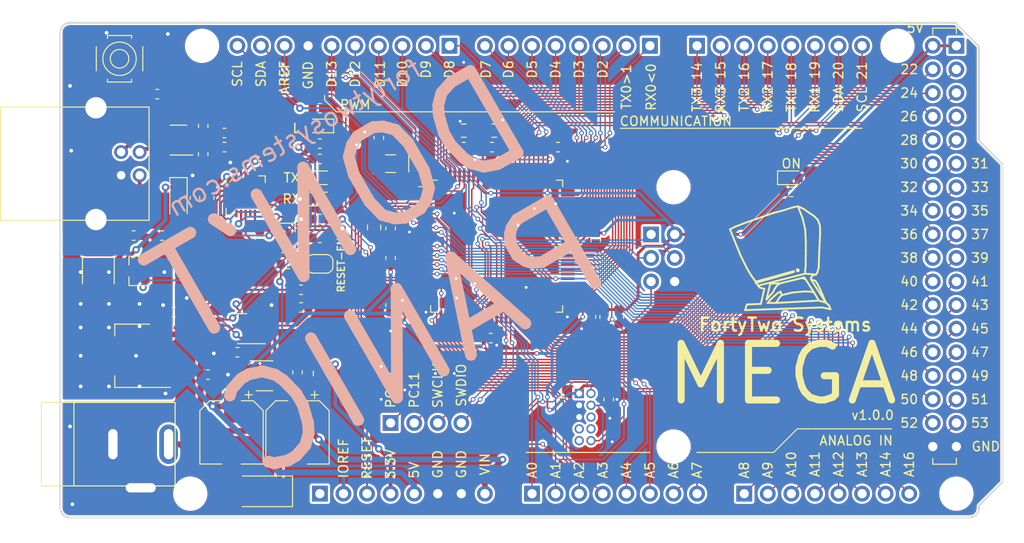
<source format=kicad_pcb>
(kicad_pcb (version 20210424) (generator pcbnew)
  (layers (0 "F.Cu" signal) (31 "B.Cu" signal) (34 "B.Paste" user) (35 "F.Paste" user) (36 "B.SilkS" user "B.Silkscreen") (37 "F.SilkS" user "F.Silkscreen") (38 "B.Mask" user) (39 "F.Mask" user) (44 "Edge.Cuts" user))
  (net 0 "")
  (net 1 "GND")
  (net 2 "Net-(C2-Pad1)")
  (net 3 "/SAM-~RESET~")
  (net 4 "+5V")
  (net 5 "Net-(C10-Pad1)")
  (net 6 "Net-(C13-Pad1)")
  (net 7 "VBUS")
  (net 8 "/USB/ESD-D+")
  (net 9 "/USB/ESD-D-")
  (net 10 "/USB/FTDI-3.3V")
  (net 11 "Net-(C19-Pad2)")
  (net 12 "/USB/~RESET")
  (net 13 "+12V")
  (net 14 "+3V3")
  (net 15 "/AREF")
  (net 16 "Net-(D1-Pad2)")
  (net 17 "Net-(D2-Pad2)")
  (net 18 "Net-(D3-Pad2)")
  (net 19 "/USB/LED-RX")
  (net 20 "Net-(D4-Pad2)")
  (net 21 "/USB/LED-TX")
  (net 22 "Net-(D5-Pad2)")
  (net 23 "Net-(F1-Pad2)")
  (net 24 "/SWCLK")
  (net 25 "/SWDIO")
  (net 26 "/A0-DAC")
  (net 27 "/A1")
  (net 28 "/A2")
  (net 29 "/A3")
  (net 30 "/A4")
  (net 31 "/A5")
  (net 32 "/MOSI-CAN1-TX")
  (net 33 "/SCK-CAN1-RX")
  (net 34 "/MISO")
  (net 35 "/SCL")
  (net 36 "/SDA")
  (net 37 "/D13")
  (net 38 "/D12")
  (net 39 "/D11")
  (net 40 "/D10")
  (net 41 "/D9")
  (net 42 "/D8")
  (net 43 "/D7")
  (net 44 "/D6")
  (net 45 "/D5")
  (net 46 "/D4")
  (net 47 "/D3")
  (net 48 "/D2")
  (net 49 "/D1")
  (net 50 "/D0")
  (net 51 "/USB/CON-D+")
  (net 52 "/USB/CON-D-")
  (net 53 "/USB/~DTR~")
  (net 54 "Net-(Q2-Pad1)")
  (net 55 "Net-(R1-Pad2)")
  (net 56 "Net-(R4-Pad1)")
  (net 57 "/USB/FTDI-D-")
  (net 58 "/USB/FTDI-D+")
  (net 59 "Net-(R12-Pad2)")
  (net 60 "/USB-RX")
  (net 61 "/USB-TX")
  (net 62 "Net-(C4-Pad1)")
  (net 63 "Net-(C30-Pad1)")
  (net 64 "/PC11")
  (net 65 "/PC10")
  (net 66 "/A7")
  (net 67 "/A6")
  (net 68 "/A15")
  (net 69 "/A14")
  (net 70 "/A13")
  (net 71 "/A12")
  (net 72 "/A11")
  (net 73 "/A10")
  (net 74 "/A9")
  (net 75 "/A8")
  (net 76 "/D52")
  (net 77 "/D53")
  (net 78 "/D50")
  (net 79 "/D51")
  (net 80 "/D48")
  (net 81 "/D49")
  (net 82 "/D46")
  (net 83 "/D47")
  (net 84 "/D44")
  (net 85 "/D45")
  (net 86 "/D42")
  (net 87 "/D43")
  (net 88 "/D40")
  (net 89 "/D41")
  (net 90 "/D38")
  (net 91 "/D39")
  (net 92 "/D36")
  (net 93 "/D37")
  (net 94 "/D34")
  (net 95 "/D35")
  (net 96 "/D32")
  (net 97 "/D33")
  (net 98 "/D30")
  (net 99 "/D31")
  (net 100 "/D28")
  (net 101 "/D29")
  (net 102 "/D26")
  (net 103 "/D27")
  (net 104 "/D24")
  (net 105 "/D25")
  (net 106 "/D22")
  (net 107 "/D23")
  (net 108 "/D14")
  (net 109 "/D15")
  (net 110 "/D16")
  (net 111 "/D17")
  (net 112 "/D18")
  (net 113 "/D19")
  (net 114 "/D20")
  (net 115 "/D21")
  (footprint "Capacitor_SMD:C_0603_1608Metric" (layer "F.Cu") (at 58.6232 -21.59 -90)
    (fp_text reference "C3" hide)
    (fp_text value "100pF")
  )
  (footprint "Capacitor_SMD:C_0603_1608Metric" (layer "F.Cu") (at 10.922 -30.353)
    (fp_text reference "C13" hide)
    (fp_text value "0.01uF")
  )
  (footprint "Capacitor_Tantalum_SMD:CP_EIA-3216-18_Kemet-A" (layer "F.Cu") (at 12.7 -34.29 -90)
    (fp_text reference "C14" hide)
    (fp_text value "4.7uF")
  )
  (footprint "Capacitor_SMD:C_0603_1608Metric" (layer "F.Cu") (at 14.478 -34.417 -90)
    (fp_text reference "C15" hide)
    (fp_text value "0.1uF")
  )
  (footprint "Capacitor_SMD:C_0603_1608Metric" (layer "F.Cu") (at 15.367 -42.164 90)
    (fp_text reference "C16" hide)
    (fp_text value "47pF")
  )
  (footprint "Capacitor_SMD:C_0603_1608Metric" (layer "F.Cu") (at 15.367 -39.116 -90)
    (fp_text reference "C17" hide)
    (fp_text value "47pF")
  )
  (footprint "Capacitor_SMD:C_0603_1608Metric" (layer "F.Cu") (at 16.002 -34.417 -90)
    (fp_text reference "C18" hide)
    (fp_text value "0.1uF")
  )
  (footprint "Capacitor_SMD:C_0603_1608Metric" (layer "F.Cu") (at 27.94 -30.099 180)
    (fp_text reference "C19" hide)
    (fp_text value "0.1uF")
  )
  (footprint "Capacitor_SMD:C_0603_1608Metric" (layer "F.Cu") (at 15.875 -15.367)
    (fp_text reference "C20" hide)
    (fp_text value "0.1uF")
  )
  (footprint "Capacitor_SMD:CP_Elec_6.3x5.4" (layer "F.Cu") (at 25.527 -9.144 -90)
    (fp_text reference "C21" hide)
    (fp_text value "47uF")
  )
  (footprint "Capacitor_SMD:CP_Elec_6.3x5.4" (layer "F.Cu") (at 18.415 -9.144 -90)
    (fp_text reference "C22" hide)
    (fp_text value "47uF")
  )
  (footprint "Capacitor_SMD:C_0603_1608Metric" (layer "F.Cu") (at 12.192 -22.098)
    (fp_text reference "C23" hide)
    (fp_text value "0.1uF")
  )
  (footprint "Capacitor_SMD:C_0603_1608Metric" (layer "F.Cu") (at 19.05 -17.78)
    (fp_text reference "C24" hide)
    (fp_text value "0.1uF")
  )
  (footprint "Capacitor_SMD:C_0603_1608Metric" (layer "F.Cu") (at 25.527 -15.621 -90)
    (fp_text reference "C25" hide)
    (fp_text value "0.1uF")
  )
  (footprint "Capacitor_SMD:C_0805_2012Metric" (layer "F.Cu") (at 27.94 -15.494 -90)
    (fp_text reference "C26" hide)
    (fp_text value "2.2uF")
  )
  (footprint "Capacitor_SMD:C_0603_1608Metric" (layer "F.Cu") (at 27.94 -44.069)
    (fp_text reference "C27" hide)
    (fp_text value "0.1uF")
  )
  (footprint "LED_SMD:LED_0603_1608Metric" (layer "F.Cu") (at 27.94 -42.164 180)
    (fp_text reference "D1" hide)
    (fp_text value "YELLOW")
  )
  (footprint "LED_SMD:LED_0603_1608Metric" (layer "F.Cu") (at 27.94 -34.29)
    (fp_text reference "D3" hide)
    (fp_text value "YLW")
  )
  (footprint "LED_SMD:LED_0603_1608Metric" (layer "F.Cu") (at 27.94 -36.576)
    (fp_text reference "D4" hide)
    (fp_text value "YLW")
  )
  (footprint "Fuse:Fuse_1812_4532Metric" (layer "F.Cu") (at 4.064 -26.543 90)
    (fp_text reference "F1" hide)
    (fp_text value "MF-MSMF050-2")
  )
  (footprint "Resistor_SMD:R_0603_1608Metric" (layer "F.Cu") (at 7.874 -30.353)
    (fp_text reference "FB2" hide)
    (fp_text value "470r")
  )
  (footprint "Fiducial:Fiducial_0.75mm_Mask1.5mm" (layer "F.Cu") (at 1.27 -49.53)
    (fp_text reference "FID1" hide)
    (fp_text value "Fiducial")
  )
  (footprint "Fiducial:Fiducial_0.75mm_Mask1.5mm" (layer "F.Cu") (at 64.77 -12.7)
    (fp_text reference "FID2" hide)
    (fp_text value "Fiducial")
  )
  (footprint "MountingHole:MountingHole_3.2mm_M3" (layer "F.Cu") (at 66.04 -35.56)
    (fp_text reference "H2" hide)
    (fp_text value "MountingHole")
  )
  (footprint "MountingHole:MountingHole_3.2mm_M3" (layer "F.Cu") (at 66.04 -7.62)
    (fp_text reference "H4" hide)
    (fp_text value "MountingHole")
  )
  (footprint "Connector_PinHeader_1.27mm:PinHeader_2x05_P1.27mm_Vertical" (layer "F.Cu") (at 55.88 -13.335)
    (fp_text reference "J1" hide)
    (fp_text value "JTAG")
  )
  (footprint "Connector_PinSocket_2.54mm:PinSocket_1x08_P2.54mm_Vertical" (layer "F.Cu") (at 27.94 -2.54 90)
    (fp_text reference "J2" hide)
    (fp_text value "POWER")
  )
  (footprint "Connector_PinSocket_2.54mm:PinSocket_1x10_P2.54mm_Vertical" (layer "F.Cu") (at 41.91 -50.8 -90)
    (fp_text reference "J6" hide)
    (fp_text value "DIGITAL-MID")
  )
  (footprint "Connector_PinSocket_2.54mm:PinSocket_1x08_P2.54mm_Vertical" (layer "F.Cu") (at 63.5 -50.8 -90)
    (fp_text reference "J7" hide)
    (fp_text value "DIGITAL-LOW")
  )
  (footprint "FortyTwoLabs:Barrel-Jack-PJ-202A" (layer "F.Cu") (at 8.636 -7.874 -90)
    (fp_text reference "J9" hide)
    (fp_text value "PJ-202A")
  )
  (footprint "Jumper:SolderJumper-2_P1.3mm_Bridged_RoundedPad1.0x1.5mm" (layer "F.Cu") (at 27.94 -27.305)
    (fp_text reference "JP1" hide)
    (fp_text value "RESET-EN")
  )
  (footprint "Package_TO_SOT_SMD:SOT-23" (layer "F.Cu") (at 24.511 -30.099)
    (fp_text reference "Q1" hide)
    (fp_text value "2N7002")
  )
  (footprint "Package_TO_SOT_SMD:SOT-23" (layer "F.Cu") (at 8.128 -26.543 180)
    (fp_text reference "Q2" hide)
    (fp_text value "DMP3098L")
  )
  (footprint "Resistor_SMD:R_0603_1608Metric" (layer "F.Cu") (at 10.414 -45.593 180)
    (fp_text reference "R1" hide)
    (fp_text value "330r")
  )
  (footprint "Resistor_SMD:R_0603_1608Metric" (layer "F.Cu") (at 60.1472 -21.59 90)
    (fp_text reference "R2" hide)
    (fp_text value "10k")
  )
  (footprint "Resistor_SMD:R_0603_1608Metric" (layer "F.Cu") (at 59.055 -12.7 -90)
    (fp_text reference "R3" hide)
    (fp_text value "1k")
  )
  (footprint "Resistor_SMD:R_0603_1608Metric" (layer "F.Cu") (at 27.94 -40.259)
    (fp_text reference "R4" hide)
    (fp_text value "1k")
  )
  (footprint "Resistor_SMD:R_0603_1608Metric" (layer "F.Cu") (at 17.653 -39.878 180)
    (fp_text reference "R6" hide)
    (fp_text value "27r")
  )
  (footprint "Resistor_SMD:R_0603_1608Metric" (layer "F.Cu") (at 17.653 -41.402 180)
    (fp_text reference "R7" hide)
    (fp_text value "27r")
  )
  (footprint "Resistor_SMD:R_0603_1608Metric" (layer "F.Cu") (at 27.94 -32.131)
    (fp_text reference "R8" hide)
    (fp_text value "330r")
  )
  (footprint "Resistor_SMD:R_0603_1608Metric" (layer "F.Cu") (at 27.94 -38.608)
    (fp_text reference "R9" hide)
    (fp_text value "330r")
  )
  (footprint "Resistor_SMD:R_0603_1608Metric" (layer "F.Cu") (at 21.463 -30.099 -90)
    (fp_text reference "R10" hide)
    (fp_text value "10k")
  )
  (footprint "Resistor_SMD:R_0603_1608Metric" (layer "F.Cu") (at 24.511 -27.305)
    (fp_text reference "R11" hide)
    (fp_text value "10k")
  )
  (footprint "Resistor_SMD:R_0603_1608Metric" (layer "F.Cu") (at 25.908 -24.511)
    (fp_text reference "R12" hide)
    (fp_text value "10k")
  )
  (footprint "Resistor_SMD:R_0603_1608Metric" (layer "F.Cu") (at 25.908 -22.606 180)
    (fp_text reference "R13" hide)
    (fp_text value "10k")
  )
  (footprint "FortyTwoLabs:Button-CK-PTS525" (layer "F.Cu") (at 6.35 -49.403)
    (fp_text reference "SW1" hide)
    (fp_text value "SW_SPST")
  )
  (footprint "Package_SO:VSSOP-8_3.0x3.0mm_P0.65mm" (layer "F.Cu") (at 19.05 -20.32 180)
    (fp_text reference "U2" hide)
    (fp_text value "LMV358")
  )
  (footprint "Package_TO_SOT_SMD:SOT-23-6" (layer "F.Cu") (at 12.7 -40.64 180)
    (fp_text reference "U3" hide)
    (fp_text value "USBLC6-2SC6")
  )
  (footprint "Package_DFN_QFN:QFN-20-1EP_4x4mm_P0.5mm_EP2.5x2.5mm" (layer "F.Cu") (at 19.939 -34.671 180)
    (fp_text reference "U4" hide)
    (fp_text value "FT231XQ")
  )
  (footprint "Package_TO_SOT_SMD:SOT-23-5" (layer "F.Cu") (at 21.971 -15.24)
    (fp_text reference "U6" hide)
    (fp_text value "LP2985-3.3")
  )
  (footprint "MountingHole:MountingHole_3.2mm_M3" (layer "F.Cu") (at 15.24 -50.8)
    (fp_text reference "H1" hide)
    (fp_text value "MountingHole")
  )
  (footprint "MountingHole:MountingHole_3.2mm_M3" (layer "F.Cu") (at 13.97 -2.54)
    (fp_text reference "H3" hide)
    (fp_text value "MountingHole")
  )
  (footprint "Package_TO_SOT_SMD:SOT-223-3_TabPin2" (layer "F.Cu") (at 7.747 -17.399 180)
    (fp_text reference "U5" hide)
    (fp_text value "NCP1117-5.0")
  )
  (footprint "Diode_SMD:D_SMA" (layer "F.Cu") (at 21.59 -2.794 180)
    (fp_text reference "D5" hide)
    (fp_text value "M7")
  )
  (footprint "FortyTwoLabs:USB-B-Amphenol-61729-1011BLF" (layer "F.Cu") (at 3.81 -38.1 -90)
    (fp_text reference "J8" hide)
    (fp_text value "USB_B")
  )
  (footprint "Connector_PinHeader_2.54mm:PinHeader_2x03_P2.54mm_Vertical" (layer "F.Cu") (at 63.627 -30.48)
    (fp_text reference "J4" hide)
    (fp_text value "ICSP")
  )
  (footprint "Capacitor_SMD:C_0603_1608Metric" (layer "F.Cu") (at 36.83 -40.894 90)
    (fp_text reference "C2" hide)
    (fp_text value "15pF")
  )
  (footprint "Capacitor_SMD:C_0603_1608Metric" (layer "F.Cu") (at 34.29 -40.894 90)
    (fp_text reference "C4" hide)
    (fp_text value "15pF")
  )
  (footprint "Capacitor_SMD:C_0603_1608Metric" (layer "F.Cu") (at 35.56 -22.86 90)
    (fp_text reference "C5" hide)
    (fp_text value "0.1uF")
  )
  (footprint "Capacitor_SMD:C_0603_1608Metric" (layer "F.Cu") (at 46.355 -19.304)
    (fp_text reference "C6" hide)
    (fp_text value "0.1uF")
  )
  (footprint "Capacitor_SMD:C_0603_1608Metric" (layer "F.Cu") (at 57.15 -21.59 -90)
    (fp_text reference "C7" hide)
    (fp_text value "0.1uF")
  )
  (footprint "Capacitor_SMD:C_0805_2012Metric" (layer "F.Cu") (at 33.782 -31.242 90)
    (fp_text reference "C8" hide)
    (fp_text value "10uF")
  )
  (footprint "Capacitor_SMD:C_0603_1608Metric" (layer "F.Cu") (at 35.56 -31.115 90)
    (fp_text reference "C10" hide)
    (fp_text value "0.1uF")
  )
  (footprint "Capacitor_SMD:C_0603_1608Metric" (layer "F.Cu") (at 57.658 -29.845 -90)
    (fp_text reference "C11" hide)
    (fp_text value "0.1uF")
  )
  (footprint "Capacitor_SMD:C_0603_1608Metric" (layer "F.Cu") (at 43.434 -39.878 180)
    (fp_text reference "C28" hide)
    (fp_text value "0.1uF")
  )
  (footprint "Capacitor_SMD:C_0805_2012Metric" (layer "F.Cu") (at 43.434 -41.656 180)
    (fp_text reference "C29" hide)
    (fp_text value "10uF")
  )
  (footprint "Capacitor_SMD:C_0603_1608Metric" (layer "F.Cu") (at 46.482 -39.878)
    (fp_text reference "C30" hide)
    (fp_text value "0.1uF")
  )
  (footprint "Capacitor_SMD:C_0805_2012Metric" (layer "F.Cu") (at 46.736 -41.656)
    (fp_text reference "C31" hide)
    (fp_text value "1uF")
  )
  (footprint "LED_SMD:LED_0603_1608Metric" (layer "F.Cu") (at 78.74 -36.576)
    (fp_text reference "D2" hide)
    (fp_text value "YELLOW")
  )
  (footprint "Resistor_SMD:R_0603_1608Metric" (layer "F.Cu") (at 35.56 -27.94 -90)
    (fp_text reference "FB1" hide)
    (fp_text value "470r")
  )
  (footprint "MountingHole:MountingHole_3.2mm_M3" (layer "F.Cu") (at 90.17 -50.8)
    (fp_text reference "H5" hide)
    (fp_text value "MountingHole")
  )
  (footprint "MountingHole:MountingHole_3.2mm_M3" (layer "F.Cu") (at 96.52 -2.54)
    (fp_text reference "H6" hide)
    (fp_text value "MountingHole")
  )
  (footprint "Connector_PinHeader_2.54mm:PinHeader_1x04_P2.54mm_Vertical" (layer "F.Cu") (at 35.56 -10.16 90)
    (fp_text reference "J3" hide)
    (fp_text value "EXTRA")
  )
  (footprint "Connector_PinSocket_2.54mm:PinSocket_1x08_P2.54mm_Vertical" (layer "F.Cu") (at 50.8 -2.54 90)
    (fp_text reference "J5" hide)
    (fp_text value "ANALOG-LOW")
  )
  (footprint "Connector_PinSocket_2.54mm:PinSocket_1x08_P2.54mm_Vertical" (layer "F.Cu") (at 73.66 -2.54 90)
    (fp_text reference "J10" hide)
    (fp_text value "ANALOG-HIGH")
  )
  (footprint "Connector_PinSocket_2.54mm:PinSocket_2x18_P2.54mm_Vertical" (layer "F.Cu") (at 96.52 -50.8)
    (fp_text reference "J11" hide)
    (fp_text value "Conn_02x18_Odd_Even")
  )
  (footprint "Connector_PinSocket_2.54mm:PinSocket_1x08_P2.54mm_Vertical" (layer "F.Cu") (at 68.58 -50.8 90)
    (fp_text reference "J12" hide)
    (fp_text value "DIGITAL-LOW")
  )
  (footprint "Resistor_SMD:R_0603_1608Metric" (layer "F.Cu") (at 78.74 -35.052)
    (fp_text reference "R5" hide)
    (fp_text value "1k")
  )
  (footprint "Package_QFP:TQFP-100_14x14mm_P0.5mm" (layer "F.Cu") (at 46.99 -29.21)
    (fp_text reference "U1" hide)
    (fp_text value "ATSAMC21N")
  )
  (footprint "Crystal:Crystal_SMD_MicroCrystal_CC7V-T1A-2Pin_3.2x1.5mm" (layer "F.Cu") (at 35.56 -38.1 180)
    (fp_text reference "Y1" hide)
    (fp_text value "32.768kHz")
  )
  (footprint "Capacitor_SMD:C_0603_1608Metric" (layer "F.Cu") (at 53.594 -39.878)
    (fp_text reference "C9" hide)
    (fp_text value "0.1uF")
  )
  (gr_line (start 79.375 -9.525) (end 80.645 -9.525) (layer "F.SilkS") (width 0.12))
  (gr_line (start 81.820919 -31.412929) (end 81.837663 -30.659579) (layer "F.SilkS") (width 0.2025))
  (gr_line (start 77.836547 -33.053552) (end 78.84101 -33.371635) (layer "F.SilkS") (width 0.2025))
  (gr_line (start 80.197035 -26.239936) (end 75.141231 -24.950875) (layer "F.SilkS") (width 0.2025))
  (gr_line (start 72.127838 -31.027886) (end 72.697038 -31.312484) (layer "F.SilkS") (width 0.2025))
  (gr_line (start 77.702618 -23.929667) (end 78.84101 -24.214265) (layer "F.SilkS") (width 0.2025))
  (gr_line (start 76.430297 -25.051319) (end 76.061994 -23.46092) (layer "F.SilkS") (width 0.2025))
  (gr_line (start 81.837663 -30.659579) (end 81.804183 -29.805785) (layer "F.SilkS") (width 0.2025))
  (gr_line (start 73.986099 -26.758912) (end 73.266234 -28.215386) (layer "F.SilkS") (width 0.2025))
  (gr_line (start 79.44369 -33.505564) (end 79.962662 -32.183018) (layer "F.SilkS") (width 0.2025))
  (gr_line (start 81.737219 -28.399535) (end 81.686994 -26.892841) (layer "F.SilkS") (width 0.2025))
  (gr_line (start 81.536325 -25.168508) (end 81.820923 -24.616052) (layer "F.SilkS") (width 0.2025))
  (gr_line (start 79.397655 -26.507789) (end 79.334876 -26.562199) (layer "F.SilkS") (width 0.2025))
  (gr_line (start 78.84101 -24.214265) (end 80.197035 -24.331454) (layer "F.SilkS") (width 0.2025))
  (gr_line (start 77.083197 -23.092618) (end 81.703734 -23.343731) (layer "F.SilkS") (width 0.2025))
  (gr_line (start 79.498104 -26.520349) (end 79.397655 -26.507789) (layer "F.SilkS") (width 0.2025))
  (gr_line (start 93.98 -52.07) (end 93.98 -52.705) (layer "F.SilkS") (width 0.12))
  (gr_line (start 74.896814 -25.252208) (end 74.896814 -25.252208) (layer "F.SilkS") (width 0.2025))
  (gr_line (start 59.69 -43.688) (end 29.718 -43.688) (layer "F.SilkS") (width 0.12))
  (gr_line (start 81.335432 -25.469851) (end 81.536325 -25.168508) (layer "F.SilkS") (width 0.2025))
  (gr_line (start 81.536325 -26.373865) (end 81.402396 -26.156231) (layer "F.SilkS") (width 0.2025))
  (gr_line (start 80.297484 -29.705341) (end 80.297484 -28.717618) (layer "F.SilkS") (width 0.2025))
  (gr_line (start 73.86891 -31.764491) (end 75.425829 -32.300207) (layer "F.SilkS") (width 0.2025))
  (gr_line (start 60.325 -41.91) (end 86.36 -41.91) (layer "F.SilkS") (width 0.12))
  (gr_line (start 80.84994 -25.787929) (end 80.88342 -25.587035) (layer "F.SilkS") (width 0.2025))
  (gr_line (start 76.179179 -23.092618) (end 77.083197 -23.092618) (layer "F.SilkS") (width 0.2025))
  (gr_line (start 76.061994 -23.46092) (end 76.781859 -24.281234) (layer "F.SilkS") (width 0.2025))
  (gr_line (start 79.44369 -33.505564) (end 80.096591 -33.204226) (layer "F.SilkS") (width 0.2025))
  (gr_line (start 80.88342 -25.587035) (end 81.134538 -25.536811) (layer "F.SilkS") (width 0.2025))
  (gr_line (start 81.201503 -32.434136) (end 81.603285 -32.032349) (layer "F.SilkS") (width 0.2025))
  (gr_line (start 80.665787 -32.802439) (end 81.201503 -32.434136) (layer "F.SilkS") (width 0.2025))
  (gr_line (start 77.468244 -23.678554) (end 77.702618 -23.929667) (layer "F.SilkS") (width 0.2025))
  (gr_line (start 79.862217 -25.771189) (end 80.264 -25.654) (layer "F.SilkS") (width 0.2025))
  (gr_line (start 82.457084 -23.126098) (end 82.808646 -22.808015) (layer "F.SilkS") (width 0.2025))
  (gr_line (start 93.98 -5.715) (end 96.52 -5.715) (layer "F.SilkS") (width 0.12))
  (gr_line (start 76.64793 -25.185248) (end 76.497261 -25.118284) (layer "F.SilkS") (width 0.2025))
  (gr_line (start 80.096591 -33.204226) (end 80.665787 -32.802439) (layer "F.SilkS") (width 0.2025))
  (gr_line (start 77.518464 -25.201993) (end 76.982752 -25.201993) (layer "F.SilkS") (width 0.2025))
  (gr_line (start 76.899044 -23.829223) (end 76.497261 -23.46092) (layer "F.SilkS") (width 0.2025))
  (gr_line (start 89.535 -9.525) (end 80.645 -9.525) (layer "F.SilkS") (width 0.12))
  (gr_line (start 79.418576 -26.721242) (end 79.53158 -26.658463) (layer "F.SilkS") (width 0.2025))
  (gr_line (start 81.184763 -24.214265) (end 81.703734 -23.343731) (layer "F.SilkS") (width 0.2025))
  (gr_line (start 80.197035 -26.239936) (end 81.402396 -26.156231) (layer "F.SilkS") (width 0.2025))
  (gr_line (start 72.596594 -29.85601) (end 72.127838 -31.027886) (layer "F.SilkS") (width 0.2025))
  (gr_line (start 80.264 -25.654) (end 80.096591 -25.854893) (layer "F.SilkS") (width 0.2025))
  (gr_line (start 78.84101 -33.371635) (end 79.44369 -33.505564) (layer "F.SilkS") (width 0.2025))
  (gr_line (start 77.083197 -23.092618) (end 77.468244 -23.678554) (layer "F.SilkS") (width 0.2025))
  (gr_line (start 75.827616 -24.616052) (end 75.358869 -24.733241) (layer "F.SilkS") (width 0.2025))
  (gr_line (start 81.402396 -26.156231) (end 81.184763 -26.106007) (layer "F.SilkS") (width 0.2025))
  (gr_line (start 81.603285 -32.032349) (end 81.820919 -31.412929) (layer "F.SilkS") (width 0.2025))
  (gr_line (start 74.990567 -25.252213) (end 74.906858 -25.386142) (layer "F.SilkS") (width 0.2025))
  (gr_line (start 79.023489 -26.432455) (end 74.896814 -25.252208) (layer "F.SilkS") (width 0.2025))
  (gr_line (start 80.096591 -25.854893) (end 79.862217 -25.771189) (layer "F.SilkS") (width 0.2025))
  (gr_line (start 80.297484 -28.717618) (end 80.28074 -27.06025) (layer "F.SilkS") (width 0.2025))
  (gr_line (start 72.697038 -31.312484) (end 73.86891 -31.764491) (layer "F.SilkS") (width 0.2025))
  (gr_line (start 75.358869 -24.733241) (end 75.141236 -24.950875) (layer "F.SilkS") (width 0.2025))
  (gr_line (start 73.266234 -28.215386) (end 72.596594 -29.85601) (layer "F.SilkS") (width 0.2025))
  (gr_line (start 50.165 -6.985) (end 63.5 -6.985) (layer "F.SilkS") (width 0.12))
  (gr_line (start 81.184763 -26.106007) (end 81.017354 -26.039042) (layer "F.SilkS") (width 0.2025))
  (gr_line (start 80.264 -25.654) (end 81.184763 -24.214265) (layer "F.SilkS") (width 0.2025))
  (gr_line (start 81.703734 -23.343731) (end 82.457084 -23.126098) (layer "F.SilkS") (width 0.2025))
  (gr_line (start 80.916905 -24.297974) (end 81.184763 -24.214265) (layer "F.SilkS") (width 0.2025))
  (gr_line (start 76.835 -6.985) (end 79.375 -9.525) (layer "F.SilkS") (width 0.12))
  (gr_line (start 75.425829 -32.300207) (end 76.68141 -32.752214) (layer "F.SilkS") (width 0.2025))
  (gr_line (start 96.52 -5.715) (end 96.52 -6.35) (layer "F.SilkS") (width 0.12))
  (gr_line (start 79.334876 -26.683573) (end 79.418576 -26.721242) (layer "F.SilkS") (width 0.2025))
  (gr_line (start 77.568689 -24.314714) (end 77.284091 -24.164045) (layer "F.SilkS") (width 0.2025))
  (gr_line (start 29.718 -43.688) (end 28.448 -44.958) (layer "F.SilkS") (width 0.12))
  (gr_line (start 79.962662 -32.183018) (end 80.23052 -31.011142) (layer "F.SilkS") (width 0.2025))
  (gr_line (start 79.527399 -26.578943) (end 79.498104 -26.520349) (layer "F.SilkS") (width 0.2025))
  (gr_line (start 80.197035 -24.331454) (end 80.916905 -24.297974) (layer "F.SilkS") (width 0.2025))
  (gr_line (start 76.68141 -32.752214) (end 77.836547 -33.053552) (layer "F.SilkS") (width 0.2025))
  (gr_line (start 80.23052 -31.011142) (end 80.297484 -29.705341) (layer "F.SilkS") (width 0.2025))
  (gr_line (start 74.454851 -25.988822) (end 73.986099 -26.758912) (layer "F.SilkS") (width 0.2025))
  (gr_line (start 79.334876 -26.562199) (end 79.334876 -26.683573) (layer "F.SilkS") (width 0.2025))
  (gr_line (start 93.98 -6.35) (end 93.98 -5.715) (layer "F.SilkS") (width 0.12))
  (gr_line (start 96.52 -52.705) (end 96.52 -52.13) (layer "F.SilkS") (width 0.12))
  (gr_line (start 81.134538 -25.536811) (end 81.335432 -25.469851) (layer "F.SilkS") (width 0.2025))
  (gr_line (start 81.703734 -23.343731) (end 81.703734 -23.343731) (layer "F.SilkS") (width 0.2025))
  (gr_line (start 81.703734 -23.343731) (end 81.703734 -23.343731) (layer "F.SilkS") (width 0.2025))
  (gr_line (start 82.959315 -22.422973) (end 82.038557 -22.607126) (layer "F.SilkS") (width 0.2025))
  (gr_line (start 79.53158 -26.658463) (end 79.527399 -26.578943) (layer "F.SilkS") (width 0.2025))
  (gr_line (start 77.518464 -25.201993) (end 79.862217 -25.771189) (layer "F.SilkS") (width 0.2025))
  (gr_line (start 76.497261 -23.46092) (end 76.179179 -23.092618) (layer "F.SilkS") (width 0.2025))
  (gr_line (start 77.702618 -23.929667) (end 77.568689 -24.314714) (layer "F.SilkS") (width 0.2025))
  (gr_line (start 68.58 -6.985) (end 76.835 -6.985) (layer "F.SilkS") (width 0.12))
  (gr_line (start 76.497261 -25.118284) (end 76.430297 -25.051319) (layer "F.SilkS") (width 0.2025))
  (gr_line (start 73.751726 -22.322524) (end 73.952619 -22.925204) (layer "F.SilkS") (width 0.2025))
  (gr_line (start 75.141236 -24.950875) (end 75.107751 -25.034579) (layer "F.SilkS") (width 0.2025))
  (gr_line (start 76.949268 -24.632792) (end 77.233866 -25.017839) (layer "F.SilkS") (width 0.2025))
  (gr_line (start 80.28074 -27.06025) (end 80.197035 -26.239936) (layer "F.SilkS") (width 0.2025))
  (gr_line (start 28.448 -44.958) (end 28.448 -45.466) (layer "F.SilkS") (width 0.12))
  (gr_line (start 74.906858 -25.386142) (end 74.454851 -25.988822) (layer "F.SilkS") (width 0.2025))
  (gr_line (start 81.402396 -26.156231) (end 81.402396 -26.156231) (layer "F.SilkS") (width 0.2025))
  (gr_line (start 76.781859 -24.281234) (end 76.949268 -24.632792) (layer "F.SilkS") (width 0.2025))
  (gr_line (start 81.686994 -26.892841) (end 81.536325 -26.373865) (layer "F.SilkS") (width 0.2025))
  (gr_line (start 81.703734 -23.343731) (end 81.703734 -23.343731) (layer "F.SilkS") (width 0.2025))
  (gr_line (start 82.038557 -22.607126) (end 73.751726 -22.322524) (layer "F.SilkS") (width 0.2025))
  (gr_line (start 77.233866 -25.017839) (end 77.518464 -25.201993) (layer "F.SilkS") (width 0.2025))
  (gr_line (start 76.982752 -25.201993) (end 76.64793 -25.185248) (layer "F.SilkS") (width 0.2025))
  (gr_line (start 93.98 -52.705) (end 96.52 -52.705) (layer "F.SilkS") (width 0.12))
  (gr_line (start 74.906858 -25.386142) (end 79.008419 -26.524534) (layer "F.SilkS") (width 0.2025))
  (gr_line (start 81.804183 -29.805785) (end 81.737219 -28.399535) (layer "F.SilkS") (width 0.2025))
  (gr_line (start 81.820923 -24.616052) (end 82.457084 -23.126098) (layer "F.SilkS") (width 0.2025))
  (gr_line (start 73.952619 -22.925204) (end 75.459314 -22.992169) (layer "F.SilkS") (width 0.2025))
  (gr_line (start 77.284091 -24.164045) (end 76.899044 -23.829223) (layer "F.SilkS") (width 0.2025))
  (gr_line (start 75.107751 -25.034579) (end 74.990567 -25.252213) (layer "F.SilkS") (width 0.2025))
  (gr_line (start 74.896814 -25.252208) (end 74.896814 -25.252208) (layer "F.SilkS") (width 0.2025))
  (gr_line (start 75.459314 -22.992169) (end 75.827616 -24.616052) (layer "F.SilkS") (width 0.2025))
  (gr_line (start 82.808646 -22.808015) (end 82.959315 -22.422973) (layer "F.SilkS") (width 0.2025))
  (gr_line (start 80.88342 -25.587035) (end 82.457084 -23.126098) (layer "F.SilkS") (width 0.2025))
  (gr_line (start 81.017354 -26.039042) (end 80.84994 -25.787929) (layer "F.SilkS") (width 0.2025))
  (gr_line (start 101.493126 -38.042509) (end 101.493126 -3.78578) (layer "Edge.Cuts") (width 0.2))
  (gr_line (start 0.711904 -53.234808) (end 0.965814 -53.277126) (layer "Edge.Cuts") (width 0.2))
  (gr_line (start 98.213452 -0.019444) (end 97.959542 0.022874) (layer "Edge.Cuts") (width 0.2))
  (gr_line (start 96.414921 -53.277126) (end 98.954023 -50.738023) (layer "Edge.Cuts") (width 0.2))
  (gr_line (start 98.467362 -0.104081) (end 98.213452 -0.019444) (layer "Edge.Cuts") (width 0.2))
  (gr_line (start 0.098287 -52.769305) (end 0.267561 -52.980897) (layer "Edge.Cuts") (width 0.2))
  (gr_line (start 0.479152 -53.129012) (end 0.711904 -53.234808) (layer "Edge.Cuts") (width 0.2))
  (gr_line (start 101.493126 -3.78578) (end 98.954023 -1.246677) (layer "Edge.Cuts") (width 0.2))
  (gr_line (start 98.954023 -50.738023) (end 98.954023 -40.581612) (layer "Edge.Cuts") (width 0.2))
  (gr_line (start 0.098287 -0.484947) (end 0.01365 -0.717698) (layer "Edge.Cuts") (width 0.2))
  (gr_line (start -0.028668 -52.261485) (end 0.01365 -52.536554) (layer "Edge.Cuts") (width 0.2))
  (gr_line (start 98.678954 -0.273355) (end 98.467362 -0.104081) (layer "Edge.Cuts") (width 0.2))
  (gr_line (start 97.959542 0.022874) (end 0.965814 0.022874) (layer "Edge.Cuts") (width 0.2))
  (gr_line (start 98.932864 -0.717698) (end 98.827068 -0.484947) (layer "Edge.Cuts") (width 0.2))
  (gr_line (start 0.965814 0.022874) (end 0.711904 -0.019444) (layer "Edge.Cuts") (width 0.2))
  (gr_line (start 0.267561 -0.273355) (end 0.098287 -0.484947) (layer "Edge.Cuts") (width 0.2))
  (gr_line (start 0.479152 -0.104081) (end 0.267561 -0.273355) (layer "Edge.Cuts") (width 0.2))
  (gr_line (start 98.827068 -0.484947) (end 98.678954 -0.273355) (layer "Edge.Cuts") (width 0.2))
  (gr_line (start 98.954023 -40.581612) (end 101.493126 -38.042509) (layer "Edge.Cuts") (width 0.2))
  (gr_line (start 0.965814 -53.277126) (end 96.414921 -53.277126) (layer "Edge.Cuts") (width 0.2))
  (gr_line (start 0.267561 -52.980897) (end 0.479152 -53.129012) (layer "Edge.Cuts") (width 0.2))
  (gr_line (start 0.01365 -0.717698) (end -0.028668 -0.971608) (layer "Edge.Cuts") (width 0.2))
  (gr_line (start -0.028668 -0.971608) (end -0.028668 -52.261485) (layer "Edge.Cuts") (width 0.2))
  (gr_line (start 98.954023 -0.971608) (end 98.932864 -0.717698) (layer "Edge.Cuts") (width 0.2))
  (gr_line (start 98.954023 -1.246677) (end 98.954023 -0.971608) (layer "Edge.Cuts") (width 0.2))
  (gr_line (start 0.01365 -52.536554) (end 0.098287 -52.769305) (layer "Edge.Cuts") (width 0.2))
  (gr_line (start 0.711904 -0.019444) (end 0.479152 -0.104081) (layer "Edge.Cuts") (width 0.2))
  (gr_text "fortytwosystems.com" (at 25.146 -40.894 30) (layer "B.SilkS") (effects (font (size 2 2) (thickness 0.25)) (justify mirror)))
  (gr_text "DON'T\nPANIC" (at 34.036 -26.416 30) (layer "B.SilkS") (effects (font (size 10.16 10.16) (thickness 1.27)) (justify mirror)))
  (gr_text "D7" (at 45.847 -48.26 90) (layer "F.SilkS") (effects (font (size 1 1))))
  (gr_text "D5" (at 50.8 -48.26 90) (layer "F.SilkS") (effects (font (size 1 1))))
  (gr_text "D6\n" (at 48.26 -48.26 90) (layer "F.SilkS") (effects (font (size 1 1))))
  (gr_text "D8" (at 41.91 -48.26 90) (layer "F.SilkS") (effects (font (size 1 1))))
  (gr_text "D10" (at 36.83 -47.752 90) (layer "F.SilkS") (effects (font (size 1 1))))
  (gr_text "AREF" (at 24.13 -47.371 90) (layer "F.SilkS") (effects (font (size 1 1))))
  (gr_text "D9\n" (at 39.37 -48.26 90) (layer "F.SilkS") (effects (font (size 1 1))))
  (gr_text "D13" (at 29.21 -47.752 90) (layer "F.SilkS") (effects (font (size 1 1))))
  (gr_text "GND" (at 26.67 -47.625 90) (layer "F.SilkS") (effects (font (size 1 1))))
  (gr_text "SDA" (at 21.59 -47.752 90) (layer "F.SilkS") (effects (font (size 1 1))))
  (gr_text "SCL" (at 19.05 -47.752 90) (layer "F.SilkS") (effects (font (size 1 1))))
  (gr_text "D12" (at 31.75 -47.752 90) (layer "F.SilkS") (effects (font (size 1 1))))
  (gr_text "D11\n" (at 34.417 -47.752 90) (layer "F.SilkS") (effects (font (size 1 1))))
  (gr_text "A10" (at 78.74 -5.715 90) (layer "F.SilkS") (effects (font (size 1 1))))
  (gr_text "A8" (at 73.66 -5.08 90) (layer "F.SilkS") (effects (font (size 1 1))))
  (gr_text "A14" (at 88.9 -5.715 90) (layer "F.SilkS") (effects (font (size 1 1))))
  (gr_text "A13" (at 86.36 -5.715 90) (layer "F.SilkS") (effects (font (size 1 1))))
  (gr_text "A6" (at 66.04 -5.08 90) (layer "F.SilkS") (effects (font (size 1 1))))
  (gr_text "A11" (at 81.28 -5.715 90) (layer "F.SilkS") (effects (font (size 1 1))))
  (gr_text "A12" (at 83.82 -5.715 90) (layer "F.SilkS") (effects (font (size 1 1))))
  (gr_text "A7" (at 68.58 -5.08 90) (layer "F.SilkS") (effects (font (size 1 1))))
  (gr_text "A16" (at 91.44 -5.715 90) (layer "F.SilkS") (effects (font (size 1 1))))
  (gr_text "A9" (at 76.2 -5.08 90) (layer "F.SilkS") (effects (font (size 1 1))))
  (gr_text "RX2 17" (at 76.2 -46.355 90) (layer "F.SilkS") (effects (font (size 1 1))))
  (gr_text "RESET" (at 33.02 -6.35 90) (layer "F.SilkS") (effects (font (size 1 1))))
  (gr_text "36" (at 91.44 -30.48) (layer "F.SilkS") (effects (font (size 1 1))))
  (gr_text "46" (at 91.44 -17.78) (layer "F.SilkS") (effects (font (size 1 1))))
  (gr_text "PWM" (at 31.75 -44.45) (layer "F.SilkS") (effects (font (size 1 1))))
  (gr_text "5V" (at 92.075 -52.705) (layer "F.SilkS") (effects (font (size 1 1))))
  (gr_text "RX0<0" (at 63.627 -46.355 90) (layer "F.SilkS") (effects (font (size 1 1))))
  (gr_text "MEGA\n" (at 77.7494 -15.4178) (layer "F.SilkS") (effects (font (size 6.096 6.35) (thickness 0.762))))
  (gr_text "53" (at 99.06 -10.16) (layer "F.SilkS") (effects (font (size 1 1))))
  (gr_text "TX" (at 24.892 -36.576) (layer "F.SilkS") (effects (font (size 1 1))))
  (gr_text "A2" (at 55.88 -5.08 90) (layer "F.SilkS") (effects (font (size 1 1))))
  (gr_text "50" (at 91.44 -12.7) (layer "F.SilkS") (effects (font (size 1 1))))
  (gr_text "42" (at 91.44 -22.86) (layer "F.SilkS") (effects (font (size 1 1))))
  (gr_text "D4" (at 53.34 -48.26 90) (layer "F.SilkS") (effects (font (size 1 1))))
  (gr_text "26" (at 91.44 -43.18) (layer "F.SilkS") (effects (font (size 1 1))))
  (gr_text "RX" (at 24.892 -34.29) (layer "F.SilkS") (effects (font (size 1 1))))
  (gr_text "41" (at 99.06 -25.4) (layer "F.SilkS") (effects (font (size 1 1))))
  (gr_text "RESET-EN" (at 30.226 -27.178 90) (layer "F.SilkS") (effects (font (size 0.762 0.762))))
  (gr_text "D2" (at 58.42 -48.26 90) (layer "F.SilkS") (effects (font (size 1 1))))
  (gr_text "ANALOG IN" (at 85.725 -8.255) (layer "F.SilkS") (effects (font (size 1 1))))
  (gr_text "A1" (at 53.34 -5.08 90) (layer "F.SilkS") (effects (font (size 1 1))))
  (gr_text "51" (at 99.06 -12.7) (layer "F.SilkS") (effects (font (size 1 1))))
  (gr_text "49" (at 99.06 -15.24) (layer "F.SilkS") (effects (font (size 1 1))))
  (gr_text "RX3 15" (at 71.12 -46.355 90) (layer "F.SilkS") (effects (font (size 1 1))))
  (gr_text "TX2 16" (at 73.66 -46.355 90) (layer "F.SilkS") (effects (font (size 1 1))))
  (gr_text "A4" (at 60.96 -5.08 90) (layer "F.SilkS") (effects (font (size 1 1))))
  (gr_text "45" (at 99.06 -20.32) (layer "F.SilkS") (effects (font (size 1 1))))
  (gr_text "38" (at 91.44 -27.94) (layer "F.SilkS") (effects (font (size 1 1))))
  (gr_text "40" (at 91.44 -25.4) (layer "F.SilkS") (effects (font (size 1 1))))
  (gr_text "24" (at 91.44 -45.72) (layer "F.SilkS") (effects (font (size 1 1))))
  (gr_text "33" (at 99.06 -35.56) (layer "F.SilkS") (effects (font (size 1 1))))
  (gr_text "TX1 18" (at 78.74 -46.355 90) (layer "F.SilkS") (effects (font (size 1 1))))
  (gr_text "A0" (at 50.8 -5.08 90) (layer "F.SilkS") (effects (font (size 1 1))))
  (gr_text "SWDIO" (at 43.18 -14.224 90) (layer "F.SilkS") (effects (font (size 1 1))))
  (gr_text "30" (at 91.44 -38.1) (layer "F.SilkS") (effects (font (size 1 1))))
  (gr_text "GND" (at 40.64 -5.715 90) (layer "F.SilkS") (effects (font (size 1 1))))
  (gr_text "COMMUNICATION" (at 66.294 -42.672) (layer "F.SilkS") (effects (font (size 1 1))))
  (gr_text "32" (at 91.44 -35.56) (layer "F.SilkS") (effects (font (size 1 1))))
  (gr_text "PC11" (at 38.1 -13.716 90) (layer "F.SilkS") (effects (font (size 1 1))))
  (gr_text "48" (at 91.44 -15.24) (layer "F.SilkS") (effects (font (size 1 1))))
  (gr_text "39" (at 99.06 -27.94) (layer "F.SilkS") (effects (font (size 1 1))))
  (gr_text "RX1 19" (at 81.28 -46.355 90) (layer "F.SilkS") (effects (font (size 1 1))))
  (gr_text "TX0>1" (at 60.96 -46.355 90) (layer "F.SilkS") (effects (font (size 1 1))))
  (gr_text "GND" (at 43.18 -5.715 90) (layer "F.SilkS") (effects (font (size 1 1))))
  (gr_text "34" (at 91.44 -33.02) (layer "F.SilkS") (effects (font (size 1 1))))
  (gr_text "ON" (at 78.74 -38.1) (layer "F.SilkS") (effects (font (size 1 1))))
  (gr_text "35" (at 99.06 -33.02) (layer "F.SilkS") (effects (font (size 1 1))))
  (gr_text "3.3V" (at 35.56 -5.715 90) (layer "F.SilkS") (effects (font (size 1 1))))
  (gr_text "43" (at 99.06 -22.86) (layer "F.SilkS") (effects (font (size 1 1))))
  (gr_text "D3" (at 55.88 -48.26 90) (layer "F.SilkS") (effects (font (size 1 1))))
  (gr_text "SDA 20" (at 83.82 -46.355 90) (layer "F.SilkS") (effects (font (size 1 1))))
  (gr_text "IOREF" (at 30.48 -6.35 90) (layer "F.SilkS") (effects (font (size 1 1))))
  (gr_text "PC10" (at 35.56 -13.716 90) (layer "F.SilkS") (effects (font (size 1 1))))
  (gr_text "52" (at 91.44 -10.16) (layer "F.SilkS") (effects (font (size 1 1))))
  (gr_text "44" (at 91.44 -20.32) (layer "F.SilkS") (effects (font (size 1 1))))
  (gr_text "FortyTwo Systems\n" (at 78.0796 -20.7518) (layer "F.SilkS") (effects (font (size 1.4 1.4) (thickness 0.25))))
  (gr_text "v1.0.0" (at 87.5 -11) (layer "F.SilkS") (effects (font (size 1 1))))
  (gr_text "1" (at 53.975 -13.335) (layer "F.SilkS") (effects (font (size 1 1))))
  (gr_text "VIN" (at 45.72 -5.715 90) (layer "F.SilkS") (effects (font (size 1 1))))
  (gr_text "L" (at 25.4 -41.91) (layer "F.SilkS") (effects (font (size 1 1))))
  (gr_text "A3" (at 58.42 -5.08 90) (layer "F.SilkS") (effects (font (size 1 1))))
  (gr_text "GND" (at 99.695 -7.62) (layer "F.SilkS") (effects (font (size 1 1))))
  (gr_text "SCL 21" (at 86.36 -46.355 90) (layer "F.SilkS") (effects (font (size 1 1))))
  (gr_text "SWCLK" (at 40.64 -14.224 90) (layer "F.SilkS") (effects (font (size 1 1))))
  (gr_text "5V" (at 38.1 -5.08 90) (layer "F.SilkS") (effects (font (size 1 1))))
  (gr_text "28" (at 91.44 -40.64) (layer "F.SilkS") (effects (font (size 1 1))))
  (gr_text "TX3 14" (at 68.58 -46.355 90) (layer "F.SilkS") (effects (font (size 1 1))))
  (gr_text "37" (at 99.06 -30.48) (layer "F.SilkS") (effects (font (size 1 1))))
  (gr_text "22" (at 91.44 -48.26) (layer "F.SilkS") (effects (font (size 1 1))))
  (gr_text "A5\n" (at 63.5 -5.08 90) (layer "F.SilkS") (effects (font (size 1 1))))
  (gr_text "31" (at 99.06 -38.1) (layer "F.SilkS") (effects (font (size 1 1))))
  (gr_text "47" (at 99.06 -17.78) (layer "F.SilkS") (effects (font (size 1 1))))
  (segment (start 42.4965 -42.1155) (end 43.053 -42.672) (width 0.2032) (layer "F.Cu") (net 1))
  (segment (start 39.3275 -30.21) (end 37.354 -30.21) (width 0.2032) (layer "F.Cu") (net 1))
  (segment (start 11.7095 -30.353) (end 12.7 -30.353) (width 0.6096) (layer "F.Cu") (net 1))
  (segment (start 17.4055 -34.671) (end 16.5165 -33.782) (width 0.2032) (layer "F.Cu") (net 1))
  (segment (start 12.7 -41.021) (end 12.7 -42.291) (width 0.2032) (layer "F.Cu") (net 1))
  (segment (start 42.4965 -40.6885) (end 42.4965 -41.656) (width 0.2032) (layer "F.Cu") (net 1))
  (segment (start 45.99 -36.8725) (end 45.99 -38.243) (width 0.2032) (layer "F.Cu") (net 1))
  (segment (start 47.2695 -40.4115) (end 47.6735 -40.8155) (width 0.2032) (layer "F.Cu") (net 1))
  (segment (start 37.354 -30.21) (end 35.6615 -31.9025) (width 0.2032) (layer "F.Cu") (net 1))
  (segment (start 46.49 -19.9565) (end 46.49 -21.5475) (width 0.2032) (layer "F.Cu") (net 1))
  (segment (start 54.6525 -28.71) (end 56.269 -28.71) (width 0.2032) (layer "F.Cu") (net 1))
  (segment (start 11.165 -15.367) (end 12.954 -15.367) (width 0.6096) (layer "F.Cu") (net 1))
  (segment (start 18.0015 -34.671) (end 17.4055 -34.671) (width 0.2032) (layer "F.Cu") (net 1))
  (segment (start 45.99 -38.243) (end 47.2695 -39.5225) (width 0.2032) (layer "F.Cu") (net 1))
  (segment (start 13.8 -40.64) (end 13.081 -40.64) (width 0.2032) (layer "F.Cu") (net 1))
  (segment (start 35.6615 -31.9025) (end 35.56 -31.9025) (width 0.2032) (layer "F.Cu") (net 1))
  (segment (start 47.6735 -40.8155) (end 47.6735 -41.656) (width 0.2032) (layer "F.Cu") (net 1))
  (segment (start 47.1425 -19.304) (end 46.49 -19.9565) (width 0.2032) (layer "F.Cu") (net 1))
  (segment (start 21.8765 -34.671) (end 22.86 -34.671) (width 0.2032) (layer "F.Cu") (net 1))
  (segment (start 10.897 -15.099) (end 13.321 -15.099) (width 0.6096) (layer "F.Cu") (net 1))
  (segment (start 47.2695 -39.5225) (end 47.2695 -39.878) (width 0.2032) (layer "F.Cu") (net 1))
  (segment (start 13.081 -40.64) (end 12.7 -41.021) (width 0.2032) (layer "F.Cu") (net 1))
  (segment (start 19.939 -34.671) (end 21.8765 -34.671) (width 0.2032) (layer "F.Cu") (net 1))
  (segment (start 34.8995 -31.9025) (end 34.6225 -32.1795) (width 0.2032) (layer "F.Cu") (net 1))
  (segment (start 10.897 -15.099) (end 11.165 -15.367) (width 0.6096) (layer "F.Cu") (net 1))
  (segment (start 43.053 -42.672) (end 43.053 -42.672) (width 0.2032) (layer "F.Cu") (net 1))
  (segment (start 34.6225 -32.1795) (end 33.782 -32.1795) (width 0.2032) (layer "F.Cu") (net 1))
  (segment (start 47.6735 -42.1155) (end 47.6735 -41.656) (width 0.2032) (layer "F.Cu") (net 1))
  (segment (start 39.3275 -23.71) (end 38.188 -23.71) (width 0.2032) (layer "F.Cu") (net 1))
  (segment (start 11.264 -14.732) (end 12.954 -14.732) (width 0.6096) (layer "F.Cu") (net 1))
  (segment (start 47.2695 -39.878) (end 47.2695 -40.4115) (width 0.2032) (layer "F.Cu") (net 1))
  (segment (start 42.6465 -40.5385) (end 42.4965 -40.6885) (width 0.2032) (layer "F.Cu") (net 1))
  (segment (start 12.573 -30.353) (end 12.065 -30.861) (width 0.6096) (layer "F.Cu") (net 1))
  (segment (start 35.56 -31.9025) (end 34.8995 -31.9025) (width 0.2032) (layer "F.Cu") (net 1))
  (segment (start 10.897 -15.099) (end 11.264 -14.732) (width 0.6096) (layer "F.Cu") (net 1))
  (segment (start 18.0015 -34.671) (end 19.939 -34.671) (width 0.2032) (layer "F.Cu") (net 1))
  (segment (start 42.6465 -39.878) (end 42.6465 -40.5385) (width 0.2032) (layer "F.Cu") (net 1))
  (segment (start 12.7 -30.353) (end 12.573 -30.353) (width 0.6096) (layer "F.Cu") (net 1))
  (segment (start 56.269 -28.71) (end 56.6165 -29.0575) (width 0.2032) (layer "F.Cu") (net 1))
  (segment (start 47.6735 -42.7505) (end 47.625 -42.799) (width 0.2032) (layer "F.Cu") (net 1))
  (segment (start 54.6525 -28.71) (end 53.094 -28.71) (width 0.2032) (layer "F.Cu") (net 1))
  (segment (start 47.6735 -41.656) (end 47.6735 -42.7505) (width 0.2032) (layer "F.Cu") (net 1))
  (segment (start 42.4965 -41.656) (end 42.4965 -42.1155) (width 0.2032) (layer "F.Cu") (net 1))
  (segment (start 56.6165 -29.0575) (end 57.658 -29.0575) (width 0.2032) (layer "F.Cu") (net 1))
  (via (at 34.544 -12.7) (size 0.5) (drill 0.3) (layers "F.Cu" "B.Cu") (net 1))
  (via (at 42.418 -32.766) (size 0.5) (drill 0.3) (layers "F.Cu" "B.Cu") (net 1))
  (via (at 36.83 -23.368) (size 0.5) (drill 0.3) (layers "F.Cu" "B.Cu") (net 1))
  (via (at 1.016 -46.482) (size 0.8) (drill 0.4) (layers "F.Cu" "B.Cu") (net 1))
  (via (at 1.27 -1.397) (size 0.8) (drill 0.4) (layers "F.Cu" "B.Cu") (net 1))
  (via (at 59.182 -10.668) (size 0.5) (drill 0.3) (layers "F.Cu" "B.Cu") (net 1))
  (via (at 40.386 -15.494) (size 0.5) (drill 0.3) (layers "F.Cu" "B.Cu") (net 1))
  (via (at 34.544 -16.256) (size 0.5) (drill 0.3) (layers "F.Cu" "B.Cu") (net 1))
  (via (at 11.557 -52.07) (size 0.8) (drill 0.4) (layers "F.Cu" "B.Cu") (net 1))
  (via (at 14.224 -36.83) (size 0.8) (drill 0.4) (layers "F.Cu" "B.Cu") (net 1))
  (via (at 1.143 -39.497) (size 0.8) (drill 0.4) (layers "F.Cu" "B.Cu") (net 1))
  (via (at 54.61 -21.59) (size 0.5) (drill 0.3) (layers "F.Cu" "B.Cu") (net 1))
  (via (at 56.134 -20.32) (size 0.5) (drill 0.3) (layers "F.Cu" "B.Cu") (net 1))
  (via (at 13.589 -23.622) (size 0.8) (drill 0.4) (layers "F.Cu" "B.Cu") (net 1))
  (via (at 50.165 -24.765) (size 0.5) (drill 0.3) (layers "F.Cu" "B.Cu") (net 1))
  (via (at 49.276 -31.496) (size 0.5) (drill 0.3) (layers "F.Cu" "B.Cu") (net 1))
  (via (at 37.592 -30.734) (size 0.5) (drill 0.3) (layers "F.Cu" "B.Cu") (net 1))
  (via (at 16.51 -17.653) (size 0.8) (drill 0.4) (layers "F.Cu" "B.Cu") (net 1))
  (via (at 53.34 -33.782) (size 0.5) (drill 0.3) (layers "F.Cu" "B.Cu") (net 1))
  (via (at 37.084 -13.716) (size 0.5) (drill 0.3) (layers "F.Cu" "B.Cu") (net 1))
  (via (at 35.56 -20.066) (size 0.5) (drill 0.3) (layers "F.Cu" "B.Cu") (net 1))
  (via (at 42.418 -15.494) (size 0.5) (drill 0.3) (layers "F.Cu" "B.Cu") (net 1))
  (via (at 59.944 -12.7) (size 0.5) (drill 0.3) (layers "F.Cu" "B.Cu") (net 1))
  (via (at 22.733 -22.86) (size 0.8) (drill 0.4) (layers "F.Cu" "B.Cu") (net 1))
  (via (at 18.034 -15.367) (size 0.8) (drill 0.4) (layers "F.Cu" "B.Cu") (net 1))
  (via (at 39.37 -22.098) (size 0.5) (drill 0.3) (layers "F.Cu" "B.Cu") (net 1))
  (via (at 1.016 -9.779) (size 0.8) (drill 0.4) (layers "F.Cu" "B.Cu") (net 1))
  (via (at 51.054 -33.274) (size 0.5) (drill 0.3) (layers "F.Cu" "B.Cu") (net 1))
  (via (at 46.99 -18.542) (size 0.5) (drill 0.3) (layers "F.Cu" "B.Cu") (net 1))
  (via (at 18.288 -38.227) (size 0.8) (drill 0.4) (layers "F.Cu" "B.Cu") (net 1))
  (via (at 42.672 -23.622) (size 0.5) (drill 0.3) (layers "F.Cu" "B.Cu") (net 1))
  (via (at 59.436 -8.128) (size 0.5) (drill 0.3) (layers "F.Cu" "B.Cu") (net 1))
  (via (at 43.053 -42.672) (size 0.5) (drill 0.3) (layers "F.Cu" "B.Cu") (net 1))
  (via (at 47.625 -42.799) (size 0.5) (drill 0.3) (layers "F.Cu" "B.Cu") (net 1))
  (via (at 54.61 -38.354) (size 0.5) (drill 0.3) (layers "F.Cu" "B.Cu") (net 1))
  (via (at 4.953 -52.197) (size 0.8) (drill 0.4) (layers "F.Cu" "B.Cu") (net 1))
  (via (at 43.434 -49.022) (size 0.5) (drill 0.3) (layers "F.Cu" "B.Cu") (net 1))
  (segment (start 47.625 -42.799) (end 47.625 -42.037) (width 0.2032) (layer "B.Cu") (net 1))
  (segment (start 36.81 -40.0865) (end 36.83 -40.1065) (width 0.1524) (layer "F.Cu") (net 2))
  (segment (start 39.3275 -35.21) (end 37.865066 -35.21) (width 0.1524) (layer "F.Cu") (net 2))
  (segment (start 36.81 -38.1) (end 36.81 -40.0865) (width 0.1524) (layer "F.Cu") (net 2))
  (segment (start 36.81 -36.265066) (end 36.81 -38.1) (width 0.1524) (layer "F.Cu") (net 2))
  (segment (start 37.865066 -35.21) (end 36.81 -36.265066) (width 0.1524) (layer "F.Cu") (net 2))
  (segment (start 63.627 -22.987) (end 63.627 -25.4) (width 0.1524) (layer "F.Cu") (net 3))
  (segment (start 58.039 -8.255) (end 60.706 -10.922) (width 0.1524) (layer "F.Cu") (net 3))
  (segment (start 58.9025 -20.8025) (end 58.6232 -20.8025) (width 0.1524) (layer "F.Cu") (net 3))
  (segment (start 31.369 -32.766) (end 31.369 -27.305) (width 0.1524) (layer "F.Cu") (net 3))
  (segment (start 30.988 -27.178) (end 31.369 -26.797) (width 0.1524) (layer "F.Cu") (net 3))
  (segment (start 59.436 -21.336) (end 59.9695 -20.8025) (width 0.1524) (layer "F.Cu") (net 3))
  (segment (start 30.734 -27.305) (end 28.59 -27.305) (width 0.1524) (layer "F.Cu") (net 3))
  (segment (start 59.9695 -20.8025) (end 60.1472 -20.8025) (width 0.1524) (layer "F.Cu") (net 3))
  (segment (start 30.988 -27.178) (end 30.861 -27.305) (width 0.1524) (layer "F.Cu") (net 3))
  (segment (start 30.734 -44.196) (end 30.734 -33.401) (width 0.1524) (layer "F.Cu") (net 3))
  (segment (start 33.02 -19.431) (end 33.02 -10.033) (width 0.1524) (layer "F.Cu") (net 3))
  (segment (start 30.734 -33.401) (end 31.369 -32.766) (width 0.1524) (layer "F.Cu") (net 3))
  (segment (start 60.1472 -20.8025) (end 61.4425 -20.8025) (width 0.1524) (layer "F.Cu") (net 3))
  (segment (start 46.99 -36.8725) (end 46.99 -31.673066) (width 0.1524) (layer "F.Cu") (net 3))
  (segment (start 61.4425 -20.8025) (end 63.627 -22.987) (width 0.1524) (layer "F.Cu") (net 3))
  (segment (start 57.15 -8.255) (end 58.039 -8.255) (width 0.1524) (layer "F.Cu") (net 3))
  (segment (start 51.943 -7.874) (end 35.179 -7.874) (width 0.1524) (layer "F.Cu") (net 3))
  (segment (start 31.369 -26.797) (end 31.369 -21.082) (width 0.1524) (layer "F.Cu") (net 3))
  (segment (start 11.2015 -45.593) (end 29.337 -45.593) (width 0.1524) (layer "F.Cu") (net 3))
  (segment (start 52.945566 -25.7175) (end 53.34 -25.7175) (width 0.1524) (layer "F.Cu") (net 3))
  (segment (start 30.861 -27.305) (end 30.734 -27.305) (width 0.1524) (layer "F.Cu") (net 3))
  (segment (start 60.706 -10.922) (end 60.706 -12.192) (width 0.1524) (layer "F.Cu") (net 3))
  (segment (start 31.369 -27.305) (end 31.369 -26.797) (width 0.1524) (layer "F.Cu") (net 3))
  (segment (start 59.436 -21.336) (end 58.9025 -20.8025) (width 0.1524) (layer "F.Cu") (net 3))
  (segment (start 46.99 -31.673066) (end 52.945566 -25.7175) (width 0.1524) (layer "F.Cu") (net 3))
  (segment (start 35.179 -7.874) (end 33.02 -10.033) (width 0.1524) (layer "F.Cu") (net 3))
  (segment (start 33.02 -4.572) (end 33.02 -2.54) (width 0.1524) (layer "F.Cu") (net 3))
  (segment (start 33.02 -10.033) (end 33.02 -2.54) (width 0.1524) (layer "F.Cu") (net 3))
  (segment (start 31.369 -21.082) (end 33.02 -19.431) (width 0.1524) (layer "F.Cu") (net 3))
  (segment (start 29.337 -45.593) (end 30.734 -44.196) (width 0.1524) (layer "F.Cu") (net 3))
  (via (at 59.436 -21.336) (size 0.5) (drill 0.3) (layers "F.Cu" "B.Cu") (net 3))
  (via (at 53.34 -25.7175) (size 0.5) (drill 0.3) (layers "F.Cu" "B.Cu") (net 3))
  (via (at 60.706 -12.192) (size 0.5) (drill 0.3) (layers "F.Cu" "B.Cu") (net 3))
  (via (at 51.943 -7.874) (size 0.5) (drill 0.3) (layers "F.Cu" "B.Cu") (net 3))
  (segment (start 60.706 -8.509) (end 58.42 -6.223) (width 0.1524) (layer "B.Cu") (net 3))
  (segment (start 56.680834 -25.7175) (end 59.3852 -23.013134) (width 0.1524) (layer "B.Cu") (net 3))
  (segment (start 60.706 -20.066) (end 59.436 -21.336) (width 0.1524) (layer "B.Cu") (net 3))
  (segment (start 59.3852 -23.013134) (end 59.3852 -21.3868) (width 0.1524) (layer "B.Cu") (net 3))
  (segment (start 53.594 -6.223) (end 51.943 -7.874) (width 0.1524) (layer "B.Cu") (net 3))
  (segment (start 59.3852 -21.3868) (end 59.436 -21.336) (width 0.1524) (layer "B.Cu") (net 3))
  (segment (start 53.34 -25.7175) (end 56.680834 -25.7175) (width 0.1524) (layer "B.Cu") (net 3))
  (segment (start 58.42 -6.223) (end 53.594 -6.223) (width 0.1524) (layer "B.Cu") (net 3))
  (segment (start 60.706 -12.192) (end 60.706 -20.066) (width 0.1524) (layer "B.Cu") (net 3))
  (segment (start 60.706 -12.192) (end 60.706 -8.509) (width 0.1524) (layer "B.Cu") (net 3))
  (segment (start 44.6405 -38.5445) (end 44.2215 -38.9635) (width 0.2032) (layer "F.Cu") (net 4))
  (segment (start 58.5215 -30.6325) (end 58.547 -30.607) (width 0.3048) (layer "F.Cu") (net 4))
  (segment (start 56.3625 -22.3775) (end 55.53 -23.21) (width 0.2032) (layer "F.Cu") (net 4))
  (segment (start 38.577 -23.21) (end 37.4395 -22.0725) (width 0.2032) (layer "F.Cu") (net 4))
  (segment (start 60.1472 -22.3775) (end 60.9855 -22.3775) (width 0.3048) (layer "F.Cu") (net 4))
  (segment (start 37.1095 -22.0725) (end 37.2745 -21.9075) (width 0.2032) (layer "F.Cu") (net 4))
  (segment (start 23.622 -25.4) (end 23.7235 -25.5015) (width 0.2032) (layer "F.Cu") (net 4))
  (segment (start 36.9825 -22.0725) (end 37.1095 -22.0725) (width 0.2032) (layer "F.Cu") (net 4))
  (segment (start 56.9215 -30.6325) (end 57.658 -30.6325) (width 0.2032) (layer "F.Cu") (net 4))
  (segment (start 37.084 -21.717) (end 37.084 -20.955) (width 0.2032) (layer "F.Cu") (net 4))
  (segment (start 19.431 -13.843) (end 19.431 -15.748) (width 0.4064) (layer "F.Cu") (net 4))
  (segment (start 8.128 -17.399) (end 4.597 -17.399) (width 0.6096) (layer "F.Cu") (net 4))
  (segment (start 45.72 -34.925) (end 46.355 -34.925) (width 0.2032) (layer "F.Cu") (net 4))
  (segment (start 62.23 -23.622) (end 62.23 -28.448) (width 0.3048) (layer "F.Cu") (net 4))
  (segment (start 37.4395 -22.0725) (end 36.9825 -22.0725) (width 0.2032) (layer "F.Cu") (net 4))
  (segment (start 18.415 -12.827) (end 19.431 -13.843) (width 0.6096) (layer "F.Cu") (net 4))
  (segment (start 37.4395 -22.0725) (end 37.2745 -21.9075) (width 0.2032) (layer "F.Cu") (net 4))
  (segment (start 64.897 -29.21) (end 66.167 -30.48) (width 0.3048) (layer "F.Cu") (net 4))
  (segment (start 56.261 -21.59) (end 56.261 -22.276) (width 0.2032) (layer "F.Cu") (net 4))
  (segment (start 58.6232 -22.3775) (end 60.1472 -22.3775) (width 0.3048) (layer "F.Cu") (net 4))
  (segment (start 52.705 -38.608) (end 52.617 -38.52) (width 0.2032) (layer "F.Cu") (net 4))
  (segment (start 56.388 -14.17303) (end 58.36947 -14.17303) (width 0.3048) (layer "F.Cu") (net 4))
  (segment (start 18.2625 -16.9165) (end 19.431 -15.748) (width 0.4064) (layer "F.Cu") (net 4))
  (segment (start 51.308 -17.653) (end 46.355 -17.653) (width 0.3048) (layer "F.Cu") (net 4))
  (segment (start 53.594 -29.21) (end 52.49 -30.314) (width 0.2032) (layer "F.Cu") (net 4))
  (segment (start 45.593 -19.2785) (end 45.5675 -19.304) (width 0.4064) (layer "F.Cu") (net 4))
  (segment (start 10.897 -17.399) (end 8.128 -17.399) (width 0.6096) (layer "F.Cu") (net 4))
  (segment (start 45.99 -19.7265) (end 45.99 -21.5475) (width 0.2032) (layer "F.Cu") (net 4))
  (segment (start 44.2215 -41.506) (end 44.3715 -41.656) (width 0.2032) (layer "F.Cu") (net 4))
  (segment (start 19.431 -13.843) (end 19.878 -14.29) (width 0.6096) (layer "F.Cu") (net 4))
  (segment (start 17.612 -19.345) (end 16.85 -19.345) (width 0.4064) (layer "F.Cu") (net 4))
  (segment (start 39.3275 -23.21) (end 38.577 -23.21) (width 0.2032) (layer "F.Cu") (net 4))
  (segment (start 57.15 -22.3775) (end 58.6232 -22.3775) (width 0.3048) (layer "F.Cu") (net 4))
  (segment (start 18.2625 -17.78) (end 18.2625 -18.6945) (width 0.4064) (layer "F.Cu") (net 4))
  (segment (start 52.49 -30.314) (end 52.49 -34.964) (width 0.2032) (layer "F.Cu") (net 4))
  (segment (start 16.879 -11.938) (end 16.383 -11.938) (width 0.6096) (layer "F.Cu") (net 4))
  (segment (start 55.88 -13.335) (end 55.88 -13.66503) (width 0.3048) (layer "F.Cu") (net 4))
  (segment (start 18.2625 -18.6945) (end 17.612 -19.345) (width 0.4064) (layer "F.Cu") (net 4))
  (segment (start 23.7235 -25.5015) (end 23.7235 -27.305) (width 0.2032) (layer "F.Cu") (net 4))
  (segment (start 52.49 -34.964) (end 52.49 -36.8725) (width 0.2032) (layer "F.Cu") (net 4))
  (segment (start 19.431 -15.748) (end 19.873 -16.19) (width 0.4064) (layer "F.Cu") (net 4))
  (segment (start 93.98 -50.8) (end 94.234 -51.054) (width 0.3048) (layer "F.Cu") (net 4))
  (segment (start 54.6525 -29.21) (end 53.594 -29.21) (width 0.2032) (layer "F.Cu") (net 4))
  (segment (start 18.2625 -17.78) (end 18.2625 -16.9165) (width 0.4064) (layer "F.Cu") (net 4))
  (segment (start 62.23 -28.448) (end 62.992 -29.21) (width 0.3048) (layer "F.Cu") (net 4))
  (segment (start 52.617 -38.52) (end 52.49 -38.52) (width 0.2032) (layer "F.Cu") (net 4))
  (segment (start 73.3805 -30.48) (end 77.9525 -35.052) (width 0.3048) (layer "F.Cu") (net 4))
  (segment (start 44.2215 -38.9635) (end 44.2215 -39.878) (width 0.2032) (layer "F.Cu") (net 4))
  (segment (start 35.56 -26.416) (end 35.56 -27.1525) (width 0.4064) (layer "F.Cu") (net 4))
  (segment (start 45.593 -18.415) (end 45.593 -19.2785) (width 0.4064) (layer "F.Cu") (net 4))
  (segment (start 44.99 -36.8725) (end 44.99 -38.195) (width 0.2032) (layer "F.Cu") (net 4))
  (segment (start 62.992 -29.21) (end 64.897 -29.21) (width 0.3048) (layer "F.Cu") (net 4))
  (segment (start 44.99 -36.8725) (end 44.99 -35.655) (width 0.2032) (layer "F.Cu") (net 4))
  (segment (start 54.6525 -29.21) (end 55.499 -29.21) (width 0.2032) (layer "F.Cu") (net 4))
  (segment (start 45.5675 -19.304) (end 45.99 -19.7265) (width 0.2032) (layer "F.Cu") (net 4))
  (segment (start 18.415 -11.944) (end 16.885 -11.944) (width 0.6096) (layer "F.Cu") (net 4))
  (segment (start 44.99 -38.195) (end 44.6405 -38.5445) (width 0.2032) (layer "F.Cu") (net 4))
  (segment (start 60.9855 -22.3775) (end 62.23 -23.622) (width 0.3048) (layer "F.Cu") (net 4))
  (segment (start 55.53 -23.21) (end 54.6525 -23.21) (width 0.2032) (layer "F.Cu") (net 4))
  (segment (start 19.878 -14.29) (end 20.871 -14.29) (width 0.6096) (layer "F.Cu") (net 4))
  (segment (start 57.658 -30.6325) (end 58.5215 -30.6325) (width 0.3048) (layer "F.Cu") (net 4))
  (segment (start 44.2215 -39.878) (end 44.2215 -41.506) (width 0.2032) (layer "F.Cu") (net 4))
  (segment (start 52.49 -39.5615) (end 52.8065 -39.878) (width 0.2032) (layer "F.Cu") (net 4))
  (segment (start 52.49 -38.52) (end 52.49 -39.5615) (width 0.2032) (layer "F.Cu") (net 4))
  (segment (start 52.451 -11.811) (end 52.451 -12.954) (width 0.2032) (layer "F.Cu") (net 4))
  (segment (start 36.9825 -22.0725) (end 35.56 -22.0725) (width 0.2032) (layer "F.Cu") (net 4))
  (segment (start 55.88 -13.66503) (end 56.388 -14.17303) (width 0.3048) (layer "F.Cu") (net 4))
  (segment (start 44.99 -35.655) (end 45.72 -34.925) (width 0.2032) (layer "F.Cu") (net 4))
  (segment (start 16.885 -11.944) (end 16.879 -11.938) (width 0.6096) (layer "F.Cu") (net 4))
  (segment (start 66.167 -30.48) (end 73.3805 -30.48) (width 0.3048) (layer "F.Cu") (net 4))
  (segment (start 52.451 -34.925) (end 52.49 -34.964) (width 0.2032) (layer "F.Cu") (net 4))
  (segment (start 37.2745 -21.9075) (end 37.084 -21.717) (width 0.2032) (layer "F.Cu") (net 4))
  (segment (start 46.355 -17.653) (end 45.593 -18.415) (width 0.3048) (layer "F.Cu") (net 4))
  (segment (start 56.261 -22.276) (end 56.3625 -22.3775) (width 0.2032) (layer "F.Cu") (net 4))
  (segment (start 94.488 -50.8) (end 96.52 -50.8) (width 0.3048) (layer "F.Cu") (net 4))
  (segment (start 94.234 -51.054) (end 94.488 -50.8) (width 0.3048) (layer "F.Cu") (net 4))
  (segment (start 57.15 -22.3775) (end 56.3625 -22.3775) (width 0.2032) (layer "F.Cu") (net 4))
  (segment (start 19.873 -16.19) (end 20.871 -16.19) (width 0.4064) (layer "F.Cu") (net 4))
  (segment (start 55.499 -29.21) (end 56.9215 -30.6325) (width 0.2032) (layer "F.Cu") (net 4))
  (segment (start 52.705 -11.557) (end 52.451 -11.811) (width 0.2032) (layer "F.Cu") (net 4))
  (segment (start 52.49 -36.8725) (end 52.49 -38.52) (width 0.2032) (layer "F.Cu") (net 4))
  (segment (start 58.36947 -14.17303) (end 59.055 -13.4875) (width 0.3048) (layer "F.Cu") (net 4))
  (segment (start 18.415 -11.944) (end 18.415 -12.827) (width 0.6096) (layer "F.Cu") (net 4))
  (via (at 52.705 -38.608) (size 0.5) (drill 0.3) (layers "F.Cu" "B.Cu") (net 4))
  (via (at 5.207 -26.416) (size 0.8) (drill 0.4) (layers "F.Cu" "B.Cu") (net 4))
  (via (at 5.207 -20.447) (size 0.8) (drill 0.4) (layers "F.Cu" "B.Cu") (net 4))
  (via (at 52.451 -12.954) (size 0.5) (drill 0.3) (layers "F.Cu" "B.Cu") (net 4))
  (via (at 73.279 -30.48) (size 0.5) (drill 0.3) (layers "F.Cu" "B.Cu") (net 4))
  (via (at 44.6405 -38.5445) (size 0.5) (drill 0.3) (layers "F.Cu" "B.Cu") (net 4))
  (via (at 45.593 -18.415) (size 0.5) (drill 0.3) (layers "F.Cu" "B.Cu") (net 4))
  (via (at 51.308 -17.653) (size 0.5) (drill 0.3) (layers "F.Cu" "B.Cu") (net 4))
  (via (at 37.084 -20.955) (size 0.5) (drill 0.3) (layers "F.Cu" "B.Cu") (net 4))
  (via (at 52.705 -11.557) (size 0.5) (drill 0.3) (layers "F.Cu" "B.Cu") (net 4))
  (via (at 23.622 -25.4) (size 0.8) (drill 0.4) (layers "F.Cu" "B.Cu") (net 4))
  (via (at 8.509 -14.097) (size 0.8) (drill 0.4) (layers "F.Cu" "B.Cu") (net 4))
  (via (at 56.261 -21.59) (size 0.5) (drill 0.3) (layers "F.Cu" "B.Cu") (net 4))
  (via (at 16.383 -11.938) (size 0.8) (drill 0.4) (layers "F.Cu" "B.Cu") (net 4))
  (via (at 2.159 -14.097) (size 0.8) (drill 0.4) (layers "F.Cu" "B.Cu") (net 4))
  (via (at 5.207 -14.097) (size 0.8) (drill 0.4) (layers "F.Cu" "B.Cu") (net 4))
  (via (at 11.049 -22.86) (size 0.8) (drill 0.4) (layers "F.Cu" "B.Cu") (net 4))
  (via (at 35.56 -26.416) (size 0.5) (drill 0.3) (layers "F.Cu" "B.Cu") (net 4))
  (via (at 2.159 -22.987) (size 0.8) (drill 0.4) (layers "F.Cu" "B.Cu") (net 4))
  (via (at 11.176 -26.416) (size 0.8) (drill 0.4) (layers "F.Cu" "B.Cu") (net 4))
  (via (at 8.509 -22.987) (size 0.8) (drill 0.4) (layers "F.Cu" "B.Cu") (net 4))
  (via (at 11.303 -13.335) (size 0.8) (drill 0.4) (layers "F.Cu" "B.Cu") (net 4))
  (via (at 58.547 -30.607) (size 0.5) (drill 0.3) (layers "F.Cu" "B.Cu") (net 4))
  (via (at 46.355 -34.925) (size 0.5) (drill 0.3) (layers "F.Cu" "B.Cu") (net 4))
  (via (at 2.159 -20.447) (size 0.8) (drill 0.4) (layers "F.Cu" "B.Cu") (net 4))
  (via (at 8.128 -17.399) (size 0.8) (drill 0.4) (layers "F.Cu" "B.Cu") (net 4))
  (via (at 2.159 -17.399) (size 0.8) (drill 0.4) (layers "F.Cu" "B.Cu") (net 4))
  (via (at 5.207 -22.987) (size 0.8) (drill 0.4) (layers "F.Cu" "B.Cu") (net 4))
  (via (at 2.159 -26.416) (size 0.8) (drill 0.4) (layers "F.Cu" "B.Cu") (net 4))
  (via (at 52.451 -34.925) (size 0.5) (drill 0.3) (layers "F.Cu" "B.Cu") (net 4))
  (via (at 8.509 -20.574) (size 0.8) (drill 0.4) (layers "F.Cu" "B.Cu") (net 4))
  (segment (start 33.02 -22.098) (end 35.56 -24.638) (width 0.4064) (layer "B.Cu") (net 4))
  (segment (start 59.944 -32.004) (end 65.278 -32.004) (width 0.3048) (layer "B.Cu") (net 4))
  (segment (start 36.068 -21.971) (end 37.084 -20.955) (width 0.4064) (layer "B.Cu") (net 4))
  (segment (start 65.278 -32.004) (end 65.405 -31.877) (width 0.3048) (layer "B.Cu") (net 4))
  (segment (start 16.383 -11.938) (end 23.876 -19.431) (width 0.4064) (layer "B.Cu") (net 4))
  (segment (start 52.705 -11.557) (end 52.735828 -11.557) (width 0.3048) (layer "B.Cu") (net 4))
  (segment (start 16.383 -11.938) (end 10.922 -17.399) (width 0.6096) (layer "B.Cu") (net 4))
  (segment (start 16.383 -11.938) (end 23.495 -4.826) (width 0.6096) (layer "B.Cu") (net 4))
  (segment (start 37.084 -20.955) (end 37.846 -20.193) (width 0.4064) (layer "B.Cu") (net 4))
  (segment (start 38.1 -3.429) (end 38.1 -2.54) (width 0.6096) (layer "B.Cu") (net 4))
  (segment (start 52.705 -11.557) (end 52.959 -11.557) (width 0.3048) (layer "B.Cu") (net 4))
  (segment (start 30.48 -4.572) (end 30.226 -4.826) (width 0.4064) (layer "B.Cu") (net 4))
  (segment (start 52.07 -34.925) (end 52.197 -34.925) (width 0.2032) (layer "B.Cu") (net 4))
  (segment (start 23.876 -19.431) (end 26.416 -21.971) (width 0.4064) (layer "B.Cu") (net 4))
  (segment (start 84.074 -40.894) (end 73.66 -30.48) (width 0.3048) (layer "B.Cu") (net 4))
  (segment (start 23.876 -25.146) (end 23.622 -25.4) (width 0.2032) (layer "B.Cu") (net 4))
  (segment (start 52.959 -17.653) (end 52.959 -18.288) (width 0.3048) (layer "B.Cu") (net 4))
  (segment (start 73.66 -30.48) (end 73.279 -30.48) (width 0.3048) (layer "B.Cu") (net 4))
  (segment (start 26.416 -21.971) (end 33.02 -21.971) (width 0.4064) (layer "B.Cu") (net 4))
  (segment (start 35.56 -24.638) (end 35.56 -26.416) (width 0.4064) (layer "B.Cu") (net 4))
  (segment (start 63.246 -34.036) (end 63.119 -34.163) (width 0.3048) (layer "B.Cu") (net 4))
  (segment (start 62.357 -34.925) (end 52.451 -34.925) (width 0.3048) (layer "B.Cu") (net 4))
  (segment (start 23.876 -19.431) (end 23.876 -25.146) (width 0.2032) (layer "B.Cu") (net 4))
  (segment (start 52.451 -14.097) (end 52.959 -14.605) (width 0.3048) (layer "B.Cu") (net 4))
  (segment (start 33.02 -21.971) (end 36.068 -21.971) (width 0.4064) (layer "B.Cu") (net 4))
  (segment (start 52.959 -18.288) (end 56.261 -21.59) (width 0.3048) (layer "B.Cu") (net 4))
  (segment (start 10.922 -17.399) (end 8.128 -17.399) (width 0.6096) (layer "B.Cu") (net 4))
  (segment (start 46.355 -34.925) (end 52.07 -34.925) (width 0.2032) (layer "B.Cu") (net 4))
  (segment (start 52.6415 -38.5445) (end 52.705 -38.608) (width 0.2032) (layer "B.Cu") (net 4))
  (segment (start 23.495 -4.826) (end 30.226 -4.826) (width 0.6096) (layer "B.Cu") (net 4))
  (segment (start 52.451 -12.954) (end 52.451 -14.097) (width 0.3048) (layer "B.Cu") (net 4))
  (segment (start 52.959 -17.653) (end 51.308 -17.653) (width 0.3048) (layer "B.Cu") (net 4))
  (segment (start 30.226 -4.826) (end 36.703 -4.826) (width 0.6096) (layer "B.Cu") (net 4))
  (segment (start 93.98 -50.8) (end 84.074 -40.894) (width 0.3048) (layer "B.Cu") (net 4))
  (segment (start 65.405 -31.877) (end 66.167 -31.115) (width 0.3048) (layer "B.Cu") (net 4))
  (segment (start 52.959 -11.557) (end 54.737 -13.335) (width 0.3048) (layer "B.Cu") (net 4))
  (segment (start 65.405 -31.877) (end 63.246 -34.036) (width 0.3048) (layer "B.Cu") (net 4))
  (segment (start 44.6405 -38.5445) (end 52.6415 -38.5445) (width 0.2032) (layer "B.Cu") (net 4))
  (segment (start 30.48 -2.54) (end 30.48 -4.572) (width 0.4064) (layer "B.Cu") (net 4))
  (segment (start 52.959 -14.605) (end 52.959 -17.653) (width 0.3048) (layer "B.Cu") (net 4))
  (segment (start 52.451 -34.925) (end 52.07 -34.925) (width 0.2032) (layer "B.Cu") (net 4))
  (segment (start 54.737 -13.335) (end 55.88 -13.335) (width 0.3048) (layer "B.Cu") (net 4))
  (segment (start 39.624 -18.415) (end 45.593 -18.415) (width 0.4064) (layer "B.Cu") (net 4))
  (segment (start 58.547 -30.607) (end 59.944 -32.004) (width 0.3048) (layer "B.Cu") (net 4))
  (segment (start 33.02 -21.971) (end 33.02 -22.098) (width 0.4064) (layer "B.Cu") (net 4))
  (segment (start 37.846 -20.193) (end 39.624 -18.415) (width 0.4064) (layer "B.Cu") (net 4))
  (segment (start 63.246 -34.036) (end 62.357 -34.925) (width 0.3048) (layer "B.Cu") (net 4))
  (segment (start 62.357 -34.925) (end 63.119 -34.163) (width 0.2032) (layer "B.Cu") (net 4))
  (segment (start 36.703 -4.826) (end 38.1 -3.429) (width 0.6096) (layer "B.Cu") (net 4))
  (segment (start 66.167 -31.115) (end 66.167 -30.48) (width 0.3048) (layer "B.Cu") (net 4))
  (segment (start 33.805 -30.3275) (end 33.782 -30.3045) (width 0.4064) (layer "F.Cu") (net 5))
  (segment (start 35.56 -30.3275) (end 33.805 -30.3275) (width 0.4064) (layer "F.Cu") (net 5))
  (segment (start 35.56 -28.7275) (end 35.56 -30.3275) (width 0.4064) (layer "F.Cu") (net 5))
  (segment (start 37.219 -29.71) (end 39.3275 -29.71) (width 0.2032) (layer "F.Cu") (net 5))
  (segment (start 36.6015 -30.3275) (end 37.219 -29.71) (width 0.2032) (layer "F.Cu") (net 5))
  (segment (start 35.56 -30.3275) (end 36.6015 -30.3275) (width 0.2032) (layer "F.Cu") (net 5))
  (segment (start 8.52 -36.85) (end 8.52 -30.4945) (width 0.4064) (layer "F.Cu") (net 6))
  (segment (start 8.6615 -30.353) (end 10.1345 -30.353) (width 0.4064) (layer "F.Cu") (net 6))
  (segment (start 8.52 -30.4945) (end 8.6615 -30.353) (width 0.4064) (layer "F.Cu") (net 6))
  (segment (start 4.064 -24.4055) (end 5.9905 -24.4055) (width 0.4064) (layer "F.Cu") (net 7))
  (segment (start 7.128 -26.543) (end 7.128 -27.829) (width 0.4064) (layer "F.Cu") (net 7))
  (segment (start 17.33075 -35.171) (end 18.0015 -35.171) (width 0.2032) (layer "F.Cu") (net 7))
  (segment (start 7.128 -27.829) (end 8.128 -28.829) (width 0.4064) (layer "F.Cu") (net 7))
  (segment (start 12.62 -35.56) (end 12.7 -35.64) (width 0.4064) (layer "F.Cu") (net 7))
  (segment (start 11.303 -35.56) (end 12.62 -35.56) (width 0.4064) (layer "F.Cu") (net 7))
  (segment (start 14.478 -35.2045) (end 15.2655 -34.417) (width 0.2032) (layer "F.Cu") (net 7))
  (segment (start 15.2655 -34.417) (end 16.57675 -34.417) (width 0.2032) (layer "F.Cu") (net 7))
  (segment (start 14.478 -35.2045) (end 13.1355 -35.2045) (width 0.2032) (layer "F.Cu") (net 7))
  (segment (start 12.446 -40.64) (end 11.6 -40.64) (width 0.2032) (layer "F.Cu") (net 7))
  (segment (start 12.7 -35.64) (end 12.7 -40.386) (width 0.2032) (layer "F.Cu") (net 7))
  (segment (start 5.9905 -24.4055) (end 7.128 -25.543) (width 0.4064) (layer "F.Cu") (net 7))
  (segment (start 16.57675 -34.417) (end 17.33075 -35.171) (width 0.2032) (layer "F.Cu") (net 7))
  (segment (start 13.1355 -35.2045) (end 12.7 -35.64) (width 0.2032) (layer "F.Cu") (net 7))
  (segment (start 7.128 -25.543) (end 7.128 -26.543) (width 0.4064) (layer "F.Cu") (net 7))
  (segment (start 12.7 -40.386) (end 12.446 -40.64) (width 0.2032) (layer "F.Cu") (net 7))
  (via (at 8.128 -28.829) (size 0.8) (drill 0.4) (layers "F.Cu" "B.Cu") (net 7))
  (via (at 11.303 -35.56) (size 0.8) (drill 0.4) (layers "F.Cu" "B.Cu") (net 7))
  (segment (start 11.303 -32.004) (end 11.303 -35.56) (width 0.4064) (layer "B.Cu") (net 7))
  (segment (start 8.128 -28.829) (end 11.303 -32.004) (width 0.4064) (layer "B.Cu") (net 7))
  (segment (start 14.036 -41.59) (end 14.224 -41.402) (width 0.2032) (layer "F.Cu") (net 8))
  (segment (start 15.367 -41.402) (end 15.621 -41.148) (width 0.2032) (layer "F.Cu") (net 8))
  (segment (start 15.2655 -41.402) (end 15.367 -41.5035) (width 0.2032) (layer "F.Cu") (net 8))
  (segment (start 15.621 -41.148) (end 16.4845 -41.148) (width 0.2032) (layer "F.Cu") (net 8))
  (segment (start 14.224 -41.402) (end 15.2655 -41.402) (width 0.2032) (layer "F.Cu") (net 8))
  (segment (start 13.8 -41.59) (end 14.036 -41.59) (width 0.2032) (layer "F.Cu") (net 8))
  (segment (start 15.367 -41.5035) (end 15.367 -41.402) (width 0.2032) (layer "F.Cu") (net 8))
  (segment (start 16.4845 -41.148) (end 16.8655 -41.529) (width 0.2032) (layer "F.Cu") (net 8))
  (segment (start 14.224 -39.878) (end 15.2655 -39.878) (width 0.2032) (layer "F.Cu") (net 9))
  (segment (start 16.6115 -40.005) (end 16.8655 -39.751) (width 0.2032) (layer "F.Cu") (net 9))
  (segment (start 15.621 -40.005) (end 16.6115 -40.005) (width 0.2032) (layer "F.Cu") (net 9))
  (segment (start 14.036 -39.69) (end 14.224 -39.878) (width 0.2032) (layer "F.Cu") (net 9))
  (segment (start 15.3925 -39.7765) (end 15.621 -40.005) (width 0.2032) (layer "F.Cu") (net 9))
  (segment (start 13.8 -39.69) (end 14.036 -39.69) (width 0.2032) (layer "F.Cu") (net 9))
  (segment (start 15.367 -39.7765) (end 15.3925 -39.7765) (width 0.2032) (layer "F.Cu") (net 9))
  (segment (start 15.2655 -39.878) (end 15.367 -39.7765) (width 0.2032) (layer "F.Cu") (net 9))
  (segment (start 18.161 -36.449) (end 17.907 -36.703) (width 0.2032) (layer "F.Cu") (net 10))
  (segment (start 16.7895 -35.2045) (end 17.256 -35.671) (width 0.2032) (layer "F.Cu") (net 10))
  (segment (start 18.0015 -35.671) (end 18.0015 -36.1625) (width 0.2032) (layer "F.Cu") (net 10))
  (segment (start 21.463 -30.8865) (end 20.939 -31.4105) (width 0.2032) (layer "F.Cu") (net 10))
  (segment (start 22.3265 -30.8865) (end 23.3485 -30.8865) (width 0.2032) (layer "F.Cu") (net 10))
  (segment (start 21.209 -38.608) (end 20.955 -38.354) (width 0.2032) (layer "F.Cu") (net 10))
  (segment (start 27.1525 -38.608) (end 21.209 -38.608) (width 0.2032) (layer "F.Cu") (net 10))
  (segment (start 16.002 -35.2045) (end 16.7895 -35.2045) (width 0.2032) (layer "F.Cu") (net 10))
  (segment (start 20.939 -31.4105) (end 20.939 -32.7335) (width 0.2032) (layer "F.Cu") (net 10))
  (segment (start 22.479 -30.734) (end 22.3265 -30.8865) (width 0.2032) (layer "F.Cu") (net 10))
  (segment (start 18.4475 -36.6085) (end 18.939 -36.6085) (width 0.2032) (layer "F.Cu") (net 10))
  (segment (start 17.256 -35.671) (end 18.0015 -35.671) (width 0.2032) (layer "F.Cu") (net 10))
  (segment (start 18.161 -36.322) (end 18.161 -36.449) (width 0.2032) (layer "F.Cu") (net 10))
  (segment (start 18.161 -36.322) (end 18.4475 -36.6085) (width 0.2032) (layer "F.Cu") (net 10))
  (segment (start 23.3485 -30.8865) (end 23.511 -31.049) (width 0.2032) (layer "F.Cu") (net 10))
  (segment (start 22.479 -30.353) (end 22.479 -30.734) (width 0.2032) (layer "F.Cu") (net 10))
  (segment (start 21.463 -30.8865) (end 22.3265 -30.8865) (width 0.2032) (layer "F.Cu") (net 10))
  (segment (start 18.0015 -36.1625) (end 18.161 -36.322) (width 0.2032) (layer "F.Cu") (net 10))
  (segment (start 25.908 -32.131) (end 27.1525 -32.131) (width 0.2032) (layer "F.Cu") (net 10))
  (via (at 20.955 -38.354) (size 0.8) (drill 0.4) (layers "F.Cu" "B.Cu") (net 10))
  (via (at 17.907 -36.703) (size 0.8) (drill 0.4) (layers "F.Cu" "B.Cu") (net 10))
  (via (at 22.479 -30.353) (size 0.8) (drill 0.4) (layers "F.Cu" "B.Cu") (net 10))
  (via (at 25.908 -32.131) (size 0.8) (drill 0.4) (layers "F.Cu" "B.Cu") (net 10))
  (segment (start 20.955 -38.354) (end 19.304 -36.703) (width 0.2032) (layer "B.Cu") (net 10))
  (segment (start 22.479 -30.353) (end 24.13 -30.353) (width 0.2032) (layer "B.Cu") (net 10))
  (segment (start 17.145 -35.941) (end 17.145 -31.369) (width 0.2032) (layer "B.Cu") (net 10))
  (segment (start 24.13 -30.353) (end 25.908 -32.131) (width 0.2032) (layer "B.Cu") (net 10))
  (segment (start 19.304 -36.703) (end 17.907 -36.703) (width 0.2032) (layer "B.Cu") (net 10))
  (segment (start 17.907 -36.703) (end 17.145 -35.941) (width 0.2032) (layer "B.Cu") (net 10))
  (segment (start 17.145 -31.369) (end 18.161 -30.353) (width 0.2032) (layer "B.Cu") (net 10))
  (segment (start 18.161 -30.353) (end 22.479 -30.353) (width 0.2032) (layer "B.Cu") (net 10))
  (segment (start 25.2985 -29.8865) (end 25.511 -30.099) (width 0.2032) (layer "F.Cu") (net 11))
  (segment (start 25.2985 -27.305) (end 25.2985 -29.8865) (width 0.2032) (layer "F.Cu") (net 11))
  (segment (start 25.511 -30.099) (end 27.1525 -30.099) (width 0.2032) (layer "F.Cu") (net 11))
  (segment (start 27.29 -28.052) (end 28.7275 -29.4895) (width 0.2032) (layer "F.Cu") (net 12))
  (segment (start 28.7275 -29.4895) (end 28.7275 -30.099) (width 0.2032) (layer "F.Cu") (net 12))
  (segment (start 27.29 -27.305) (end 27.29 -28.052) (width 0.2032) (layer "F.Cu") (net 12))
  (segment (start 23.59 -9.303) (end 16.478 -9.303) (width 0.6096) (layer "F.Cu") (net 13))
  (segment (start 13.829 -19.699) (end 14.859 -20.729) (width 0.2032) (layer "F.Cu") (net 13))
  (segment (start 45.72 -4.318) (end 47.625 -6.223) (width 0.6096) (layer "F.Cu") (net 13))
  (segment (start 23.59 -2.794) (end 23.59 -9.303) (width 0.6096) (layer "F.Cu") (net 13))
  (segment (start 27.813 -8.382) (end 25.527 -10.668) (width 0.6096) (layer "F.Cu") (net 13))
  (segment (start 25.527 -10.668) (end 25.527 -11.944) (width 0.6096) (layer "F.Cu") (net 13))
  (segment (start 15.0875 -18.4405) (end 13.829 -19.699) (width 0.6096) (layer "F.Cu") (net 13))
  (segment (start 23.59 -10.007) (end 25.527 -11.944) (width 0.6096) (layer "F.Cu") (net 13))
  (segment (start 13.829 -19.699) (end 10.897 -19.699) (width 0.6096) (layer "F.Cu") (net 13))
  (segment (start 45.72 -2.54) (end 45.72 -4.318) (width 0.6096) (layer "F.Cu") (net 13))
  (segment (start 16.478 -9.303) (end 15.0875 -10.6935) (width 0.6096) (layer "F.Cu") (net 13))
  (segment (start 14.859 -20.729) (end 14.859 -21.971) (width 0.2032) (layer "F.Cu") (net 13))
  (segment (start 23.59 -9.303) (end 23.59 -10.007) (width 0.6096) (layer "F.Cu") (net 13))
  (segment (start 17.399 -24.511) (end 25.1205 -24.511) (width 0.2032) (layer "F.Cu") (net 13))
  (segment (start 15.0875 -15.367) (end 15.0875 -18.4405) (width 0.6096) (layer "F.Cu") (net 13))
  (segment (start 14.859 -21.971) (end 17.399 -24.511) (width 0.2032) (layer "F.Cu") (net 13))
  (segment (start 15.0875 -10.6935) (end 15.0875 -15.367) (width 0.6096) (layer "F.Cu") (net 13))
  (via (at 27.813 -8.382) (size 0.8) (drill 0.4) (layers "F.Cu" "B.Cu") (net 13))
  (via (at 47.625 -6.223) (size 0.8) (drill 0.4) (layers "F.Cu" "B.Cu") (net 13))
  (segment (start 29.972 -6.223) (end 27.813 -8.382) (width 0.6096) (layer "B.Cu") (net 13))
  (segment (start 47.625 -6.223) (end 29.972 -6.223) (width 0.6096) (layer "B.Cu") (net 13))
  (segment (start 28.0185 -16.51) (end 27.94 -16.4315) (width 0.4064) (layer "F.Cu") (net 14))
  (segment (start 21.25 -19.995) (end 22.55 -19.995) (width 0.3048) (layer "F.Cu") (net 14))
  (segment (start 25.55 -16.4315) (end 25.527 -16.4085) (width 0.4064) (layer "F.Cu") (net 14))
  (segment (start 35.56 -6.096) (end 34.29 -7.366) (width 0.4064) (layer "F.Cu") (net 14))
  (segment (start 29.591 -16.51) (end 28.0185 -16.51) (width 0.4064) (layer "F.Cu") (net 14))
  (segment (start 27.94 -16.4315) (end 25.55 -16.4315) (width 0.4064) (layer "F.Cu") (net 14))
  (segment (start 25.527 -16.4085) (end 25.3085 -16.19) (width 0.4064) (layer "F.Cu") (net 14))
  (segment (start 23.071 -19.474) (end 23.071 -16.19) (width 0.3048) (layer "F.Cu") (net 14))
  (segment (start 22.55 -19.995) (end 23.071 -19.474) (width 0.3048) (layer "F.Cu") (net 14))
  (segment (start 25.3085 -16.19) (end 23.071 -16.19) (width 0.4064) (layer "F.Cu") (net 14))
  (segment (start 35.56 -2.54) (end 35.56 -6.096) (width 0.4064) (layer "F.Cu") (net 14))
  (via (at 29.591 -16.51) (size 0.8) (drill 0.4) (layers "F.Cu" "B.Cu") (net 14))
  (via (at 34.29 -7.366) (size 0.8) (drill 0.4) (layers "F.Cu" "B.Cu") (net 14))
  (segment (start 29.591 -12.065) (end 29.591 -16.51) (width 0.4064) (layer "B.Cu") (net 14))
  (segment (start 34.29 -7.366) (end 29.591 -12.065) (width 0.4064) (layer "B.Cu") (net 14))
  (segment (start 38.0384 -31.71) (end 38.0238 -31.7246) (width 0.1524) (layer "F.Cu") (net 15))
  (segment (start 25.781 -44.069) (end 27.1525 -44.069) (width 0.2032) (layer "F.Cu") (net 15))
  (segment (start 39.3275 -31.71) (end 38.0384 -31.71) (width 0.1524) (layer "F.Cu") (net 15))
  (via (at 25.781 -44.069) (size 0.8) (drill 0.4) (layers "F.Cu" "B.Cu") (net 15))
  (via (at 38.0238 -31.7246) (size 0.5) (drill 0.3) (layers "F.Cu" "B.Cu") (net 15))
  (segment (start 24.13 -45.72) (end 25.781 -44.069) (width 0.2032) (layer "B.Cu") (net 15))
  (segment (start 32.4866 -40.5892) (end 29.0068 -44.069) (width 0.1524) (layer "B.Cu") (net 15))
  (segment (start 24.13 -50.8) (end 24.13 -45.72) (width 0.2032) (layer "B.Cu") (net 15))
  (segment (start 28.956 -44.069) (end 28.6766 -44.069) (width 0.2032) (layer "B.Cu") (net 15))
  (segment (start 29.0068 -44.069) (end 28.6766 -44.069) (width 0.1524) (layer "B.Cu") (net 15))
  (segment (start 32.4866 -37.2618) (end 32.4866 -40.5892) (width 0.1524) (layer "B.Cu") (net 15))
  (segment (start 28.6766 -44.069) (end 25.781 -44.069) (width 0.2032) (layer "B.Cu") (net 15))
  (segment (start 38.0238 -31.7246) (end 32.4866 -37.2618) (width 0.1524) (layer "B.Cu") (net 15))
  (segment (start 27.1525 -41.834) (end 28.7275 -40.259) (width 0.2032) (layer "F.Cu") (net 16))
  (segment (start 27.1525 -42.164) (end 27.1525 -41.834) (width 0.2032) (layer "F.Cu") (net 16))
  (segment (start 79.5275 -35.052) (end 79.5275 -36.576) (width 0.2032) (layer "F.Cu") (net 17))
  (segment (start 28.7275 -32.131) (end 28.7275 -34.29) (width 0.2032) (layer "F.Cu") (net 18))
  (segment (start 17.272 -33.909) (end 17.272 -32.639) (width 0.2032) (layer "F.Cu") (net 19))
  (segment (start 18.0015 -34.171) (end 17.534 -34.171) (width 0.2032) (layer "F.Cu") (net 19))
  (segment (start 25.781 -34.29) (end 27.1525 -34.29) (width 0.2032) (layer "F.Cu") (net 19))
  (segment (start 17.272 -32.639) (end 18.034 -31.877) (width 0.2032) (layer "F.Cu") (net 19))
  (segment (start 17.534 -34.171) (end 17.272 -33.909) (width 0.2032) (layer "F.Cu") (net 19))
  (via (at 25.781 -34.29) (size 0.8) (drill 0.4) (layers "F.Cu" "B.Cu") (net 19))
  (via (at 18.034 -31.877) (size 0.8) (drill 0.4) (layers "F.Cu" "B.Cu") (net 19))
  (segment (start 22.225 -32.893) (end 23.622 -34.29) (width 0.2032) (layer "B.Cu") (net 19))
  (segment (start 23.622 -34.29) (end 25.781 -34.29) (width 0.2032) (layer "B.Cu") (net 19))
  (segment (start 19.05 -32.893) (end 22.225 -32.893) (width 0.2032) (layer "B.Cu") (net 19))
  (segment (start 18.034 -31.877) (end 19.05 -32.893) (width 0.2032) (layer "B.Cu") (net 19))
  (segment (start 28.7275 -38.608) (end 28.7275 -36.576) (width 0.2032) (layer "F.Cu") (net 20))
  (segment (start 20.439 -36.6085) (end 20.439 -37.076) (width 0.2032) (layer "F.Cu") (net 21))
  (segment (start 20.439 -37.076) (end 20.828 -37.465) (width 0.2032) (layer "F.Cu") (net 21))
  (segment (start 20.828 -37.465) (end 25.273 -37.465) (width 0.2032) (layer "F.Cu") (net 21))
  (segment (start 26.162 -36.576) (end 27.1525 -36.576) (width 0.2032) (layer "F.Cu") (net 21))
  (segment (start 25.273 -37.465) (end 26.162 -36.576) (width 0.2032) (layer "F.Cu") (net 21))
  (segment (start 17.907 -2.794) (end 19.59 -2.794) (width 0.6096) (layer "F.Cu") (net 22))
  (segment (start 11.636 -7.874) (end 12.827 -7.874) (width 0.6096) (layer "F.Cu") (net 22))
  (segment (start 12.827 -7.874) (end 17.907 -2.794) (width 0.6096) (layer "F.Cu") (net 22))
  (segment (start 7.0865 -29.6925) (end 7.0865 -30.353) (width 0.4064) (layer "F.Cu") (net 23))
  (segment (start 4.064 -28.6805) (end 6.0745 -28.6805) (width 0.4064) (layer "F.Cu") (net 23))
  (segment (start 6.0745 -28.6805) (end 7.0865 -29.6925) (width 0.4064) (layer "F.Cu") (net 23))
  (segment (start 44.49 -36.8725) (end 44.49 -35.85679) (width 0.1524) (layer "F.Cu") (net 24))
  (segment (start 45.105911 -25.885663) (end 44.30432 -26.687254) (width 0.1524) (layer "F.Cu") (net 24))
  (segment (start 45.105911 -24.941906) (end 45.105911 -25.885663) (width 0.1524) (layer "F.Cu") (net 24))
  (segment (start 58.9025 -12.065) (end 59.055 -11.9125) (width 0.1524) (layer "F.Cu") (net 24))
  (segment (start 44.857294 -24.693289) (end 45.105911 -24.941906) (width 0.1524) (layer "F.Cu") (net 24))
  (segment (start 57.15 -12.065) (end 58.9025 -12.065) (width 0.1524) (layer "F.Cu") (net 24))
  (segment (start 44.5 -35.5) (end 44.5 -36.8625) (width 0.1524) (layer "F.Cu") (net 24))
  (segment (start 44.793967 -24.529896) (end 44.793967 -24.693289) (width 0.1524) (layer "F.Cu") (net 24))
  (segment (start 44.5 -36.8625) (end 44.49 -36.8725) (width 0.1524) (layer "F.Cu") (net 24))
  (segment (start 44.30432 -35.30432) (end 44.5 -35.5) (width 0.1524) (layer "F.Cu") (net 24))
  (segment (start 41.91 -11.43) (end 40.64 -10.16) (width 0.1524) (layer "F.Cu") (net 24))
  (segment (start 44.30432 -26.687254) (end 44.30432 -35.30432) (width 0.1524) (layer "F.Cu") (net 24))
  (segment (start 51.435 -12.954) (end 49.911 -11.43) (width 0.1524) (layer "F.Cu") (net 24))
  (segment (start 49.911 -11.43) (end 41.91 -11.43) (width 0.1524) (layer "F.Cu") (net 24))
  (segment (start 44.793967 -24.693289) (end 44.857294 -24.693289) (width 0.1524) (layer "F.Cu") (net 24))
  (via (at 51.435 -12.954) (size 0.5) (drill 0.3) (layers "F.Cu" "B.Cu") (net 24))
  (via (at 44.793967 -24.529896) (size 0.5) (drill 0.3) (layers "F.Cu" "B.Cu") (net 24))
  (segment (start 51.10481 -16.68781) (end 51.10481 -13.28419) (width 0.1524) (layer "B.Cu") (net 24))
  (segment (start 51.435 -12.954) (end 51.435 -10.795) (width 0.1524) (layer "B.Cu") (net 24))
  (segment (start 44.793967 -23.988499) (end 45.016233 -23.766233) (width 0.1524) (layer "B.Cu") (net 24))
  (segment (start 51.435 -10.795) (end 55.245 -6.985) (width 0.1524) (layer "B.Cu") (net 24))
  (segment (start 57.785 -6.985) (end 58.42 -7.62) (width 0.1524) (layer "B.Cu") (net 24))
  (segment (start 55.245 -6.985) (end 57.785 -6.985) (width 0.1524) (layer "B.Cu") (net 24))
  (segment (start 51.10481 -13.28419) (end 51.435 -12.954) (width 0.1524) (layer "B.Cu") (net 24))
  (segment (start 44.793967 -24.293967) (end 44.793967 -24.529896) (width 0.1524) (layer "B.Cu") (net 24))
  (segment (start 58.42 -11.43) (end 57.785 -12.065) (width 0.1524) (layer "B.Cu") (net 24))
  (segment (start 58.42 -7.62) (end 58.42 -11.43) (width 0.1524) (layer "B.Cu") (net 24))
  (segment (start 57.785 -12.065) (end 57.15 -12.065) (width 0.1524) (layer "B.Cu") (net 24))
  (segment (start 49.97451 -18.807956) (end 49.97451 -17.81811) (width 0.1524) (layer "B.Cu") (net 24))
  (segment (start 44.793967 -24.529896) (end 44.793967 -23.988499) (width 0.1524) (layer "B.Cu") (net 24))
  (segment (start 49.97451 -17.81811) (end 51.10481 -16.68781) (width 0.1524) (layer "B.Cu") (net 24))
  (segment (start 45.016233 -23.766233) (end 49.97451 -18.807956) (width 0.1524) (layer "B.Cu") (net 24))
  (segment (start 51.943 -12.446) (end 51.435 -12.446) (width 0.1524) (layer "F.Cu") (net 25))
  (segment (start 50.11419 -11.12519) (end 44.14519 -11.12519) (width 0.1524) (layer "F.Cu") (net 25))
  (segment (start 44 -26.5612) (end 44 -36.8625) (width 0.1524) (layer "F.Cu") (net 25))
  (segment (start 44.14519 -11.12519) (end 43.18 -10.16) (width 0.1524) (layer "F.Cu") (net 25))
  (segment (start 44.6532 -25.908) (end 44 -26.5612) (width 0.1524) (layer "F.Cu") (net 25))
  (segment (start 51.435 -12.446) (end 50.11419 -11.12519) (width 0.1524) (layer "F.Cu") (net 25))
  (segment (start 44.6532 -25.3238) (end 44.6532 -25.908) (width 0.1524) (layer "F.Cu") (net 25))
  (segment (start 44 -36.8625) (end 43.99 -36.8725) (width 0.1524) (layer "F.Cu") (net 25))
  (segment (start 44.6278 -25.2984) (end 44.6532 -25.3238) (width 0.1524) (layer "F.Cu") (net 25))
  (segment (start 44.6278 -25.1714) (end 44.6278 -25.2984) (width 0.1524) (layer "F.Cu") (net 25))
  (via (at 44.6278 -25.1714) (size 0.5) (drill 0.3) (layers "F.Cu" "B.Cu") (net 25))
  (via (at 51.943 -12.446) (size 0.5) (drill 0.3) (layers "F.Cu" "B.Cu") (net 25))
  (segment (start 51.943 -12.446) (end 53.086 -12.446) (width 0.1524) (layer "B.Cu") (net 25))
  (segment (start 51.435 -13.716) (end 51.943 -13.208) (width 0.1524) (layer "B.Cu") (net 25))
  (segment (start 50.291266 -17.93242) (end 51.435 -16.788686) (width 0.1524) (layer "B.Cu") (net 25))
  (segment (start 44.6278 -25.1714) (end 44.8286 -25.1714) (width 0.1524) (layer "B.Cu") (net 25))
  (segment (start 57.15 -13.97) (end 57.15 -13.335) (width 0.1524) (layer "B.Cu") (net 25))
  (segment (start 50.291266 -18.922266) (end 50.291266 -17.93242) (width 0.1524) (layer "B.Cu") (net 25))
  (segment (start 51.943 -13.208) (end 51.943 -12.446) (width 0.1524) (layer "B.Cu") (net 25))
  (segment (start 56.515 -14.605) (end 57.15 -13.97) (width 0.1524) (layer "B.Cu") (net 25))
  (segment (start 45.731766 -23.481766) (end 50.291266 -18.922266) (width 0.1524) (layer "B.Cu") (net 25))
  (segment (start 55.245 -14.605) (end 56.515 -14.605) (width 0.1524) (layer "B.Cu") (net 25))
  (segment (start 44.8286 -25.1714) (end 45.731766 -24.268234) (width 0.1524) (layer "B.Cu") (net 25))
  (segment (start 53.086 -12.446) (end 55.245 -14.605) (width 0.1524) (layer "B.Cu") (net 25))
  (segment (start 51.435 -16.788686) (end 51.435 -13.716) (width 0.1524) (layer "B.Cu") (net 25))
  (segment (start 45.731766 -24.268234) (end 45.731766 -23.481766) (width 0.1524) (layer "B.Cu") (net 25))
  (segment (start 39.3275 -32.21) (end 40.4086 -32.21) (width 0.1524) (layer "F.Cu") (net 26))
  (segment (start 40.4086 -32.21) (end 41.6306 -30.988) (width 0.1524) (layer "F.Cu") (net 26))
  (segment (start 41.6306 -30.988) (end 41.6306 -26.7208) (width 0.1524) (layer "F.Cu") (net 26))
  (segment (start 41.6306 -26.7208) (end 42.6212 -25.7302) (width 0.1524) (layer "F.Cu") (net 26))
  (via (at 42.6212 -25.7302) (size 0.5) (drill 0.3) (layers "F.Cu" "B.Cu") (net 26))
  (segment (start 49.6697 -18.6817) (end 49.6697 -17.6403) (width 0.1524) (layer "B.Cu") (net 26))
  (segment (start 42.6212 -25.7302) (end 49.6697 -18.6817) (width 0.1524) (layer "B.Cu") (net 26))
  (segment (start 49.6697 -17.6403) (end 50.8 -16.51) (width 0.1524) (layer "B.Cu") (net 26))
  (segment (start 50.8 -16.51) (end 50.8 -2.54) (width 0.1524) (layer "B.Cu") (net 26))
  (segment (start 52.554258 -13.63961) (end 53.34 -12.853868) (width 0.1524) (layer "F.Cu") (net 27))
  (segment (start 31.77538 -32.53738) (end 31.77538 -21.337488) (width 0.1524) (layer "F.Cu") (net 27))
  (segment (start 39.473258 -13.63961) (end 52.554258 -13.63961) (width 0.1524) (layer "F.Cu") (net 27))
  (segment (start 39.3275 -34.21) (end 37.60138 -34.21) (width 0.1524) (layer "F.Cu") (net 27))
  (segment (start 37.60138 -34.21) (end 37.211 -33.81962) (width 0.1524) (layer "F.Cu") (net 27))
  (segment (start 37.211 -33.81962) (end 33.05762 -33.81962) (width 0.1524) (layer "F.Cu") (net 27))
  (segment (start 53.34 -12.853868) (end 53.34 -2.54) (width 0.1524) (layer "F.Cu") (net 27))
  (segment (start 31.77538 -21.337488) (end 39.473258 -13.63961) (width 0.1524) (layer "F.Cu") (net 27))
  (segment (start 33.05762 -33.81962) (end 31.77538 -32.53738) (width 0.1524) (layer "F.Cu") (net 27))
  (segment (start 39.599514 -13.94442) (end 32.08019 -21.463744) (width 0.1524) (layer "F.Cu") (net 28))
  (segment (start 54.17819 -6.350744) (end 54.17819 -12.446744) (width 0.1524) (layer "F.Cu") (net 28))
  (segment (start 33.210744 -33.51481) (end 37.45181 -33.51481) (width 0.1524) (layer "F.Cu") (net 28))
  (segment (start 37.647 -33.71) (end 39.3275 -33.71) (width 0.1524) (layer "F.Cu") (net 28))
  (segment (start 52.680514 -13.94442) (end 39.599514 -13.94442) (width 0.1524) (layer "F.Cu") (net 28))
  (segment (start 37.45181 -33.51481) (end 37.647 -33.71) (width 0.1524) (layer "F.Cu") (net 28))
  (segment (start 32.08019 -21.463744) (end 32.08019 -32.384256) (width 0.1524) (layer "F.Cu") (net 28))
  (segment (start 32.08019 -32.384256) (end 33.210744 -33.51481) (width 0.1524) (layer "F.Cu") (net 28))
  (segment (start 55.88 -4.648934) (end 54.17819 -6.350744) (width 0.1524) (layer "F.Cu") (net 28))
  (segment (start 54.17819 -12.446744) (end 52.680514 -13.94442) (width 0.1524) (layer "F.Cu") (net 28))
  (segment (start 55.88 -2.54) (end 55.88 -4.648934) (width 0.1524) (layer "F.Cu") (net 28))
  (segment (start 32.385 -21.59) (end 39.72577 -14.24923) (width 0.1524) (layer "F.Cu") (net 29))
  (segment (start 39.72577 -14.24923) (end 52.80677 -14.24923) (width 0.1524) (layer "F.Cu") (net 29))
  (segment (start 52.80677 -14.24923) (end 54.483 -12.573) (width 0.1524) (layer "F.Cu") (net 29))
  (segment (start 32.385 -32.258) (end 32.385 -21.59) (width 0.1524) (layer "F.Cu") (net 29))
  (segment (start 39.3275 -33.21) (end 33.337 -33.21) (width 0.1524) (layer "F.Cu") (net 29))
  (segment (start 54.483 -6.477) (end 58.42 -2.54) (width 0.1524) (layer "F.Cu") (net 29))
  (segment (start 33.337 -33.21) (end 32.385 -32.258) (width 0.1524) (layer "F.Cu") (net 29))
  (segment (start 54.483 -12.573) (end 54.483 -6.477) (width 0.1524) (layer "F.Cu") (net 29))
  (segment (start 40.99 -19.411934) (end 45.238274 -15.16366) (width 0.1524) (layer "F.Cu") (net 30))
  (segment (start 45.238274 -15.16366) (end 61.29034 -15.16366) (width 0.1524) (layer "F.Cu") (net 30))
  (segment (start 61.29034 -15.16366) (end 61.976 -14.478) (width 0.1524) (layer "F.Cu") (net 30))
  (segment (start 40.99 -21.5475) (end 40.99 -19.411934) (width 0.1524) (layer "F.Cu") (net 30))
  (via (at 61.976 -14.478) (size 0.5) (drill 0.3) (layers "F.Cu" "B.Cu") (net 30))
  (segment (start 61.976 -14.478) (end 63.19519 -13.25881) (width 0.1524) (layer "B.Cu") (net 30))
  (segment (start 60.96 -5.842) (end 60.96 -2.54) (width 0.1524) (layer "B.Cu") (net 30))
  (segment (start 63.19519 -8.07719) (end 60.96 -5.842) (width 0.1524) (layer "B.Cu") (net 30))
  (segment (start 63.19519 -13.25881) (end 63.19519 -8.07719) (width 0.1524) (layer "B.Cu") (net 30))
  (segment (start 41.49 -19.343) (end 45.36453 -15.46847) (width 0.1524) (layer "F.Cu") (net 31))
  (segment (start 41.49 -21.5475) (end 41.49 -19.343) (width 0.1524) (layer "F.Cu") (net 31))
  (segment (start 45.36453 -15.46847) (end 61.74753 -15.46847) (width 0.1524) (layer "F.Cu") (net 31))
  (segment (start 61.74753 -15.46847) (end 62.865 -14.351) (width 0.1524) (layer "F.Cu") (net 31))
  (via (at 62.865 -14.351) (size 0.5) (drill 0.3) (layers "F.Cu" "B.Cu") (net 31))
  (segment (start 63.5 -13.716) (end 63.5 -2.54) (width 0.1524) (layer "B.Cu") (net 31))
  (segment (start 62.865 -14.351) (end 63.5 -13.716) (width 0.1524) (layer "B.Cu") (net 31))
  (segment (start 44.99 -22.942066) (end 46.05019 -24.002256) (width 0.1524) (layer "F.Cu") (net 32))
  (segment (start 46.05019 -28.62581) (end 45.466 -29.21) (width 0.1524) (layer "F.Cu") (net 32))
  (segment (start 46.05019 -24.002256) (end 46.05019 -28.62581) (width 0.1524) (layer "F.Cu") (net 32))
  (segment (start 45.466 -29.21) (end 45.466 -29.972) (width 0.1524) (layer "F.Cu") (net 32))
  (segment (start 44.99 -21.5475) (end 44.99 -22.942066) (width 0.1524) (layer "F.Cu") (net 32))
  (via (at 45.466 -29.972) (size 0.5) (drill 0.3) (layers "F.Cu" "B.Cu") (net 32))
  (segment (start 62.103 -29.21) (end 64.897 -29.21) (width 0.1524) (layer "B.Cu") (net 32))
  (segment (start 64.897 -29.21) (end 66.167 -27.94) (width 0.1524) (layer "B.Cu") (net 32))
  (segment (start 61.74729 -29.56571) (end 62.103 -29.21) (width 0.1524) (layer "B.Cu") (net 32))
  (segment (start 45.466 -29.972) (end 46.32971 -29.972) (width 0.1524) (layer "B.Cu") (net 32))
  (segment (start 61.18871 -29.56571) (end 61.74729 -29.56571) (width 0.1524) (layer "B.Cu") (net 32))
  (segment (start 61.18871 -29.56571) (end 61.468 -29.56571) (width 0.1524) (layer "B.Cu") (net 32))
  (segment (start 46.736 -29.56571) (end 61.18871 -29.56571) (width 0.1524) (layer "B.Cu") (net 32))
  (segment (start 46.32971 -29.972) (end 46.736 -29.56571) (width 0.1524) (layer "B.Cu") (net 32))
  (segment (start 46.355 -23.876) (end 46.355 -29.083) (width 0.1524) (layer "F.Cu") (net 33))
  (segment (start 45.49 -21.5475) (end 45.49 -23.011) (width 0.1524) (layer "F.Cu") (net 33))
  (segment (start 46.355 -29.083) (end 45.974 -29.464) (width 0.1524) (layer "F.Cu") (net 33))
  (segment (start 45.49 -23.011) (end 46.355 -23.876) (width 0.1524) (layer "F.Cu") (net 33))
  (via (at 45.974 -29.464) (size 0.5) (drill 0.3) (layers "F.Cu" "B.Cu") (net 33))
  (segment (start 63.627 -27.94) (end 62.3318 -27.94) (width 0.1524) (layer "B.Cu") (net 33))
  (segment (start 46.1771 -29.2609) (end 61.0109 -29.2609) (width 0.1524) (layer "B.Cu") (net 33))
  (segment (start 62.3318 -27.94) (end 61.0109 -29.2609) (width 0.1524) (layer "B.Cu") (net 33))
  (segment (start 45.974 -29.464) (end 46.1771 -29.2609) (width 0.1524) (layer "B.Cu") (net 33))
  (segment (start 45.74538 -24.128512) (end 45.74538 -28.499554) (width 0.1524) (layer "F.Cu") (net 34))
  (segment (start 44.958 -29.286934) (end 44.958 -29.464) (width 0.1524) (layer "F.Cu") (net 34))
  (segment (start 43.99 -21.5475) (end 43.99 -22.373132) (width 0.1524) (layer "F.Cu") (net 34))
  (segment (start 45.74538 -28.499554) (end 44.958 -29.286934) (width 0.1524) (layer "F.Cu") (net 34))
  (segment (start 43.99 -22.373132) (end 45.74538 -24.128512) (width 0.1524) (layer "F.Cu") (net 34))
  (via (at 44.958 -29.464) (size 0.5) (drill 0.3) (layers "F.Cu" "B.Cu") (net 34))
  (segment (start 63.01752 -29.87052) (end 63.627 -30.48) (width 0.1524) (layer "B.Cu") (net 34))
  (segment (start 45.26567 -30.48) (end 45.64381 -30.48) (width 0.1524) (layer "B.Cu") (net 34))
  (segment (start 45.847001 -30.276809) (end 46.455967 -30.276809) (width 0.1524) (layer "B.Cu") (net 34))
  (segment (start 46.862256 -29.87052) (end 63.01752 -29.87052) (width 0.1524) (layer "B.Cu") (net 34))
  (segment (start 44.958 -30.17233) (end 45.26567 -30.48) (width 0.1524) (layer "B.Cu") (net 34))
  (segment (start 44.958 -29.464) (end 44.958 -30.17233) (width 0.1524) (layer "B.Cu") (net 34))
  (segment (start 46.455967 -30.276809) (end 46.862256 -29.87052) (width 0.1524) (layer "B.Cu") (net 34))
  (segment (start 45.64381 -30.48) (end 45.847001 -30.276809) (width 0.1524) (layer "B.Cu") (net 34))
  (segment (start 47.49 -29.599) (end 44.958 -32.131) (width 0.1524) (layer "F.Cu") (net 35))
  (segment (start 47.49 -21.5475) (end 47.49 -29.599) (width 0.1524) (layer "F.Cu") (net 35))
  (segment (start 30.734 -47.371) (end 22.479 -47.371) (width 0.1524) (layer "F.Cu") (net 35))
  (segment (start 22.479 -47.371) (end 19.05 -50.8) (width 0.1524) (layer "F.Cu") (net 35))
  (via (at 30.734 -47.371) (size 0.5) (drill 0.3) (layers "F.Cu" "B.Cu") (net 35))
  (via (at 44.958 -32.131) (size 0.5) (drill 0.3) (layers "F.Cu" "B.Cu") (net 35))
  (segment (start 32.131 -47.371) (end 30.734 -47.371) (width 0.1524) (layer "B.Cu") (net 35))
  (segment (start 43.688 -33.401) (end 43.688 -35.814) (width 0.1524) (layer "B.Cu") (net 35))
  (segment (start 43.688 -35.814) (end 32.131 -47.371) (width 0.1524) (layer "B.Cu") (net 35))
  (segment (start 44.958 -32.131) (end 43.688 -33.401) (width 0.1524) (layer "B.Cu") (net 35))
  (segment (start 31.242 -47.879) (end 24.511 -47.879) (width 0.1524) (layer "F.Cu") (net 36))
  (segment (start 24.511 -47.879) (end 21.59 -50.8) (width 0.1524) (layer "F.Cu") (net 36))
  (segment (start 46.99 -29.337) (end 45.212 -31.115) (width 0.1524) (layer "F.Cu") (net 36))
  (segment (start 46.99 -21.5475) (end 46.99 -29.337) (width 0.1524) (layer "F.Cu") (net 36))
  (via (at 45.212 -31.115) (size 0.5) (drill 0.3) (layers "F.Cu" "B.Cu") (net 36))
  (via (at 31.242 -47.879) (size 0.5) (drill 0.3) (layers "F.Cu" "B.Cu") (net 36))
  (segment (start 45.466 -31.369) (end 45.466 -32.385) (width 0.1524) (layer "B.Cu") (net 36))
  (segment (start 31.44519 -47.67581) (end 31.242 -47.879) (width 0.1524) (layer "B.Cu") (net 36))
  (segment (start 32.257256 -47.67581) (end 31.44519 -47.67581) (width 0.1524) (layer "B.Cu") (net 36))
  (segment (start 45.466 -32.385) (end 44.932967 -32.918033) (width 0.1524) (layer "B.Cu") (net 36))
  (segment (start 45.212 -31.115) (end 45.466 -31.369) (width 0.1524) (layer "B.Cu") (net 36))
  (segment (start 44.932967 -32.918033) (end 44.602033 -32.918033) (width 0.1524) (layer "B.Cu") (net 36))
  (segment (start 44.602033 -32.918033) (end 43.99281 -33.527256) (width 0.1524) (layer "B.Cu") (net 36))
  (segment (start 43.99281 -35.940256) (end 32.257256 -47.67581) (width 0.1524) (layer "B.Cu") (net 36))
  (segment (start 43.99281 -33.527256) (end 43.99281 -35.940256) (width 0.1524) (layer "B.Cu") (net 36))
  (segment (start 42.99 -36.8725) (end 42.99 -35.8526) (width 0.1524) (layer "F.Cu") (net 37))
  (segment (start 16.85 -21.295) (end 18.374 -21.295) (width 0.2032) (layer "F.Cu") (net 37))
  (segment (start 31.877 -40.64) (end 32.766 -41.529) (width 0.1524) (layer "F.Cu") (net 37))
  (segment (start 18.374 -21.295) (end 18.542 -21.463) (width 0.2032) (layer "F.Cu") (net 37))
  (segment (start 31.877 -40.132) (end 31.877 -40.64) (width 0.1524) (layer "F.Cu") (net 37))
  (segment (start 42.99 -35.8526) (end 42.7736 -35.6362) (width 0.1524) (layer "F.Cu") (net 37))
  (via (at 32.766 -41.529) (size 0.5) (drill 0.3) (layers "F.Cu" "B.Cu") (net 37))
  (via (at 42.7736 -35.6362) (size 0.5) (drill 0.3) (layers "F.Cu" "B.Cu") (net 37))
  (via (at 18.542 -21.463) (size 0.8) (drill 0.4) (layers "F.Cu" "B.Cu") (net 37))
  (via (at 31.877 -40.132) (size 0.5) (drill 0.3) (layers "F.Cu" "B.Cu") (net 37))
  (segment (start 32.79141 -41.50359) (end 32.512 -41.783) (width 0.1524) (layer "B.Cu") (net 37))
  (segment (start 42.7736 -35.6362) (end 40.9702 -33.8328) (width 0.1524) (layer "B.Cu") (net 37))
  (segment (start 40.9702 -33.8328) (end 36.3982 -33.8328) (width 0.1524) (layer "B.Cu") (net 37))
  (segment (start 32.766 -41.529) (end 32.512 -41.783) (width 0.1524) (layer "B.Cu") (net 37))
  (segment (start 36.3982 -33.8328) (end 32.79141 -37.43959) (width 0.1524) (layer "B.Cu") (net 37))
  (segment (start 32.512 -41.783) (end 32.3215 -41.9735) (width 0.1524) (layer "B.Cu") (net 37))
  (segment (start 31.877 -34.798) (end 31.877 -39.624) (width 0.2032) (layer "B.Cu") (net 37))
  (segment (start 32.3215 -41.9735) (end 29.21 -45.085) (width 0.1524) (layer "B.Cu") (net 37))
  (segment (start 18.542 -21.463) (end 31.877 -34.798) (width 0.2032) (layer "B.Cu") (net 37))
  (segment (start 31.877 -39.624) (end 31.877 -40.132) (width 0.2032) (layer "B.Cu") (net 37))
  (segment (start 32.3215 -41.9735) (end 31.877 -42.418) (width 0.1524) (layer "B.Cu") (net 37))
  (segment (start 32.79141 -37.43959) (end 32.79141 -41.50359) (width 0.1524) (layer "B.Cu") (net 37))
  (segment (start 29.21 -45.085) (end 29.21 -50.8) (width 0.1524) (layer "B.Cu") (net 37))
  (segment (start 43.1292 -35.1536) (end 41.1226 -35.1536) (width 0.1524) (layer "F.Cu") (net 38))
  (segment (start 43.49 -35.5144) (end 43.1292 -35.1536) (width 0.1524) (layer "F.Cu") (net 38))
  (segment (start 43.49 -36.8725) (end 43.49 -35.5144) (width 0.1524) (layer "F.Cu") (net 38))
  (segment (start 31.75 -48.4378) (end 31.75 -50.8) (width 0.1524) (layer "F.Cu") (net 38))
  (segment (start 38.2524 -41.9354) (end 31.75 -48.4378) (width 0.1524) (layer "F.Cu") (net 38))
  (segment (start 38.2524 -38.0238) (end 38.2524 -41.9354) (width 0.1524) (layer "F.Cu") (net 38))
  (segment (start 41.1226 -35.1536) (end 38.2524 -38.0238) (width 0.1524) (layer "F.Cu") (net 38))
  (segment (start 53.022 -25.21) (end 45.339 -32.893) (width 0.1524) (layer "F.Cu") (net 39))
  (segment (start 54.6525 -25.21) (end 53.022 -25.21) (width 0.1524) (layer "F.Cu") (net 39))
  (segment (start 45.339 -32.893) (end 45.339 -33.909) (width 0.1524) (layer "F.Cu") (net 39))
  (via (at 45.339 -33.909) (size 0.5) (drill 0.3) (layers "F.Cu" "B.Cu") (net 39))
  (segment (start 45.339 -35.179) (end 34.29 -46.228) (width 0.1524) (layer "B.Cu") (net 39))
  (segment (start 45.339 -33.909) (end 45.339 -35.179) (width 0.1524) (layer "B.Cu") (net 39))
  (segment (start 34.29 -46.228) (end 34.29 -50.8) (width 0.1524) (layer "B.Cu") (net 39))
  (segment (start 44.831 -32.969934) (end 44.831 -33.401) (width 0.1524) (layer "F.Cu") (net 40))
  (segment (start 54.6525 -24.71) (end 53.090934 -24.71) (width 0.1524) (layer "F.Cu") (net 40))
  (segment (start 53.090934 -24.71) (end 44.831 -32.969934) (width 0.1524) (layer "F.Cu") (net 40))
  (via (at 44.831 -33.401) (size 0.5) (drill 0.3) (layers "F.Cu" "B.Cu") (net 40))
  (segment (start 36.83 -44.119066) (end 36.83 -50.8) (width 0.1524) (layer "B.Cu") (net 40))
  (segment (start 45.847 -35.102066) (end 36.83 -44.119066) (width 0.1524) (layer "B.Cu") (net 40))
  (segment (start 45.847 -33.655) (end 45.847 -35.102066) (width 0.1524) (layer "B.Cu") (net 40))
  (segment (start 44.831 -33.401) (end 45.593 -33.401) (width 0.1524) (layer "B.Cu") (net 40))
  (segment (start 45.593 -33.401) (end 45.847 -33.655) (width 0.1524) (layer "B.Cu") (net 40))
  (segment (start 51.49 -38.79381) (end 51.49 -38.85731) (width 0.1524) (layer "F.Cu") (net 41))
  (segment (start 51.29481 -41.19831) (end 51.562 -41.4655) (width 0.1524) (layer "F.Cu") (net 41))
  (segment (start 51.49 -36.8725) (end 51.49 -38.79381) (width 0.1524) (layer "F.Cu") (net 41))
  (segment (start 51.29481 -39.0525) (end 51.29481 -41.19831) (width 0.1524) (layer "F.Cu") (net 41))
  (segment (start 51.49 -38.85731) (end 51.29481 -39.0525) (width 0.1524) (layer "F.Cu") (net 41))
  (via (at 51.562 -41.4655) (size 0.5) (drill 0.3) (layers "F.Cu" "B.Cu") (net 41))
  (segment (start 45.288934 -48.26) (end 41.91 -48.26) (width 0.1524) (layer "B.Cu") (net 41))
  (segment (start 51.562 -41.4655) (end 51.562 -41.986934) (width 0.1524) (layer "B.Cu") (net 41))
  (segment (start 41.91 -48.26) (end 41.402 -48.768) (width 0.1524) (layer "B.Cu") (net 41))
  (segment (start 51.562 -41.986934) (end 45.288934 -48.26) (width 0.1524) (layer "B.Cu") (net 41))
  (segment (start 41.402 -48.768) (end 39.37 -50.8) (width 0.1524) (layer "B.Cu") (net 41))
  (segment (start 51.99 -38.8785) (end 51.59962 -39.26888) (width 0.1524) (layer "F.Cu") (net 42))
  (segment (start 51.99 -36.8725) (end 51.99 -38.8785) (width 0.1524) (layer "F.Cu") (net 42))
  (segment (start 52.324 -41.275) (end 52.324 -41.529) (width 0.1524) (layer "F.Cu") (net 42))
  (segment (start 51.59962 -40.55062) (end 52.324 -41.275) (width 0.1524) (layer "F.Cu") (net 42))
  (segment (start 51.59962 -39.26888) (end 51.59962 -40.55062) (width 0.1524) (layer "F.Cu") (net 42))
  (via (at 52.324 -41.529) (size 0.5) (drill 0.3) (layers "F.Cu" "B.Cu") (net 42))
  (segment (start 43.18 -50.8) (end 41.91 -50.8) (width 0.1524) (layer "B.Cu") (net 42))
  (segment (start 52.324 -41.656) (end 43.18 -50.8) (width 0.1524) (layer "B.Cu") (net 42))
  (segment (start 52.324 -41.529) (end 52.324 -41.656) (width 0.1524) (layer "B.Cu") (net 42))
  (segment (start 54.6525 -36.8725) (end 55.626 -37.846) (width 0.1524) (layer "F.Cu") (net 43))
  (segment (start 54.6525 -35.21) (end 54.6525 -36.8725) (width 0.1524) (layer "F.Cu") (net 43))
  (segment (start 55.626 -37.846) (end 55.626 -40.894) (width 0.1524) (layer "F.Cu") (net 43))
  (via (at 55.626 -40.894) (size 0.5) (drill 0.3) (layers "F.Cu" "B.Cu") (net 43))
  (segment (start 55.626 -40.894) (end 55.626 -41.809868) (width 0.1524) (layer "B.Cu") (net 43))
  (segment (start 55.626 -41.809868) (end 48.921868 -48.514) (width 0.1524) (layer "B.Cu") (net 43))
  (segment (start 48.921868 -48.514) (end 48.006 -48.514) (width 0.1524) (layer "B.Cu") (net 43))
  (segment (start 48.006 -48.514) (end 45.72 -50.8) (width 0.1524) (layer "B.Cu") (net 43))
  (segment (start 55.792 -34.71) (end 56.134 -35.052) (width 0.1524) (layer "F.Cu") (net 44))
  (segment (start 54.6525 -34.71) (end 55.792 -34.71) (width 0.1524) (layer "F.Cu") (net 44))
  (segment (start 56.134 -35.052) (end 56.134 -41.402) (width 0.1524) (layer "F.Cu") (net 44))
  (via (at 56.134 -41.402) (size 0.5) (drill 0.3) (layers "F.Cu" "B.Cu") (net 44))
  (segment (start 56.134 -41.402) (end 56.134 -41.732934) (width 0.1524) (layer "B.Cu") (net 44))
  (segment (start 48.26 -49.606934) (end 48.26 -50.8) (width 0.1524) (layer "B.Cu") (net 44))
  (segment (start 56.134 -41.732934) (end 48.26 -49.606934) (width 0.1524) (layer "B.Cu") (net 44))
  (segment (start 56.43881 -34.84881) (end 56.43881 -40.69081) (width 0.1524) (layer "F.Cu") (net 45))
  (segment (start 56.43881 -40.69081) (end 56.642 -40.894) (width 0.1524) (layer "F.Cu") (net 45))
  (segment (start 54.6525 -34.21) (end 55.8 -34.21) (width 0.1524) (layer "F.Cu") (net 45))
  (segment (start 55.8 -34.21) (end 56.43881 -34.84881) (width 0.1524) (layer "F.Cu") (net 45))
  (via (at 56.642 -40.894) (size 0.5) (drill 0.3) (layers "F.Cu" "B.Cu") (net 45))
  (segment (start 50.8 -47.498) (end 50.8 -48.768) (width 0.1524) (layer "B.Cu") (net 45))
  (segment (start 56.642 -41.656) (end 50.8 -47.498) (width 0.1524) (layer "B.Cu") (net 45))
  (segment (start 56.642 -40.894) (end 56.642 -41.656) (width 0.1524) (layer "B.Cu") (net 45))
  (segment (start 50.8 -48.768) (end 50.8 -50.8) (width 0.1524) (layer "B.Cu") (net 45))
  (segment (start 57.15 -40.64) (end 57.15 -41.402) (width 0.1524) (layer "F.Cu") (net 46))
  (segment (start 55.808 -33.71) (end 56.74362 -34.64562) (width 0.1524) (layer "F.Cu") (net 46))
  (segment (start 54.6525 -33.71) (end 55.808 -33.71) (width 0.1524) (layer "F.Cu") (net 46))
  (segment (start 56.74362 -34.64562) (end 56.74362 -40.23362) (width 0.1524) (layer "F.Cu") (net 46))
  (segment (start 56.74362 -40.23362) (end 57.15 -40.64) (width 0.1524) (layer "F.Cu") (net 46))
  (via (at 57.15 -41.402) (size 0.5) (drill 0.3) (layers "F.Cu" "B.Cu") (net 46))
  (segment (start 53.34 -46.228) (end 53.34 -50.8) (width 0.1524) (layer "B.Cu") (net 46))
  (segment (start 57.15 -41.402) (end 57.15 -41.656) (width 0.1524) (layer "B.Cu") (net 46))
  (segment (start 53.34 -45.466) (end 53.34 -46.228) (width 0.1524) (layer "B.Cu") (net 46))
  (segment (start 57.15 -41.656) (end 53.34 -45.466) (width 0.1524) (layer "B.Cu") (net 46))
  (segment (start 55.739066 -33.21) (end 57.04843 -34.519364) (width 0.1524) (layer "F.Cu") (net 47))
  (segment (start 57.04843 -34.519364) (end 57.04843 -40.107364) (width 0.1524) (layer "F.Cu") (net 47))
  (segment (start 57.658 -40.716934) (end 57.658 -40.894) (width 0.1524) (layer "F.Cu") (net 47))
  (segment (start 57.04843 -40.107364) (end 57.658 -40.716934) (width 0.1524) (layer "F.Cu") (net 47))
  (segment (start 54.6525 -33.21) (end 55.739066 -33.21) (width 0.1524) (layer "F.Cu") (net 47))
  (via (at 57.658 -40.894) (size 0.5) (drill 0.3) (layers "F.Cu" "B.Cu") (net 47))
  (segment (start 55.88 -43.434) (end 55.88 -50.8) (width 0.1524) (layer "B.Cu") (net 47))
  (segment (start 57.658 -40.894) (end 57.658 -41.656) (width 0.1524) (layer "B.Cu") (net 47))
  (segment (start 57.658 -41.656) (end 55.88 -43.434) (width 0.1524) (layer "B.Cu") (net 47))
  (segment (start 58.166 -40.64) (end 58.166 -41.402) (width 0.1524) (layer "F.Cu") (net 48))
  (segment (start 55.670132 -32.71) (end 57.35324 -34.393108) (width 0.1524) (layer "F.Cu") (net 48))
  (segment (start 57.35324 -34.393108) (end 57.35324 -39.82724) (width 0.1524) (layer "F.Cu") (net 48))
  (segment (start 57.35324 -39.82724) (end 58.166 -40.64) (width 0.1524) (layer "F.Cu") (net 48))
  (segment (start 54.6525 -32.71) (end 55.670132 -32.71) (width 0.1524) (layer "F.Cu") (net 48))
  (via (at 58.166 -41.402) (size 0.5) (drill 0.3) (layers "F.Cu" "B.Cu") (net 48))
  (segment (start 58.166 -41.402) (end 58.166 -50.546) (width 0.1524) (layer "B.Cu") (net 48))
  (segment (start 58.166 -50.546) (end 58.42 -50.8) (width 0.1524) (layer "B.Cu") (net 48))
  (segment (start 57.96286 -34.08686) (end 57.96286 -39.574728) (width 0.1524) (layer "F.Cu") (net 49))
  (segment (start 54.6525 -31.71) (end 55.586 -31.71) (width 0.1524) (layer "F.Cu") (net 49))
  (segment (start 55.586 -31.71) (end 57.96286 -34.08686) (width 0.1524) (layer "F.Cu") (net 49))
  (segment (start 57.96286 -39.574728) (end 58.266132 -39.878) (width 0.1524) (layer "F.Cu") (net 49))
  (segment (start 58.266132 -39.878) (end 58.674 -39.878) (width 0.1524) (layer "F.Cu") (net 49))
  (via (at 58.674 -39.878) (size 0.5) (drill 0.3) (layers "F.Cu" "B.Cu") (net 49))
  (segment (start 58.674 -39.878) (end 58.674 -48.514) (width 0.1524) (layer "B.Cu") (net 49))
  (segment (start 58.674 -48.514) (end 60.96 -50.8) (width 0.1524) (layer "B.Cu") (net 49))
  (segment (start 54.6525 -32.21) (end 55.601198 -32.21) (width 0.1524) (layer "F.Cu") (net 50))
  (segment (start 55.601198 -32.21) (end 57.65805 -34.266852) (width 0.1524) (layer "F.Cu") (net 50))
  (segment (start 59.182 -41.224934) (end 59.182 -41.402) (width 0.1524) (layer "F.Cu") (net 50))
  (segment (start 57.65805 -34.266852) (end 57.65805 -39.700984) (width 0.1524) (layer "F.Cu") (net 50))
  (segment (start 58.254533 -40.297467) (end 59.182 -41.224934) (width 0.1524) (layer "F.Cu") (net 50))
  (segment (start 57.65805 -39.700984) (end 58.254533 -40.297467) (width 0.1524) (layer "F.Cu") (net 50))
  (via (at 59.182 -41.402) (size 0.5) (drill 0.3) (layers "F.Cu" "B.Cu") (net 50))
  (segment (start 59.182 -41.402) (end 59.182 -46.482) (width 0.1524) (layer "B.Cu") (net 50))
  (segment (start 59.182 -46.482) (end 63.5 -50.8) (width 0.1524) (layer "B.Cu") (net 50))
  (segment (start 6.52 -39.35) (end 6.584 -39.35) (width 0.4064) (layer "F.Cu") (net 51))
  (segment (start 10.856 -41.59) (end 11.6 -41.59) (width 0.4064) (layer "F.Cu") (net 51))
  (segment (start 7.874 -40.64) (end 9.906 -40.64) (width 0.4064) (layer "F.Cu") (net 51))
  (segment (start 6.584 -39.35) (end 7.874 -40.64) (width 0.4064) (layer "F.Cu") (net 51))
  (segment (start 9.906 -40.64) (end 10.856 -41.59) (width 0.4064) (layer "F.Cu") (net 51))
  (segment (start 8.86 -39.69) (end 11.6 -39.69) (width 0.4064) (layer "F.Cu") (net 52))
  (segment (start 8.52 -39.35) (end 8.86 -39.69) (width 0.4064) (layer "F.Cu") (net 52))
  (segment (start 21.6255 -29.149) (end 21.463 -29.3115) (width 0.2032) (layer "F.Cu") (net 53))
  (segment (start 23.511 -29.149) (end 21.6255 -29.149) (width 0.2032) (layer "F.Cu") (net 53))
  (segment (start 21.1075 -29.3115) (end 19.939 -30.48) (width 0.2032) (layer "F.Cu") (net 53))
  (segment (start 21.463 -29.3115) (end 21.1075 -29.3115) (width 0.2032) (layer "F.Cu") (net 53))
  (segment (start 19.939 -30.48) (end 19.939 -32.7335) (width 0.2032) (layer "F.Cu") (net 53))
  (segment (start 21.25 -19.345) (end 19.263 -19.345) (width 0.2032) (layer "F.Cu") (net 54))
  (segment (start 19.263 -19.345) (end 18.923 -19.685) (width 0.2032) (layer "F.Cu") (net 54))
  (segment (start 9.128 -25.003) (end 9.128 -25.593) (width 0.2032) (layer "F.Cu") (net 54))
  (segment (start 9.194 -25.527) (end 9.128 -25.593) (width 0.2032) (layer "F.Cu") (net 54))
  (segment (start 8.89 -24.765) (end 9.128 -25.003) (width 0.2032) (layer "F.Cu") (net 54))
  (via (at 8.89 -24.765) (size 0.8) (drill 0.4) (layers "F.Cu" "B.Cu") (net 54))
  (via (at 18.923 -19.685) (size 0.8) (drill 0.4) (layers "F.Cu" "B.Cu") (net 54))
  (segment (start 9.652 -25.527) (end 8.89 -24.765) (width 0.2032) (layer "B.Cu") (net 54))
  (segment (start 18.923 -19.685) (end 13.081 -25.527) (width 0.2032) (layer "B.Cu") (net 54))
  (segment (start 10.414 -25.527) (end 9.652 -25.527) (width 0.2032) (layer "B.Cu") (net 54))
  (segment (start 13.081 -25.527) (end 10.414 -25.527) (width 0.2032) (layer "B.Cu") (net 54))
  (segment (start 9.55 -45.6695) (end 9.6265 -45.593) (width 0.2032) (layer "F.Cu") (net 55))
  (segment (start 9.55 -47.503) (end 9.55 -45.6695) (width 0.2032) (layer "F.Cu") (net 55))
  (segment (start 3.15 -47.503) (end 9.55 -47.503) (width 0.2032) (layer "F.Cu") (net 55))
  (segment (start 18.923 -22.606) (end 18.923 -22.987) (width 0.2032) (layer "F.Cu") (net 56))
  (segment (start 18.09 -20.645) (end 16.85 -20.645) (width 0.2032) (layer "F.Cu") (net 56))
  (segment (start 18.09 -19.995) (end 18.288 -20.193) (width 0.2032) (layer "F.Cu") (net 56))
  (segment (start 18.288 -20.447) (end 18.09 -20.645) (width 0.2032) (layer "F.Cu") (net 56))
  (segment (start 16.85 -19.995) (end 18.09 -19.995) (width 0.2032) (layer "F.Cu") (net 56))
  (segment (start 18.923 -22.606) (end 19.304 -22.225) (width 0.2032) (layer "F.Cu") (net 56))
  (segment (start 18.599199 -20.32) (end 18.288 -20.32) (width 0.2032) (layer "F.Cu") (net 56))
  (segment (start 26.035 -40.259) (end 25.654 -39.878) (width 0.2032) (layer "F.Cu") (net 56))
  (segment (start 18.288 -20.193) (end 18.288 -20.32) (width 0.2032) (layer "F.Cu") (net 56))
  (segment (start 19.304 -22.225) (end 19.304 -21.024801) (width 0.2032) (layer "F.Cu") (net 56))
  (segment (start 19.304 -21.024801) (end 18.599199 -20.32) (width 0.2032) (layer "F.Cu") (net 56))
  (segment (start 18.288 -20.32) (end 18.288 -20.447) (width 0.2032) (layer "F.Cu") (net 56))
  (segment (start 27.1525 -40.259) (end 26.035 -40.259) (width 0.2032) (layer "F.Cu") (net 56))
  (via (at 25.654 -39.878) (size 0.8) (drill 0.4) (layers "F.Cu" "B.Cu") (net 56))
  (via (at 18.923 -22.987) (size 0.8) (drill 0.4) (layers "F.Cu" "B.Cu") (net 56))
  (segment (start 19.304 -22.987) (end 19.431 -23.114) (width 0.2032) (layer "B.Cu") (net 56))
  (segment (start 27.432 -31.115) (end 19.431 -23.114) (width 0.2032) (layer "B.Cu") (net 56))
  (segment (start 25.654 -39.878) (end 27.432 -38.1) (width 0.2032) (layer "B.Cu") (net 56))
  (segment (start 18.923 -22.987) (end 19.304 -22.987) (width 0.2032) (layer "B.Cu") (net 56))
  (segment (start 27.432 -38.1) (end 27.432 -31.115) (width 0.2032) (layer "B.Cu") (net 56))
  (segment (start 19.439 -36.6085) (end 19.439 -39.362) (width 0.2032) (layer "F.Cu") (net 57))
  (segment (start 19.431 -37.465) (end 19.431 -36.6165) (width 0.2032) (layer "F.Cu") (net 57))
  (segment (start 19.431 -36.6165) (end 19.439 -36.6085) (width 0.2032) (layer "F.Cu") (net 57))
  (segment (start 19.05 -39.751) (end 18.4405 -39.751) (width 0.2032) (layer "F.Cu") (net 57))
  (segment (start 19.439 -39.362) (end 19.05 -39.751) (width 0.2032) (layer "F.Cu") (net 57))
  (segment (start 19.939 -37.49039) (end 19.939 -36.6085) (width 0.2032) (layer "F.Cu") (net 58))
  (segment (start 18.4405 -41.529) (end 18.4405 -41.5035) (width 0.4064) (layer "F.Cu") (net 58))
  (segment (start 19.939 -36.6085) (end 19.939 -40.0305) (width 0.2032) (layer "F.Cu") (net 58))
  (segment (start 19.939 -40.0305) (end 18.4405 -41.529) (width 0.2032) (layer "F.Cu") (net 58))
  (segment (start 25.471 -20.645) (end 26.6955 -21.8695) (width 0.2032) (layer "F.Cu") (net 59))
  (segment (start 21.25 -20.645) (end 25.471 -20.645) (width 0.2032) (layer "F.Cu") (net 59))
  (segment (start 26.6955 -21.8695) (end 26.6955 -22.606) (width 0.2032) (layer "F.Cu") (net 59))
  (segment (start 26.6955 -22.606) (end 26.6955 -24.511) (width 0.2032) (layer "F.Cu") (net 59))
  (segment (start 25.24947 -30.94478) (end 23.80925 -32.385) (width 0.2032) (layer "F.Cu") (net 60))
  (segment (start 33.09619 -26.035744) (end 33.09619 -28.37181) (width 0.1524) (layer "F.Cu") (net 60))
  (segment (start 33.604934 -25.527) (end 33.09619 -26.035744) (width 0.1524) (layer "F.Cu") (net 60))
  (segment (start 39.3275 -24.21) (end 37.766 -24.21) (width 0.1524) (layer "F.Cu") (net 60))
  (segment (start 23.80925 -32.385) (end 23.241 -32.385) (width 0.2032) (layer "F.Cu") (net 60))
  (segment (start 37.766 -24.21) (end 36.449 -25.527) (width 0.1524) (layer "F.Cu") (net 60))
  (segment (start 33.655 -25.527) (end 33.604934 -25.527) (width 0.1524) (layer "F.Cu") (net 60))
  (segment (start 19.177 -31.623) (end 19.439 -31.885) (width 0.2032) (layer "F.Cu") (net 60))
  (segment (start 33.09619 -28.37181) (end 32.893 -28.575) (width 0.1524) (layer "F.Cu") (net 60))
  (segment (start 30.353 -31.115) (end 30.18278 -30.94478) (width 0.2032) (layer "F.Cu") (net 60))
  (segment (start 30.18278 -30.94478) (end 25.24947 -30.94478) (width 0.2032) (layer "F.Cu") (net 60))
  (segment (start 19.439 -31.885) (end 19.439 -32.7335) (width 0.2032) (layer "F.Cu") (net 60))
  (segment (start 36.449 -25.527) (end 33.655 -25.527) (width 0.1524) (layer "F.Cu") (net 60))
  (via (at 19.177 -31.623) (size 0.8) (drill 0.4) (layers "F.Cu" "B.Cu") (net 60))
  (via (at 30.353 -31.115) (size 0.8) (drill 0.4) (layers "F.Cu" "B.Cu") (net 60))
  (via (at 23.241 -32.385) (size 0.8) (drill 0.4) (layers "F.Cu" "B.Cu") (net 60))
  (via (at 32.893 -28.575) (size 0.5) (drill 0.3) (layers "F.Cu" "B.Cu") (net 60))
  (segment (start 19.939 -32.385) (end 19.177 -31.623) (width 0.2032) (layer "B.Cu") (net 60))
  (segment (start 30.607 -31.115) (end 30.353 -31.115) (width 0.2032) (layer "B.Cu") (net 60))
  (segment (start 32.893 -28.575) (end 30.353 -31.115) (width 0.1524) (layer "B.Cu") (net 60))
  (segment (start 31.242 -30.226) (end 30.353 -31.115) (width 0.1524) (layer "B.Cu") (net 60))
  (segment (start 23.241 -32.385) (end 19.939 -32.385) (width 0.2032) (layer "B.Cu") (net 60))
  (segment (start 33.73119 -25.83181) (end 33.401 -26.162) (width 0.1524) (layer "F.Cu") (net 61))
  (segment (start 30.353 -32.131) (end 29.57319 -31.35119) (width 0.2032) (layer "F.Cu") (net 61))
  (segment (start 33.401 -26.162) (end 33.401 -29.083) (width 0.1524) (layer "F.Cu") (net 61))
  (segment (start 36.575256 -25.83181) (end 33.781256 -25.83181) (width 0.1524) (layer "F.Cu") (net 61))
  (segment (start 33.781256 -25.83181) (end 33.73119 -25.83181) (width 0.1524) (layer "F.Cu") (net 61))
  (segment (start 29.57319 -31.35119) (end 25.41781 -31.35119) (width 0.2032) (layer "F.Cu") (net 61))
  (segment (start 22.59 -33.671) (end 21.8765 -33.671) (width 0.2032) (layer "F.Cu") (net 61))
  (segment (start 39.3275 -24.71) (end 37.697066 -24.71) (width 0.1524) (layer "F.Cu") (net 61))
  (segment (start 25.41781 -31.35119) (end 23.098 -33.671) (width 0.2032) (layer "F.Cu") (net 61))
  (segment (start 37.697066 -24.71) (end 36.575256 -25.83181) (width 0.1524) (layer "F.Cu") (net 61))
  (segment (start 23.098 -33.671) (end 21.8765 -33.671) (width 0.2032) (layer "F.Cu") (net 61))
  (via (at 30.353 -32.131) (size 0.8) (drill 0.4) (layers "F.Cu" "B.Cu") (net 61))
  (via (at 33.401 -29.083) (size 0.5) (drill 0.3) (layers "F.Cu" "B.Cu") (net 61))
  (segment (start 33.401 -29.083) (end 30.353 -32.131) (width 0.1524) (layer "B.Cu") (net 61))
  (segment (start 34.31 -38.1) (end 34.31 -40.0865) (width 0.1524) (layer "F.Cu") (net 62))
  (segment (start 34.671 -36.576) (end 34.31 -36.937) (width 0.1524) (layer "F.Cu") (net 62))
  (segment (start 37.934 -34.71) (end 36.068 -36.576) (width 0.1524) (layer "F.Cu") (net 62))
  (segment (start 39.3275 -34.71) (end 37.934 -34.71) (width 0.1524) (layer "F.Cu") (net 62))
  (segment (start 34.31 -36.937) (end 34.31 -38.1) (width 0.1524) (layer "F.Cu") (net 62))
  (segment (start 34.31 -40.0865) (end 34.29 -40.1065) (width 0.1524) (layer "F.Cu") (net 62))
  (segment (start 36.068 -36.576) (end 34.671 -36.576) (width 0.1524) (layer "F.Cu") (net 62))
  (segment (start 45.49 -39.6735) (end 45.6945 -39.878) (width 0.2032) (layer "F.Cu") (net 63))
  (segment (start 45.49 -36.8725) (end 45.49 -39.6735) (width 0.2032) (layer "F.Cu") (net 63))
  (segment (start 45.6945 -41.552) (end 45.7985 -41.656) (width 0.2032) (layer "F.Cu") (net 63))
  (segment (start 45.6945 -39.878) (end 45.6945 -41.552) (width 0.2032) (layer "F.Cu") (net 63))
  (segment (start 42.418 -11.938) (end 39.878 -11.938) (width 0.1524) (layer "F.Cu") (net 64))
  (segment (start 44.45 -11.938) (end 45.212 -12.7) (width 0.1524) (layer "F.Cu") (net 64))
  (segment (start 42.418 -11.938) (end 44.45 -11.938) (width 0.1524) (layer "F.Cu") (net 64))
  (segment (start 48.49 -21.5475) (end 48.49 -18.947) (width 0.1524) (layer "F.Cu") (net 64))
  (segment (start 48.49 -18.947) (end 48.641 -18.796) (width 0.1524) (layer "F.Cu") (net 64))
  (segment (start 39.878 -11.938) (end 38.1 -10.16) (width 0.1524) (layer "F.Cu") (net 64))
  (via (at 45.212 -12.7) (size 0.5) (drill 0.3) (layers "F.Cu" "B.Cu") (net 64))
  (via (at 48.641 -18.796) (size 0.5) (drill 0.3) (layers "F.Cu" "B.Cu") (net 64))
  (segment (start 48.768 -18.669) (end 48.768 -17.399) (width 0.1524) (layer "B.Cu") (net 64))
  (segment (start 48.768 -16.256) (end 48.768 -17.399) (width 0.1524) (layer "B.Cu") (net 64))
  (segment (start 48.641 -18.796) (end 48.768 -18.669) (width 0.1524) (layer "B.Cu") (net 64))
  (segment (start 48.768 -17.399) (end 48.768 -17.526) (width 0.1524) (layer "B.Cu") (net 64))
  (segment (start 45.212 -12.7) (end 48.768 -16.256) (width 0.1524) (layer "B.Cu") (net 64))
  (segment (start 42.291744 -12.24281) (end 37.64281 -12.24281) (width 0.1524) (layer "F.Cu") (net 65))
  (segment (start 37.64281 -12.24281) (end 35.56 -10.16) (width 0.1524) (layer "F.Cu") (net 65))
  (segment (start 47.99 -21.5475) (end 47.99 -19.066) (width 0.1524) (layer "F.Cu") (net 65))
  (segment (start 47.99 -19.066) (end 48.006 -19.05) (width 0.1524) (layer "F.Cu") (net 65))
  (segment (start 43.99281 -12.24281) (end 44.45 -12.7) (width 0.1524) (layer "F.Cu") (net 65))
  (segment (start 42.291744 -12.24281) (end 43.99281 -12.24281) (width 0.1524) (layer "F.Cu") (net 65))
  (via (at 44.45 -12.7) (size 0.5) (drill 0.3) (layers "F.Cu" "B.Cu") (net 65))
  (via (at 48.006 -19.05) (size 0.5) (drill 0.3) (layers "F.Cu" "B.Cu") (net 65))
  (segment (start 48.006 -19.05) (end 48.006 -16.256) (width 0.1524) (layer "B.Cu") (net 65))
  (segment (start 48.006 -16.256) (end 44.45 -12.7) (width 0.1524) (layer "B.Cu") (net 65))
  (segment (start 68.58 -11.43) (end 68.58 -2.54) (width 0.1524) (layer "F.Cu") (net 66))
  (segment (start 39.3275 -31.21) (end 40.4556 -31.21) (width 0.1524) (layer "F.Cu") (net 66))
  (segment (start 40.4556 -31.21) (end 40.4622 -31.2166) (width 0.1524) (layer "F.Cu") (net 66))
  (segment (start 78.867 -21.717) (end 68.58 -11.43) (width 0.1524) (layer "F.Cu") (net 66))
  (via (at 40.4622 -31.2166) (size 0.5) (drill 0.3) (layers "F.Cu" "B.Cu") (net 66))
  (via (at 78.867 -21.717) (size 0.5) (drill 0.3) (layers "F.Cu" "B.Cu") (net 66))
  (segment (start 41.528633 -30.632033) (end 43.509386 -28.65128) (width 0.1524) (layer "B.Cu") (net 66))
  (segment (start 41.528633 -30.886767) (end 41.528633 -30.632033) (width 0.1524) (layer "B.Cu") (net 66))
  (segment (start 41.1988 -31.2166) (end 41.528633 -30.886767) (width 0.1524) (layer "B.Cu") (net 66))
  (segment (start 43.509386 -28.65128) (end 57.629584 -28.65128) (width 0.1524) (layer "B.Cu") (net 66))
  (segment (start 62.582584 -23.69828) (end 68.068984 -23.69828) (width 0.1524) (layer "B.Cu") (net 66))
  (segment (start 70.532784 -21.23448) (end 78.38448 -21.23448) (width 0.1524) (layer "B.Cu") (net 66))
  (segment (start 78.38448 -21.23448) (end 78.867 -21.717) (width 0.1524) (layer "B.Cu") (net 66))
  (segment (start 40.4622 -31.2166) (end 41.1988 -31.2166) (width 0.1524) (layer "B.Cu") (net 66))
  (segment (start 68.068984 -23.69828) (end 70.532784 -21.23448) (width 0.1524) (layer "B.Cu") (net 66))
  (segment (start 57.629584 -28.65128) (end 62.582584 -23.69828) (width 0.1524) (layer "B.Cu") (net 66))
  (segment (start 40.359866 -32.6898) (end 40.5638 -32.6898) (width 0.1524) (layer "F.Cu") (net 67))
  (segment (start 40.339666 -32.71) (end 40.359866 -32.6898) (width 0.1524) (layer "F.Cu") (net 67))
  (segment (start 68.27519 -11.556256) (end 68.27519 -4.77519) (width 0.1524) (layer "F.Cu") (net 67))
  (segment (start 68.27519 -4.77519) (end 66.04 -2.54) (width 0.1524) (layer "F.Cu") (net 67))
  (segment (start 78.105 -21.844) (end 78.105 -21.386066) (width 0.1524) (layer "F.Cu") (net 67))
  (segment (start 39.3275 -32.71) (end 40.339666 -32.71) (width 0.1524) (layer "F.Cu") (net 67))
  (segment (start 78.105 -21.386066) (end 68.27519 -11.556256) (width 0.1524) (layer "F.Cu") (net 67))
  (via (at 78.105 -21.844) (size 0.5) (drill 0.3) (layers "F.Cu" "B.Cu") (net 67))
  (via (at 40.5638 -32.6898) (size 0.5) (drill 0.3) (layers "F.Cu" "B.Cu") (net 67))
  (segment (start 40.5638 -32.282666) (end 41.845766 -31.0007) (width 0.1524) (layer "B.Cu") (net 67))
  (segment (start 77.851 -21.59) (end 78.105 -21.844) (width 0.1524) (layer "B.Cu") (net 67))
  (segment (start 68.19524 -24.00309) (end 70.60833 -21.59) (width 0.1524) (layer "B.Cu") (net 67))
  (segment (start 43.635642 -28.95609) (end 57.75584 -28.95609) (width 0.1524) (layer "B.Cu") (net 67))
  (segment (start 62.70884 -24.00309) (end 68.19524 -24.00309) (width 0.1524) (layer "B.Cu") (net 67))
  (segment (start 40.5638 -32.6898) (end 40.5638 -32.282666) (width 0.1524) (layer "B.Cu") (net 67))
  (segment (start 70.60833 -21.59) (end 77.851 -21.59) (width 0.1524) (layer "B.Cu") (net 67))
  (segment (start 41.845766 -31.0007) (end 41.845766 -30.745966) (width 0.1524) (layer "B.Cu") (net 67))
  (segment (start 57.75584 -28.95609) (end 62.70884 -24.00309) (width 0.1524) (layer "B.Cu") (net 67))
  (segment (start 41.845766 -30.745966) (end 43.635642 -28.95609) (width 0.1524) (layer "B.Cu") (net 67))
  (segment (start 39.3275 -26.21) (end 40.561 -26.21) (width 0.1524) (layer "F.Cu") (net 68))
  (segment (start 40.561 -26.21) (end 40.5638 -26.2128) (width 0.1524) (layer "F.Cu") (net 68))
  (segment (start 85.344 -8.636) (end 85.344 -18.796) (width 0.1524) (layer "F.Cu") (net 68))
  (segment (start 91.44 -2.54) (end 85.344 -8.636) (width 0.1524) (layer "F.Cu") (net 68))
  (via (at 85.344 -18.796) (size 0.5) (drill 0.3) (layers "F.Cu" "B.Cu") (net 68))
  (via (at 40.5638 -26.2128) (size 0.5) (drill 0.3) (layers "F.Cu" "B.Cu") (net 68))
  (segment (start 61.5696 -21.2598) (end 67.0052 -21.2598) (width 0.1524) (layer "B.Cu") (net 68))
  (segment (start 69.469 -18.796) (end 67.0052 -21.2598) (width 0.1524) (layer "B.Cu") (net 68))
  (segment (start 40.5638 -26.2128) (end 56.6166 -26.2128) (width 0.1524) (layer "B.Cu") (net 68))
  (segment (start 85.344 -18.796) (end 69.469 -18.796) (width 0.1524) (layer "B.Cu") (net 68))
  (segment (start 56.6166 -26.2128) (end 61.5696 -21.2598) (width 0.1524) (layer "B.Cu") (net 68))
  (segment (start 88.9 -2.54) (end 84.836 -6.604) (width 0.1524) (layer "F.Cu") (net 69))
  (segment (start 39.3275 -26.71) (end 41.0102 -26.71) (width 0.1524) (layer "F.Cu") (net 69))
  (segment (start 84.836 -19.304) (end 84.963 -19.431) (width 0.1524) (layer "F.Cu") (net 69))
  (segment (start 84.836 -6.604) (end 84.836 -19.304) (width 0.1524) (layer "F.Cu") (net 69))
  (segment (start 41.0102 -26.71) (end 41.021 -26.7208) (width 0.1524) (layer "F.Cu") (net 69))
  (via (at 41.021 -26.7208) (size 0.5) (drill 0.3) (layers "F.Cu" "B.Cu") (net 69))
  (via (at 84.963 -19.431) (size 0.5) (drill 0.3) (layers "F.Cu" "B.Cu") (net 69))
  (segment (start 67.131456 -21.56461) (end 69.595256 -19.10081) (width 0.1524) (layer "B.Cu") (net 69))
  (segment (start 61.695856 -21.56461) (end 67.03061 -21.56461) (width 0.1524) (layer "B.Cu") (net 69))
  (segment (start 67.03061 -21.56461) (end 67.131456 -21.56461) (width 0.1524) (layer "B.Cu") (net 69))
  (segment (start 41.22419 -26.51761) (end 56.742856 -26.51761) (width 0.1524) (layer "B.Cu") (net 69))
  (segment (start 41.021 -26.7208) (end 41.22419 -26.51761) (width 0.1524) (layer "B.Cu") (net 69))
  (segment (start 56.742856 -26.51761) (end 61.695856 -21.56461) (width 0.1524) (layer "B.Cu") (net 69))
  (segment (start 69.595256 -19.10081) (end 84.63281 -19.10081) (width 0.1524) (layer "B.Cu") (net 69))
  (segment (start 84.63281 -19.10081) (end 84.963 -19.431) (width 0.1524) (layer "B.Cu") (net 69))
  (segment (start 40.5638 -27.2288) (end 39.3463 -27.2288) (width 0.1524) (layer "F.Cu") (net 70))
  (segment (start 39.3463 -27.2288) (end 39.3275 -27.21) (width 0.1524) (layer "F.Cu") (net 70))
  (segment (start 84.328 -4.572) (end 84.328 -19.812) (width 0.1524) (layer "F.Cu") (net 70))
  (segment (start 86.36 -2.54) (end 84.328 -4.572) (width 0.1524) (layer "F.Cu") (net 70))
  (via (at 40.5638 -27.2288) (size 0.5) (drill 0.3) (layers "F.Cu" "B.Cu") (net 70))
  (via (at 84.328 -19.812) (size 0.5) (drill 0.3) (layers "F.Cu" "B.Cu") (net 70))
  (segment (start 84.328 -19.53262) (end 84.201 -19.40562) (width 0.1524) (layer "B.Cu") (net 70))
  (segment (start 84.201 -19.40562) (end 69.721512 -19.40562) (width 0.1524) (layer "B.Cu") (net 70))
  (segment (start 41.68138 -26.82242) (end 56.869112 -26.82242) (width 0.1524) (layer "B.Cu") (net 70))
  (segment (start 84.328 -19.812) (end 84.328 -19.53262) (width 0.1524) (layer "B.Cu") (net 70))
  (segment (start 67.257712 -21.86942) (end 66.82742 -21.86942) (width 0.1524) (layer "B.Cu") (net 70))
  (segment (start 56.869112 -26.82242) (end 61.822112 -21.86942) (width 0.1524) (layer "B.Cu") (net 70))
  (segment (start 61.822112 -21.86942) (end 66.82742 -21.86942) (width 0.1524) (layer "B.Cu") (net 70))
  (segment (start 41.275 -27.2288) (end 41.68138 -26.82242) (width 0.1524) (layer "B.Cu") (net 70))
  (segment (start 40.5638 -27.2288) (end 41.275 -27.2288) (width 0.1524) (layer "B.Cu") (net 70))
  (segment (start 69.721512 -19.40562) (end 67.257712 -21.86942) (width 0.1524) (layer "B.Cu") (net 70))
  (segment (start 41.045 -27.71) (end 41.0464 -27.7114) (width 0.1524) (layer "F.Cu") (net 71))
  (segment (start 83.82 -2.54) (end 83.82 -20.447) (width 0.1524) (layer "F.Cu") (net 71))
  (segment (start 39.3275 -27.71) (end 41.045 -27.71) (width 0.1524) (layer "F.Cu") (net 71))
  (via (at 83.82 -20.447) (size 0.5) (drill 0.3) (layers "F.Cu" "B.Cu") (net 71))
  (via (at 41.0464 -27.7114) (size 0.5) (drill 0.3) (layers "F.Cu" "B.Cu") (net 71))
  (segment (start 83.82 -20.447) (end 83.82 -20.09143) (width 0.1524) (layer "B.Cu") (net 71))
  (segment (start 41.80837 -27.12723) (end 41.2242 -27.7114) (width 0.1524) (layer "B.Cu") (net 71))
  (segment (start 61.948368 -22.17423) (end 56.995368 -27.12723) (width 0.1524) (layer "B.Cu") (net 71))
  (segment (start 67.10677 -22.17423) (end 61.948368 -22.17423) (width 0.1524) (layer "B.Cu") (net 71))
  (segment (start 56.995368 -27.12723) (end 41.80837 -27.12723) (width 0.1524) (layer "B.Cu") (net 71))
  (segment (start 83.439 -19.71043) (end 69.847768 -19.71043) (width 0.1524) (layer "B.Cu") (net 71))
  (segment (start 41.2242 -27.7114) (end 41.0464 -27.7114) (width 0.1524) (layer "B.Cu") (net 71))
  (segment (start 69.847768 -19.71043) (end 67.383968 -22.17423) (width 0.1524) (layer "B.Cu") (net 71))
  (segment (start 67.383968 -22.17423) (end 67.10677 -22.17423) (width 0.1524) (layer "B.Cu") (net 71))
  (segment (start 83.82 -20.09143) (end 83.439 -19.71043) (width 0.1524) (layer "B.Cu") (net 71))
  (segment (start 83.185 -4.445) (end 83.185 -20.193) (width 0.1524) (layer "F.Cu") (net 72))
  (segment (start 81.28 -2.54) (end 83.185 -4.445) (width 0.1524) (layer "F.Cu") (net 72))
  (segment (start 39.3435 -28.194) (end 39.3275 -28.21) (width 0.1524) (layer "F.Cu") (net 72))
  (segment (start 40.5638 -28.194) (end 39.3435 -28.194) (width 0.1524) (layer "F.Cu") (net 72))
  (via (at 40.5638 -28.194) (size 0.5) (drill 0.3) (layers "F.Cu" "B.Cu") (net 72))
  (via (at 83.185 -20.193) (size 0.5) (drill 0.3) (layers "F.Cu" "B.Cu") (net 72))
  (segment (start 41.3766 -28.194) (end 42.13856 -27.43204) (width 0.1524) (layer "B.Cu") (net 72))
  (segment (start 62.07756 -22.47904) (end 67.56396 -22.47904) (width 0.1524) (layer "B.Cu") (net 72))
  (segment (start 57.12456 -27.43204) (end 62.07756 -22.47904) (width 0.1524) (layer "B.Cu") (net 72))
  (segment (start 83.185 -20.193) (end 83.00724 -20.01524) (width 0.1524) (layer "B.Cu") (net 72))
  (segment (start 42.13856 -27.43204) (end 57.12456 -27.43204) (width 0.1524) (layer "B.Cu") (net 72))
  (segment (start 40.5638 -28.194) (end 41.3766 -28.194) (width 0.1524) (layer "B.Cu") (net 72))
  (segment (start 70.02776 -20.01524) (end 67.56396 -22.47904) (width 0.1524) (layer "B.Cu") (net 72))
  (segment (start 83.00724 -20.01524) (end 70.02776 -20.01524) (width 0.1524) (layer "B.Cu") (net 72))
  (segment (start 82.296 -6.096) (end 82.296 -20.574) (width 0.1524) (layer "F.Cu") (net 73))
  (segment (start 82.296 -20.574) (end 82.296 -19.88819) (width 0.1524) (layer "F.Cu") (net 73))
  (segment (start 78.74 -2.54) (end 82.296 -6.096) (width 0.1524) (layer "F.Cu") (net 73))
  (segment (start 39.3275 -28.71) (end 40.9876 -28.71) (width 0.1524) (layer "F.Cu") (net 73))
  (segment (start 40.9876 -28.71) (end 41.021 -28.6766) (width 0.1524) (layer "F.Cu") (net 73))
  (via (at 82.296 -20.574) (size 0.5) (drill 0.3) (layers "F.Cu" "B.Cu") (net 73))
  (via (at 41.021 -28.6766) (size 0.5) (drill 0.3) (layers "F.Cu" "B.Cu") (net 73))
  (segment (start 41.021 -28.6766) (end 41.3258 -28.6766) (width 0.1524) (layer "B.Cu") (net 73))
  (segment (start 57.250816 -27.73685) (end 62.203816 -22.78385) (width 0.1524) (layer "B.Cu") (net 73))
  (segment (start 67.690216 -22.78385) (end 70.154016 -20.32005) (width 0.1524) (layer "B.Cu") (net 73))
  (segment (start 41.3258 -28.6766) (end 42.26555 -27.73685) (width 0.1524) (layer "B.Cu") (net 73))
  (segment (start 42.26555 -27.73685) (end 57.250816 -27.73685) (width 0.1524) (layer "B.Cu") (net 73))
  (segment (start 62.203816 -22.78385) (end 64.897 -22.78385) (width 0.1524) (layer "B.Cu") (net 73))
  (segment (start 64.897 -22.78385) (end 67.690216 -22.78385) (width 0.1524) (layer "B.Cu") (net 73))
  (segment (start 82.04205 -20.32005) (end 82.296 -20.574) (width 0.1524) (layer "B.Cu") (net 73))
  (segment (start 70.154016 -20.32005) (end 82.04205 -20.32005) (width 0.1524) (layer "B.Cu") (net 73))
  (segment (start 39.3275 -29.21) (end 40.5638 -29.21) (width 0.1524) (layer "F.Cu") (net 74))
  (segment (start 76.2 -2.54) (end 81.661 -8.001) (width 0.1524) (layer "F.Cu") (net 74))
  (segment (start 81.661 -8.001) (end 81.661 -20.955) (width 0.1524) (layer "F.Cu") (net 74))
  (via (at 81.661 -20.955) (size 0.5) (drill 0.3) (layers "F.Cu" "B.Cu") (net 74))
  (via (at 40.5638 -29.21) (size 0.5) (drill 0.3) (layers "F.Cu" "B.Cu") (net 74))
  (segment (start 42.391806 -28.04166) (end 57.377072 -28.04166) (width 0.1524) (layer "B.Cu") (net 74))
  (segment (start 67.816472 -23.08866) (end 62.330072 -23.08866) (width 0.1524) (layer "B.Cu") (net 74))
  (segment (start 57.377072 -28.04166) (end 62.330072 -23.08866) (width 0.1524) (layer "B.Cu") (net 74))
  (segment (start 40.5638 -29.21) (end 41.223466 -29.21) (width 0.1524) (layer "B.Cu") (net 74))
  (segment (start 81.33086 -20.62486) (end 70.280272 -20.62486) (width 0.1524) (layer "B.Cu") (net 74))
  (segment (start 81.661 -20.955) (end 81.33086 -20.62486) (width 0.1524) (layer "B.Cu") (net 74))
  (segment (start 41.223466 -29.21) (end 42.391806 -28.04166) (width 0.1524) (layer "B.Cu") (net 74))
  (segment (start 70.280272 -20.62486) (end 67.816472 -23.08866) (width 0.1524) (layer "B.Cu") (net 74))
  (segment (start 73.66 -2.54) (end 80.899 -9.779) (width 0.1524) (layer "F.Cu") (net 75))
  (segment (start 39.3275 -30.71) (end 41.0196 -30.71) (width 0.1524) (layer "F.Cu") (net 75))
  (segment (start 80.899 -9.779) (end 80.899 -21.209) (width 0.1524) (layer "F.Cu") (net 75))
  (segment (start 41.0196 -30.71) (end 41.021 -30.7086) (width 0.1524) (layer "F.Cu") (net 75))
  (via (at 80.899 -21.209) (size 0.5) (drill 0.3) (layers "F.Cu" "B.Cu") (net 75))
  (via (at 41.021 -30.7086) (size 0.5) (drill 0.3) (layers "F.Cu" "B.Cu") (net 75))
  (segment (start 57.503328 -28.34647) (end 62.456328 -23.39347) (width 0.1524) (layer "B.Cu") (net 75))
  (segment (start 80.61967 -20.92967) (end 80.899 -21.209) (width 0.1524) (layer "B.Cu") (net 75))
  (segment (start 65.532 -23.39347) (end 67.942728 -23.39347) (width 0.1524) (layer "B.Cu") (net 75))
  (segment (start 43.38313 -28.34647) (end 57.503328 -28.34647) (width 0.1524) (layer "B.Cu") (net 75))
  (segment (start 41.021 -30.7086) (end 43.38313 -28.34647) (width 0.1524) (layer "B.Cu") (net 75))
  (segment (start 67.942728 -23.39347) (end 70.406528 -20.92967) (width 0.1524) (layer "B.Cu") (net 75))
  (segment (start 70.406528 -20.92967) (end 80.61967 -20.92967) (width 0.1524) (layer "B.Cu") (net 75))
  (segment (start 62.456328 -23.39347) (end 65.532 -23.39347) (width 0.1524) (layer "B.Cu") (net 75))
  (segment (start 45.112018 -14.85885) (end 60.57915 -14.85885) (width 0.1524) (layer "F.Cu") (net 76))
  (segment (start 60.57915 -14.85885) (end 61.595 -13.843) (width 0.1524) (layer "F.Cu") (net 76))
  (segment (start 40.513 -19.457868) (end 45.112018 -14.85885) (width 0.1524) (layer "F.Cu") (net 76))
  (segment (start 93.929934 -10.16) (end 93.98 -10.16) (width 0.1524) (layer "F.Cu") (net 76))
  (segment (start 40.513 -25.019) (end 40.513 -19.457868) (width 0.1524) (layer "F.Cu") (net 76))
  (segment (start 40.322 -25.21) (end 40.513 -25.019) (width 0.1524) (layer "F.Cu") (net 76))
  (segment (start 90.37319 -13.716744) (end 93.929934 -10.16) (width 0.1524) (layer "F.Cu") (net 76))
  (segment (start 61.595 -13.843) (end 64.531858 -13.843) (width 0.1524) (layer "F.Cu") (net 76))
  (segment (start 90.37319 -17.07248) (end 90.37319 -13.716744) (width 0.1524) (layer "F.Cu") (net 76))
  (segment (start 73.388152 -22.699294) (end 84.746376 -22.699294) (width 0.1524) (layer "F.Cu") (net 76))
  (segment (start 64.531858 -13.843) (end 73.388152 -22.699294) (width 0.1524) (layer "F.Cu") (net 76))
  (segment (start 39.3275 -25.21) (end 40.322 -25.21) (width 0.1524) (layer "F.Cu") (net 76))
  (segment (start 84.746376 -22.699294) (end 90.37319 -17.07248) (width 0.1524) (layer "F.Cu") (net 76))
  (segment (start 40.005 -21.209) (end 40.20819 -21.00581) (width 0.1524) (layer "F.Cu") (net 77))
  (segment (start 64.658114 -13.53819) (end 73.514408 -22.394484) (width 0.1524) (layer "F.Cu") (net 77))
  (segment (start 44.985762 -14.55404) (end 60.452894 -14.55404) (width 0.1524) (layer "F.Cu") (net 77))
  (segment (start 84.62012 -22.394484) (end 90.06838 -16.946224) (width 0.1524) (layer "F.Cu") (net 77))
  (segment (start 61.468744 -13.53819) (end 64.658114 -13.53819) (width 0.1524) (layer "F.Cu") (net 77))
  (segment (start 39.3275 -25.71) (end 40.253066 -25.71) (width 0.1524) (layer "F.Cu") (net 77))
  (segment (start 73.514408 -22.394484) (end 84.62012 -22.394484) (width 0.1524) (layer "F.Cu") (net 77))
  (segment (start 40.253066 -25.71) (end 41.021 -24.942066) (width 0.1524) (layer "F.Cu") (net 77))
  (segment (start 93.218 -8.89) (end 95.25 -8.89) (width 0.1524) (layer "F.Cu") (net 77))
  (segment (start 41.021 -24.942066) (end 41.021 -24.13) (width 0.1524) (layer "F.Cu") (net 77))
  (segment (start 90.06838 -16.946224) (end 90.06838 -12.03962) (width 0.1524) (layer "F.Cu") (net 77))
  (segment (start 60.452894 -14.55404) (end 61.468744 -13.53819) (width 0.1524) (layer "F.Cu") (net 77))
  (segment (start 40.20819 -19.331612) (end 44.985762 -14.55404) (width 0.1524) (layer "F.Cu") (net 77))
  (segment (start 95.25 -8.89) (end 96.52 -10.16) (width 0.1524) (layer "F.Cu") (net 77))
  (segment (start 90.06838 -12.03962) (end 93.218 -8.89) (width 0.1524) (layer "F.Cu") (net 77))
  (segment (start 40.20819 -21.00581) (end 40.20819 -19.331612) (width 0.1524) (layer "F.Cu") (net 77))
  (via (at 41.021 -24.13) (size 0.5) (drill 0.3) (layers "F.Cu" "B.Cu") (net 77))
  (via (at 40.005 -21.209) (size 0.5) (drill 0.3) (layers "F.Cu" "B.Cu") (net 77))
  (segment (start 41.021 -22.225) (end 40.005 -21.209) (width 0.1524) (layer "B.Cu") (net 77))
  (segment (start 41.021 -24.13) (end 41.021 -22.225) (width 0.1524) (layer "B.Cu") (net 77))
  (segment (start 93.675934 -12.7) (end 93.98 -12.7) (width 0.1524) (layer "F.Cu") (net 78))
  (segment (start 45.620712 -16.07809) (end 65.904816 -16.07809) (width 0.1524) (layer "F.Cu") (net 78))
  (segment (start 91.00819 -15.367744) (end 93.675934 -12.7) (width 0.1524) (layer "F.Cu") (net 78))
  (segment (start 42.49 -21.5475) (end 42.49 -19.208802) (width 0.1524) (layer "F.Cu") (net 78))
  (segment (start 91.00819 -17.299612) (end 91.00819 -15.367744) (width 0.1524) (layer "F.Cu") (net 78))
  (segment (start 73.173363 -23.346637) (end 84.961165 -23.346637) (width 0.1524) (layer "F.Cu") (net 78))
  (segment (start 65.904816 -16.07809) (end 73.173363 -23.346637) (width 0.1524) (layer "F.Cu") (net 78))
  (segment (start 42.49 -19.208802) (end 45.620712 -16.07809) (width 0.1524) (layer "F.Cu") (net 78))
  (segment (start 84.961165 -23.346637) (end 91.00819 -17.299612) (width 0.1524) (layer "F.Cu") (net 78))
  (segment (start 73.261896 -23.004104) (end 84.853104 -23.004104) (width 0.1524) (layer "F.Cu") (net 79))
  (segment (start 45.494456 -15.77328) (end 66.031072 -15.77328) (width 0.1524) (layer "F.Cu") (net 79))
  (segment (start 84.862868 -23.013868) (end 90.678 -17.198736) (width 0.1524) (layer "F.Cu") (net 79))
  (segment (start 93.091 -11.43) (end 95.25 -11.43) (width 0.1524) (layer "F.Cu") (net 79))
  (segment (start 90.678 -13.843) (end 93.091 -11.43) (width 0.1524) (layer "F.Cu") (net 79))
  (segment (start 41.99 -21.5475) (end 41.99 -19.277736) (width 0.1524) (layer "F.Cu") (net 79))
  (segment (start 95.25 -11.43) (end 96.52 -12.7) (width 0.1524) (layer "F.Cu") (net 79))
  (segment (start 90.678 -17.198736) (end 90.678 -13.843) (width 0.1524) (layer "F.Cu") (net 79))
  (segment (start 66.031072 -15.77328) (end 73.261896 -23.004104) (width 0.1524) (layer "F.Cu") (net 79))
  (segment (start 41.99 -19.277736) (end 45.494456 -15.77328) (width 0.1524) (layer "F.Cu") (net 79))
  (segment (start 84.853104 -23.004104) (end 84.862868 -23.013868) (width 0.1524) (layer "F.Cu") (net 79))
  (segment (start 65.652304 -16.68771) (end 72.920851 -23.956257) (width 0.1524) (layer "F.Cu") (net 80))
  (segment (start 43.49 -19.070934) (end 45.873224 -16.68771) (width 0.1524) (layer "F.Cu") (net 80))
  (segment (start 43.49 -21.5475) (end 43.49 -19.070934) (width 0.1524) (layer "F.Cu") (net 80))
  (segment (start 45.873224 -16.68771) (end 65.652304 -16.68771) (width 0.1524) (layer "F.Cu") (net 80))
  (segment (start 72.920851 -23.956257) (end 85.213677 -23.956257) (width 0.1524) (layer "F.Cu") (net 80))
  (segment (start 85.213677 -23.956257) (end 93.929934 -15.24) (width 0.1524) (layer "F.Cu") (net 80))
  (segment (start 93.929934 -15.24) (end 93.98 -15.24) (width 0.1524) (layer "F.Cu") (net 80))
  (segment (start 95.25 -13.97) (end 96.52 -15.24) (width 0.1524) (layer "F.Cu") (net 81))
  (segment (start 42.99 -21.5475) (end 42.99 -19.139868) (width 0.1524) (layer "F.Cu") (net 81))
  (segment (start 73.047107 -23.651447) (end 85.087421 -23.651447) (width 0.1524) (layer "F.Cu") (net 81))
  (segment (start 91.313 -17.425868) (end 91.313 -15.494) (width 0.1524) (layer "F.Cu") (net 81))
  (segment (start 92.837 -13.97) (end 95.25 -13.97) (width 0.1524) (layer "F.Cu") (net 81))
  (segment (start 42.99 -19.139868) (end 45.746968 -16.3829) (width 0.1524) (layer "F.Cu") (net 81))
  (segment (start 85.087421 -23.651447) (end 91.313 -17.425868) (width 0.1524) (layer "F.Cu") (net 81))
  (segment (start 65.77856 -16.3829) (end 73.047107 -23.651447) (width 0.1524) (layer "F.Cu") (net 81))
  (segment (start 45.746968 -16.3829) (end 65.77856 -16.3829) (width 0.1524) (layer "F.Cu") (net 81))
  (segment (start 91.313 -15.494) (end 92.837 -13.97) (width 0.1524) (layer "F.Cu") (net 81))
  (segment (start 48.99 -20.733) (end 52.42567 -17.29733) (width 0.1524) (layer "F.Cu") (net 82))
  (segment (start 87.271057 -24.565877) (end 93.98 -17.856934) (width 0.1524) (layer "F.Cu") (net 82))
  (segment (start 48.99 -21.5475) (end 48.99 -20.733) (width 0.1524) (layer "F.Cu") (net 82))
  (segment (start 93.98 -17.856934) (end 93.98 -17.78) (width 0.1524) (layer "F.Cu") (net 82))
  (segment (start 72.668339 -24.565877) (end 87.271057 -24.565877) (width 0.1524) (layer "F.Cu") (net 82))
  (segment (start 65.399792 -17.29733) (end 72.668339 -24.565877) (width 0.1524) (layer "F.Cu") (net 82))
  (segment (start 52.42567 -17.29733) (end 65.399792 -17.29733) (width 0.1524) (layer "F.Cu") (net 82))
  (segment (start 72.794595 -24.261067) (end 85.339933 -24.261067) (width 0.1524) (layer "F.Cu") (net 83))
  (segment (start 95.25 -16.51) (end 96.52 -17.78) (width 0.1524) (layer "F.Cu") (net 83))
  (segment (start 45.99948 -16.99252) (end 65.526048 -16.99252) (width 0.1524) (layer "F.Cu") (net 83))
  (segment (start 44.49 -18.502) (end 45.99948 -16.99252) (width 0.1524) (layer "F.Cu") (net 83))
  (segment (start 44.49 -21.5475) (end 44.49 -18.502) (width 0.1524) (layer "F.Cu") (net 83))
  (segment (start 93.091 -16.51) (end 95.25 -16.51) (width 0.1524) (layer "F.Cu") (net 83))
  (segment (start 85.339933 -24.261067) (end 93.091 -16.51) (width 0.1524) (layer "F.Cu") (net 83))
  (segment (start 65.526048 -16.99252) (end 72.794595 -24.261067) (width 0.1524) (layer "F.Cu") (net 83))
  (segment (start 89.124503 -25.175497) (end 89.789 -24.511) (width 0.1524) (layer "F.Cu") (net 84))
  (segment (start 72.415827 -25.175497) (end 89.124503 -25.175497) (width 0.1524) (layer "F.Cu") (net 84))
  (segment (start 65.14728 -17.90695) (end 72.415827 -25.175497) (width 0.1524) (layer "F.Cu") (net 84))
  (segment (start 49.99 -21.5475) (end 49.99 -20.749) (width 0.1524) (layer "F.Cu") (net 84))
  (segment (start 49.99 -20.749) (end 52.83205 -17.90695) (width 0.1524) (layer "F.Cu") (net 84))
  (segment (start 89.789 -24.511) (end 93.98 -20.32) (width 0.1524) (layer "F.Cu") (net 84))
  (segment (start 52.83205 -17.90695) (end 65.14728 -17.90695) (width 0.1524) (layer "F.Cu") (net 84))
  (segment (start 87.397313 -24.870687) (end 93.218 -19.05) (width 0.1524) (layer "F.Cu") (net 85))
  (segment (start 49.49 -21.5475) (end 49.49 -20.817934) (width 0.1524) (layer "F.Cu") (net 85))
  (segment (start 93.218 -19.05) (end 95.25 -19.05) (width 0.1524) (layer "F.Cu") (net 85))
  (segment (start 65.273536 -17.60214) (end 72.542083 -24.870687) (width 0.1524) (layer "F.Cu") (net 85))
  (segment (start 49.49 -20.817934) (end 52.705794 -17.60214) (width 0.1524) (layer "F.Cu") (net 85))
  (segment (start 95.25 -19.05) (end 96.52 -20.32) (width 0.1524) (layer "F.Cu") (net 85))
  (segment (start 52.705794 -17.60214) (end 65.273536 -17.60214) (width 0.1524) (layer "F.Cu") (net 85))
  (segment (start 72.542083 -24.870687) (end 87.397313 -24.870687) (width 0.1524) (layer "F.Cu") (net 85))
  (segment (start 64.894768 -18.51657) (end 72.163315 -25.785117) (width 0.1524) (layer "F.Cu") (net 86))
  (segment (start 50.99 -20.614802) (end 53.088232 -18.51657) (width 0.1524) (layer "F.Cu") (net 86))
  (segment (start 72.163315 -25.785117) (end 91.385817 -25.785117) (width 0.1524) (layer "F.Cu") (net 86))
  (segment (start 50.99 -21.5475) (end 50.99 -20.614802) (width 0.1524) (layer "F.Cu") (net 86))
  (segment (start 93.98 -23.190934) (end 93.98 -22.86) (width 0.1524) (layer "F.Cu") (net 86))
  (segment (start 53.088232 -18.51657) (end 64.894768 -18.51657) (width 0.1524) (layer "F.Cu") (net 86))
  (segment (start 91.385817 -25.785117) (end 93.98 -23.190934) (width 0.1524) (layer "F.Cu") (net 86))
  (segment (start 72.289571 -25.480307) (end 89.250759 -25.480307) (width 0.1524) (layer "F.Cu") (net 87))
  (segment (start 50.49 -20.683736) (end 52.961976 -18.21176) (width 0.1524) (layer "F.Cu") (net 87))
  (segment (start 93.141066 -21.59) (end 95.25 -21.59) (width 0.1524) (layer "F.Cu") (net 87))
  (segment (start 50.49 -21.5475) (end 50.49 -20.683736) (width 0.1524) (layer "F.Cu") (net 87))
  (segment (start 95.25 -21.59) (end 96.52 -22.86) (width 0.1524) (layer "F.Cu") (net 87))
  (segment (start 65.021024 -18.21176) (end 72.289571 -25.480307) (width 0.1524) (layer "F.Cu") (net 87))
  (segment (start 89.250759 -25.480307) (end 93.141066 -21.59) (width 0.1524) (layer "F.Cu") (net 87))
  (segment (start 52.961976 -18.21176) (end 65.021024 -18.21176) (width 0.1524) (layer "F.Cu") (net 87))
  (segment (start 92.985263 -26.394737) (end 93.98 -25.4) (width 0.1524) (layer "F.Cu") (net 88))
  (segment (start 51.99 -20.476934) (end 53.340744 -19.12619) (width 0.1524) (layer "F.Cu") (net 88))
  (segment (start 64.642256 -19.12619) (end 71.910803 -26.394737) (width 0.1524) (layer "F.Cu") (net 88))
  (segment (start 71.910803 -26.394737) (end 92.985263 -26.394737) (width 0.1524) (layer "F.Cu") (net 88))
  (segment (start 51.99 -21.5475) (end 51.99 -20.476934) (width 0.1524) (layer "F.Cu") (net 88))
  (segment (start 53.340744 -19.12619) (end 64.642256 -19.12619) (width 0.1524) (layer "F.Cu") (net 88))
  (segment (start 91.512073 -26.089927) (end 91.821 -25.781) (width 0.1524) (layer "F.Cu") (net 89))
  (segment (start 51.49 -21.5475) (end 51.49 -20.545868) (width 0.1524) (layer "F.Cu") (net 89))
  (segment (start 93.472 -24.13) (end 95.25 -24.13) (width 0.1524) (layer "F.Cu") (net 89))
  (segment (start 64.49062 -18.82138) (end 64.66838 -18.82138) (width 0.1524) (layer "F.Cu") (net 89))
  (segment (start 72.037059 -26.089927) (end 91.512073 -26.089927) (width 0.1524) (layer "F.Cu") (net 89))
  (segment (start 95.25 -24.13) (end 96.52 -25.4) (width 0.1524) (layer "F.Cu") (net 89))
  (segment (start 64.49062 -18.82138) (end 64.768512 -18.82138) (width 0.1524) (layer "F.Cu") (net 89))
  (segment (start 64.768512 -18.82138) (end 71.868566 -25.921434) (width 0.1524) (layer "F.Cu") (net 89))
  (segment (start 71.868566 -25.921434) (end 72.037059 -26.089927) (width 0.1524) (layer "F.Cu") (net 89))
  (segment (start 92.202 -25.4) (end 93.472 -24.13) (width 0.1524) (layer "F.Cu") (net 89))
  (segment (start 51.49 -20.545868) (end 53.214488 -18.82138) (width 0.1524) (layer "F.Cu") (net 89))
  (segment (start 53.214488 -18.82138) (end 64.49062 -18.82138) (width 0.1524) (layer "F.Cu") (net 89))
  (segment (start 91.821 -25.781) (end 92.202 -25.4) (width 0.1524) (layer "F.Cu") (net 89))
  (segment (start 93.98 -28.143934) (end 93.98 -27.94) (width 0.1524) (layer "F.Cu") (net 90))
  (segment (start 61.62058 -37.320854) (end 62.425056 -38.12533) (width 0.1524) (layer "F.Cu") (net 90))
  (segment (start 56.826462 -23.71) (end 61.62058 -28.504118) (width 0.1524) (layer "F.Cu") (net 90))
  (segment (start 61.62058 -28.504118) (end 61.62058 -37.320854) (width 0.1524) (layer "F.Cu") (net 90))
  (segment (start 54.6525 -23.71) (end 56.826462 -23.71) (width 0.1524) (layer "F.Cu") (net 90))
  (segment (start 83.998604 -38.12533) (end 93.98 -28.143934) (width 0.1524) (layer "F.Cu") (net 90))
  (segment (start 62.425056 -38.12533) (end 83.998604 -38.12533) (width 0.1524) (layer "F.Cu") (net 90))
  (segment (start 52.49 -21.5475) (end 52.49 -20.408) (width 0.1524) (layer "F.Cu") (net 91))
  (segment (start 93.345 -26.67) (end 95.25 -26.67) (width 0.1524) (layer "F.Cu") (net 91))
  (segment (start 52.49 -20.408) (end 53.467 -19.431) (width 0.1524) (layer "F.Cu") (net 91))
  (segment (start 53.467 -19.431) (end 64.516 -19.431) (width 0.1524) (layer "F.Cu") (net 91))
  (segment (start 71.784547 -26.699547) (end 93.315453 -26.699547) (width 0.1524) (layer "F.Cu") (net 91))
  (segment (start 64.516 -19.431) (end 71.784547 -26.699547) (width 0.1524) (layer "F.Cu") (net 91))
  (segment (start 93.315453 -26.699547) (end 93.345 -26.67) (width 0.1524) (layer "F.Cu") (net 91))
  (segment (start 95.25 -26.67) (end 96.52 -27.94) (width 0.1524) (layer "F.Cu") (net 91))
  (segment (start 86.182984 -38.73495) (end 93.98 -30.937934) (width 0.1524) (layer "F.Cu") (net 92))
  (segment (start 57.96433 -25.71) (end 61.01096 -28.75663) (width 0.1524) (layer "F.Cu") (net 92))
  (segment (start 93.98 -30.937934) (end 93.98 -30.48) (width 0.1524) (layer "F.Cu") (net 92))
  (segment (start 62.172544 -38.73495) (end 86.182984 -38.73495) (width 0.1524) (layer "F.Cu") (net 92))
  (segment (start 61.01096 -28.75663) (end 61.01096 -37.573366) (width 0.1524) (layer "F.Cu") (net 92))
  (segment (start 54.6525 -25.71) (end 57.96433 -25.71) (width 0.1524) (layer "F.Cu") (net 92))
  (segment (start 61.01096 -37.573366) (end 62.172544 -38.73495) (width 0.1524) (layer "F.Cu") (net 92))
  (segment (start 62.2988 -38.43014) (end 61.31577 -37.44711) (width 0.1524) (layer "F.Cu") (net 93))
  (segment (start 93.345 -29.21) (end 84.12486 -38.43014) (width 0.1524) (layer "F.Cu") (net 93))
  (segment (start 61.31577 -28.630374) (end 56.895396 -24.21) (width 0.1524) (layer "F.Cu") (net 93))
  (segment (start 61.31577 -37.44711) (end 61.31577 -28.630374) (width 0.1524) (layer "F.Cu") (net 93))
  (segment (start 56.895396 -24.21) (end 54.6525 -24.21) (width 0.1524) (layer "F.Cu") (net 93))
  (segment (start 95.25 -29.21) (end 93.345 -29.21) (width 0.1524) (layer "F.Cu") (net 93))
  (segment (start 84.12486 -38.43014) (end 62.2988 -38.43014) (width 0.1524) (layer "F.Cu") (net 93))
  (segment (start 96.52 -30.48) (end 95.25 -29.21) (width 0.1524) (layer "F.Cu") (net 93))
  (segment (start 87.986364 -39.34457) (end 93.98 -33.350934) (width 0.1524) (layer "F.Cu") (net 94))
  (segment (start 60.40134 -37.825878) (end 61.920032 -39.34457) (width 0.1524) (layer "F.Cu") (net 94))
  (segment (start 54.6525 -26.71) (end 58.102198 -26.71) (width 0.1524) (layer "F.Cu") (net 94))
  (segment (start 58.102198 -26.71) (end 60.40134 -29.009142) (width 0.1524) (layer "F.Cu") (net 94))
  (segment (start 93.98 -33.350934) (end 93.98 -33.02) (width 0.1524) (layer "F.Cu") (net 94))
  (segment (start 60.40134 -29.009142) (end 60.40134 -37.825878) (width 0.1524) (layer "F.Cu") (net 94))
  (segment (start 61.920032 -39.34457) (end 87.986364 -39.34457) (width 0.1524) (layer "F.Cu") (net 94))
  (segment (start 93.599 -31.75) (end 95.25 -31.75) (width 0.1524) (layer "F.Cu") (net 95))
  (segment (start 60.70615 -37.699622) (end 62.046288 -39.03976) (width 0.1524) (layer "F.Cu") (net 95))
  (segment (start 54.6525 -26.21) (end 58.033264 -26.21) (width 0.1524) (layer "F.Cu") (net 95))
  (segment (start 86.30924 -39.03976) (end 93.599 -31.75) (width 0.1524) (layer "F.Cu") (net 95))
  (segment (start 58.033264 -26.21) (end 60.70615 -28.882886) (width 0.1524) (layer "F.Cu") (net 95))
  (segment (start 60.70615 -28.882886) (end 60.70615 -37.699622) (width 0.1524) (layer "F.Cu") (net 95))
  (segment (start 62.046288 -39.03976) (end 86.30924 -39.03976) (width 0.1524) (layer "F.Cu") (net 95))
  (segment (start 95.25 -31.75) (end 96.52 -33.02) (width 0.1524) (layer "F.Cu") (net 95))
  (segment (start 54.6525 -27.71) (end 58.240066 -27.71) (width 0.1524) (layer "F.Cu") (net 96))
  (segment (start 61.66752 -39.95419) (end 89.58581 -39.95419) (width 0.1524) (layer "F.Cu") (net 96))
  (segment (start 59.79172 -38.07839) (end 61.66752 -39.95419) (width 0.1524) (layer "F.Cu") (net 96))
  (segment (start 59.79172 -29.261654) (end 59.79172 -38.07839) (width 0.1524) (layer "F.Cu") (net 96))
  (segment (start 58.240066 -27.71) (end 59.79172 -29.261654) (width 0.1524) (layer "F.Cu") (net 96))
  (segment (start 89.58581 -39.95419) (end 93.98 -35.56) (width 0.1524) (layer "F.Cu") (net 96))
  (segment (start 60.09653 -37.952134) (end 61.793776 -39.64938) (width 0.1524) (layer "F.Cu") (net 97))
  (segment (start 60.09653 -29.135398) (end 60.09653 -37.952134) (width 0.1524) (layer "F.Cu") (net 97))
  (segment (start 88.11262 -39.64938) (end 93.472 -34.29) (width 0.1524) (layer "F.Cu") (net 97))
  (segment (start 95.25 -34.29) (end 96.52 -35.56) (width 0.1524) (layer "F.Cu") (net 97))
  (segment (start 93.472 -34.29) (end 95.25 -34.29) (width 0.1524) (layer "F.Cu") (net 97))
  (segment (start 54.6525 -27.21) (end 58.171132 -27.21) (width 0.1524) (layer "F.Cu") (net 97))
  (segment (start 61.793776 -39.64938) (end 88.11262 -39.64938) (width 0.1524) (layer "F.Cu") (net 97))
  (segment (start 58.171132 -27.21) (end 60.09653 -29.135398) (width 0.1524) (layer "F.Cu") (net 97))
  (segment (start 50.99 -36.8725) (end 50.99 -41.64276) (width 0.1524) (layer "F.Cu") (net 98))
  (segment (start 51.562 -42.21476) (end 89.751674 -42.21476) (width 0.1524) (layer "F.Cu") (net 98))
  (segment (start 89.751674 -42.21476) (end 93.866434 -38.1) (width 0.1524) (layer "F.Cu") (net 98))
  (segment (start 50.99 -41.64276) (end 51.562 -42.21476) (width 0.1524) (layer "F.Cu") (net 98))
  (segment (start 93.866434 -38.1) (end 93.98 -38.1) (width 0.1524) (layer "F.Cu") (net 98))
  (segment (start 58.309 -28.21) (end 59.48691 -29.38791) (width 0.1524) (layer "F.Cu") (net 99))
  (segment (start 95.25 -36.83) (end 96.52 -38.1) (width 0.1524) (layer "F.Cu") (net 99))
  (segment (start 59.48691 -38.204646) (end 61.541264 -40.259) (width 0.1524) (layer "F.Cu") (net 99))
  (segment (start 89.712066 -40.259) (end 93.141066 -36.83) (width 0.1524) (layer "F.Cu") (net 99))
  (segment (start 59.48691 -29.38791) (end 59.48691 -38.204646) (width 0.1524) (layer "F.Cu") (net 99))
  (segment (start 93.141066 -36.83) (end 95.25 -36.83) (width 0.1524) (layer "F.Cu") (net 99))
  (segment (start 61.541264 -40.259) (end 89.712066 -40.259) (width 0.1524) (layer "F.Cu") (net 99))
  (segment (start 54.6525 -28.21) (end 58.309 -28.21) (width 0.1524) (layer "F.Cu") (net 99))
  (segment (start 91.186 -43.434) (end 93.98 -40.64) (width 0.1524) (layer "F.Cu") (net 100))
  (segment (start 51.051024 -43.84032) (end 74.39668 -43.84032) (width 0.1524) (layer "F.Cu") (net 100))
  (segment (start 48.99 -36.8725) (end 48.99 -38.629736) (width 0.1524) (layer "F.Cu") (net 100))
  (segment (start 48.99 -38.629736) (end 49.73324 -39.372976) (width 0.1524) (layer "F.Cu") (net 100))
  (segment (start 49.73324 -42.522536) (end 51.051024 -43.84032) (width 0.1524) (layer "F.Cu") (net 100))
  (segment (start 76.835 -44.44994) (end 90.17006 -44.44994) (width 0.1524) (layer "F.Cu") (net 100))
  (segment (start 49.73324 -39.372976) (end 49.73324 -42.522536) (width 0.1524) (layer "F.Cu") (net 100))
  (segment (start 74.773601 -43.463399) (end 75.848459 -43.463399) (width 0.1524) (layer "F.Cu") (net 100))
  (segment (start 75.848459 -43.463399) (end 76.835 -44.44994) (width 0.1524) (layer "F.Cu") (net 100))
  (segment (start 74.39668 -43.84032) (end 74.773601 -43.463399) (width 0.1524) (layer "F.Cu") (net 100))
  (segment (start 90.17006 -44.44994) (end 91.186 -43.434) (width 0.1524) (layer "F.Cu") (net 100))
  (segment (start 50.66031 -39.006848) (end 50.66031 -42.156408) (width 0.1524) (layer "F.Cu") (net 101))
  (segment (start 72.66943 -42.51957) (end 75.335696 -42.51957) (width 0.1524) (layer "F.Cu") (net 101))
  (segment (start 51.023472 -42.51957) (end 72.66943 -42.51957) (width 0.1524) (layer "F.Cu") (net 101))
  (segment (start 50.49 -36.8725) (end 50.49 -38.836538) (width 0.1524) (layer "F.Cu") (net 101))
  (segment (start 89.87793 -42.51957) (end 93.0275 -39.37) (width 0.1524) (layer "F.Cu") (net 101))
  (segment (start 72.66943 -42.51957) (end 89.87793 -42.51957) (width 0.1524) (layer "F.Cu") (net 101))
  (segment (start 95.25 -39.37) (end 96.52 -40.64) (width 0.1524) (layer "F.Cu") (net 101))
  (segment (start 50.66031 -42.156408) (end 51.023472 -42.51957) (width 0.1524) (layer "F.Cu") (net 101))
  (segment (start 93.0275 -39.37) (end 95.25 -39.37) (width 0.1524) (layer "F.Cu") (net 101))
  (segment (start 50.49 -38.836538) (end 50.66031 -39.006848) (width 0.1524) (layer "F.Cu") (net 101))
  (segment (start 48.514 -39.878) (end 48.514 -43.02756) (width 0.1524) (layer "F.Cu") (net 102))
  (segment (start 46.49 -37.854) (end 48.514 -39.878) (width 0.1524) (layer "F.Cu") (net 102))
  (segment (start 92.024974 -45.05956) (end 93.904534 -43.18) (width 0.1524) (layer "F.Cu") (net 102))
  (segment (start 93.904534 -43.18) (end 93.98 -43.18) (width 0.1524) (layer "F.Cu") (net 102))
  (segment (start 50.546 -45.05956) (end 92.024974 -45.05956) (width 0.1524) (layer "F.Cu") (net 102))
  (segment (start 46.49 -36.8725) (end 46.49 -37.854) (width 0.1524) (layer "F.Cu") (net 102))
  (segment (start 48.514 -43.02756) (end 50.546 -45.05956) (width 0.1524) (layer "F.Cu") (net 102))
  (segment (start 90.37325 -44.75475) (end 93.218 -41.91) (width 0.1524) (layer "F.Cu") (net 103))
  (segment (start 50.672256 -44.75475) (end 90.37325 -44.75475) (width 0.1524) (layer "F.Cu") (net 103))
  (segment (start 93.218 -41.91) (end 95.25 -41.91) (width 0.1524) (layer "F.Cu") (net 103))
  (segment (start 47.49 -36.8725) (end 47.49 -38.422934) (width 0.1524) (layer "F.Cu") (net 103))
  (segment (start 95.25 -41.91) (end 96.52 -43.18) (width 0.1524) (layer "F.Cu") (net 103))
  (segment (start 48.81881 -42.901304) (end 50.672256 -44.75475) (width 0.1524) (layer "F.Cu") (net 103))
  (segment (start 48.81881 -39.751744) (end 48.81881 -42.901304) (width 0.1524) (layer "F.Cu") (net 103))
  (segment (start 47.49 -38.422934) (end 48.81881 -39.751744) (width 0.1524) (layer "F.Cu") (net 103))
  (segment (start 41.99 -37.7914) (end 41.27502 -38.50638) (width 0.1524) (layer "F.Cu") (net 104))
  (segment (start 41.27502 -38.50638) (end 41.27502 -42.419488) (width 0.1524) (layer "F.Cu") (net 104))
  (segment (start 41.27502 -42.419488) (end 44.524712 -45.66918) (width 0.1524) (layer "F.Cu") (net 104))
  (segment (start 44.524712 -45.66918) (end 93.92918 -45.66918) (width 0.1524) (layer "F.Cu") (net 104))
  (segment (start 41.99 -36.8725) (end 41.99 -37.7914) (width 0.1524) (layer "F.Cu") (net 104))
  (segment (start 93.92918 -45.66918) (end 93.98 -45.72) (width 0.1524) (layer "F.Cu") (net 104))
  (segment (start 42.49 -37.722466) (end 41.57983 -38.632636) (width 0.1524) (layer "F.Cu") (net 105))
  (segment (start 41.57983 -42.293232) (end 44.650968 -45.36437) (width 0.1524) (layer "F.Cu") (net 105))
  (segment (start 92.15123 -45.36437) (end 93.0656 -44.45) (width 0.1524) (layer "F.Cu") (net 105))
  (segment (start 95.25 -44.45) (end 96.52 -45.72) (width 0.1524) (layer "F.Cu") (net 105))
  (segment (start 93.0656 -44.45) (end 95.25 -44.45) (width 0.1524) (layer "F.Cu") (net 105))
  (segment (start 42.49 -36.8725) (end 42.49 -37.722466) (width 0.1524) (layer "F.Cu") (net 105))
  (segment (start 41.57983 -38.632636) (end 41.57983 -42.293232) (width 0.1524) (layer "F.Cu") (net 105))
  (segment (start 44.650968 -45.36437) (end 92.15123 -45.36437) (width 0.1524) (layer "F.Cu") (net 105))
  (segment (start 40.6654 -38.2524) (end 40.6654 -42.672) (width 0.1524) (layer "F.Cu") (net 106))
  (segment (start 44.2722 -46.2788) (end 91.9988 -46.2788) (width 0.1524) (layer "F.Cu") (net 106))
  (segment (start 40.99 -37.9278) (end 40.6654 -38.2524) (width 0.1524) (layer "F.Cu") (net 106))
  (segment (start 91.9988 -46.2788) (end 93.98 -48.26) (width 0.1524) (layer "F.Cu") (net 106))
  (segment (start 40.6654 -42.672) (end 44.2722 -46.2788) (width 0.1524) (layer "F.Cu") (net 106))
  (segment (start 40.99 -36.8725) (end 40.99 -37.9278) (width 0.1524) (layer "F.Cu") (net 106))
  (segment (start 92.125056 -45.97399) (end 93.141066 -46.99) (width 0.1524) (layer "F.Cu") (net 107))
  (segment (start 95.25 -46.99) (end 96.52 -48.26) (width 0.1524) (layer "F.Cu") (net 107))
  (segment (start 41.49 -37.8596) (end 40.97021 -38.37939) (width 0.1524) (layer "F.Cu") (net 107))
  (segment (start 40.97021 -38.37939) (end 40.97021 -42.545744) (width 0.1524) (layer "F.Cu") (net 107))
  (segment (start 44.398456 -45.97399) (end 92.125056 -45.97399) (width 0.1524) (layer "F.Cu") (net 107))
  (segment (start 40.97021 -42.545744) (end 44.398456 -45.97399) (width 0.1524) (layer "F.Cu") (net 107))
  (segment (start 93.141066 -46.99) (end 95.25 -46.99) (width 0.1524) (layer "F.Cu") (net 107))
  (segment (start 41.49 -36.8725) (end 41.49 -37.8596) (width 0.1524) (layer "F.Cu") (net 107))
  (segment (start 49.99 -36.8725) (end 49.99 -38.767604) (width 0.1524) (layer "F.Cu") (net 108))
  (segment (start 50.3555 -39.133104) (end 50.3555 -42.282664) (width 0.1524) (layer "F.Cu") (net 108))
  (segment (start 50.3555 -42.282664) (end 50.897216 -42.82438) (width 0.1524) (layer "F.Cu") (net 108))
  (segment (start 51.303536 -43.2307) (end 70.4343 -43.2307) (width 0.1524) (layer "F.Cu") (net 108))
  (segment (start 70.4343 -43.2307) (end 70.612 -43.053) (width 0.1524) (layer "F.Cu") (net 108))
  (segment (start 50.897216 -42.82438) (end 51.303536 -43.2307) (width 0.1524) (layer "F.Cu") (net 108))
  (segment (start 49.99 -38.767604) (end 50.3555 -39.133104) (width 0.1524) (layer "F.Cu") (net 108))
  (via (at 70.612 -43.053) (size 0.5) (drill 0.3) (layers "F.Cu" "B.Cu") (net 108))
  (segment (start 70.612 -43.053) (end 68.58 -45.085) (width 0.1524) (layer "B.Cu") (net 108))
  (segment (start 68.58 -45.085) (end 68.58 -50.8) (width 0.1524) (layer "B.Cu") (net 108))
  (segment (start 50.75827 -43.1165) (end 50.77096 -43.12919) (width 0.1524) (layer "F.Cu") (net 109))
  (segment (start 51.128385 -43.486615) (end 51.17728 -43.53551) (width 0.1524) (layer "F.Cu") (net 109))
  (segment (start 71.247 -43.53551) (end 71.27249 -43.53551) (width 0.1524) (layer "F.Cu") (net 109))
  (segment (start 71.27249 -43.53551) (end 71.501 -43.307) (width 0.1524) (layer "F.Cu") (net 109))
  (segment (start 49.49 -36.8725) (end 49.49 -38.69867) (width 0.1524) (layer "F.Cu") (net 109))
  (segment (start 50.03805 -42.39628) (end 50.75827 -43.1165) (width 0.1524) (layer "F.Cu") (net 109))
  (segment (start 50.03805 -39.24672) (end 50.03805 -42.39628) (width 0.1524) (layer "F.Cu") (net 109))
  (segment (start 50.75827 -43.1165) (end 51.128385 -43.486615) (width 0.1524) (layer "F.Cu") (net 109))
  (segment (start 49.49 -38.69867) (end 50.03805 -39.24672) (width 0.1524) (layer "F.Cu") (net 109))
  (segment (start 51.17728 -43.53551) (end 71.247 -43.53551) (width 0.1524) (layer "F.Cu") (net 109))
  (via (at 71.501 -43.307) (size 0.5) (drill 0.3) (layers "F.Cu" "B.Cu") (net 109))
  (segment (start 71.501 -43.307) (end 71.12 -43.688) (width 0.1524) (layer "B.Cu") (net 109))
  (segment (start 71.12 -43.688) (end 71.12 -50.8) (width 0.1524) (layer "B.Cu") (net 109))
  (segment (start 50.924768 -44.14513) (end 53.975 -44.14513) (width 0.1524) (layer "F.Cu") (net 110))
  (segment (start 53.975 -44.14513) (end 74.85387 -44.14513) (width 0.1524) (layer "F.Cu") (net 110))
  (segment (start 49.42843 -42.648792) (end 50.924768 -44.14513) (width 0.1524) (layer "F.Cu") (net 110))
  (segment (start 74.85387 -44.14513) (end 75.057 -43.942) (width 0.1524) (layer "F.Cu") (net 110))
  (segment (start 48.49 -38.560802) (end 49.42843 -39.499232) (width 0.1524) (layer "F.Cu") (net 110))
  (segment (start 49.42843 -39.499232) (end 49.42843 -42.648792) (width 0.1524) (layer "F.Cu") (net 110))
  (segment (start 48.49 -36.8725) (end 48.49 -38.560802) (width 0.1524) (layer "F.Cu") (net 110))
  (via (at 75.057 -43.942) (size 0.5) (drill 0.3) (layers "F.Cu" "B.Cu") (net 110))
  (segment (start 75.057 -43.942) (end 73.66 -45.339) (width 0.1524) (layer "B.Cu") (net 110))
  (segment (start 73.66 -45.339) (end 73.66 -50.8) (width 0.1524) (layer "B.Cu") (net 110))
  (segment (start 49.12362 -39.625488) (end 49.12362 -42.775048) (width 0.1524) (layer "F.Cu") (net 111))
  (segment (start 47.99 -36.8725) (end 47.99 -38.491868) (width 0.1524) (layer "F.Cu") (net 111))
  (segment (start 52.578 -44.44994) (end 75.43806 -44.44994) (width 0.1524) (layer "F.Cu") (net 111))
  (segment (start 75.43806 -44.44994) (end 75.692 -44.196) (width 0.1524) (layer "F.Cu") (net 111))
  (segment (start 47.99 -38.491868) (end 49.12362 -39.625488) (width 0.1524) (layer "F.Cu") (net 111))
  (segment (start 49.12362 -42.775048) (end 50.798512 -44.44994) (width 0.1524) (layer "F.Cu") (net 111))
  (segment (start 50.798512 -44.44994) (end 52.578 -44.44994) (width 0.1524) (layer "F.Cu") (net 111))
  (via (at 75.692 -44.196) (size 0.5) (drill 0.3) (layers "F.Cu" "B.Cu") (net 111))
  (segment (start 76.2 -44.704) (end 76.2 -50.8) (width 0.1524) (layer "B.Cu") (net 111))
  (segment (start 75.692 -44.196) (end 76.2 -44.704) (width 0.1524) (layer "B.Cu") (net 111))
  (segment (start 61.594206 -41.60514) (end 77.26686 -41.60514) (width 0.1524) (layer "F.Cu") (net 112))
  (segment (start 54.6525 -30.71) (end 55.448132 -30.71) (width 0.1524) (layer "F.Cu") (net 112))
  (segment (start 58.57248 -38.583414) (end 61.594206 -41.60514) (width 0.1524) (layer "F.Cu") (net 112))
  (segment (start 55.448132 -30.71) (end 58.57248 -33.834348) (width 0.1524) (layer "F.Cu") (net 112))
  (segment (start 58.57248 -33.834348) (end 58.57248 -38.583414) (width 0.1524) (layer "F.Cu") (net 112))
  (segment (start 77.26686 -41.60514) (end 77.47 -41.402) (width 0.1524) (layer "F.Cu") (net 112))
  (via (at 77.47 -41.402) (size 0.5) (drill 0.3) (layers "F.Cu" "B.Cu") (net 112))
  (segment (start 78.333967 -42.189033) (end 78.74 -42.595066) (width 0.1524) (layer "B.Cu") (net 112))
  (segment (start 77.47 -41.402) (end 77.47 -41.60233) (width 0.1524) (layer "B.Cu") (net 112))
  (segment (start 77.47 -41.60233) (end 78.056703 -42.189033) (width 0.1524) (layer "B.Cu") (net 112))
  (segment (start 78.74 -42.595066) (end 78.74 -50.8) (width 0.1524) (layer "B.Cu") (net 112))
  (segment (start 78.056703 -42.189033) (end 78.333967 -42.189033) (width 0.1524) (layer "B.Cu") (net 112))
  (segment (start 77.97805 -41.90995) (end 78.232 -41.656) (width 0.1524) (layer "F.Cu") (net 113))
  (segment (start 77.978 -41.90995) (end 77.97805 -41.90995) (width 0.1524) (layer "F.Cu") (net 113))
  (segment (start 58.26767 -33.960604) (end 58.26767 -38.70967) (width 0.1524) (layer "F.Cu") (net 113))
  (segment (start 58.26767 -38.70967) (end 61.46795 -41.90995) (width 0.1524) (layer "F.Cu") (net 113))
  (segment (start 61.46795 -41.90995) (end 77.978 -41.90995) (width 0.1524) (layer "F.Cu") (net 113))
  (segment (start 55.517066 -31.21) (end 58.26767 -33.960604) (width 0.1524) (layer "F.Cu") (net 113))
  (segment (start 54.6525 -31.21) (end 55.517066 -31.21) (width 0.1524) (layer "F.Cu") (net 113))
  (via (at 78.232 -41.656) (size 0.5) (drill 0.3) (layers "F.Cu" "B.Cu") (net 113))
  (segment (start 81.28 -44.704) (end 81.28 -50.8) (width 0.1524) (layer "B.Cu") (net 113))
  (segment (start 78.232 -41.656) (end 81.28 -44.704) (width 0.1524) (layer "B.Cu") (net 113))
  (segment (start 55.364 -29.71) (end 59.1821 -33.5281) (width 0.1524) (layer "F.Cu") (net 114))
  (segment (start 54.6525 -29.71) (end 55.364 -29.71) (width 0.1524) (layer "F.Cu") (net 114))
  (segment (start 76.835744 -40.58919) (end 78.94319 -40.58919) (width 0.1524) (layer "F.Cu") (net 114))
  (segment (start 61.846718 -40.99552) (end 76.429414 -40.99552) (width 0.1524) (layer "F.Cu") (net 114))
  (segment (start 76.429414 -40.99552) (end 76.835744 -40.58919) (width 0.1524) (layer "F.Cu") (net 114))
  (segment (start 59.1821 -33.5281) (end 59.1821 -38.330902) (width 0.1524) (layer "F.Cu") (net 114))
  (segment (start 78.94319 -40.58919) (end 79.502 -41.148) (width 0.1524) (layer "F.Cu") (net 114))
  (segment (start 59.1821 -38.330902) (end 61.846718 -40.99552) (width 0.1524) (layer "F.Cu") (net 114))
  (via (at 79.502 -41.148) (size 0.5) (drill 0.3) (layers "F.Cu" "B.Cu") (net 114))
  (segment (start 83.82 -44.500066) (end 83.82 -50.8) (width 0.1524) (layer "B.Cu") (net 114))
  (segment (start 80.543033 -42.189033) (end 81.508967 -42.189033) (width 0.1524) (layer "B.Cu") (net 114))
  (segment (start 79.502 -41.148) (end 80.543033 -42.189033) (width 0.1524) (layer "B.Cu") (net 114))
  (segment (start 81.508967 -42.189033) (end 83.82 -44.500066) (width 0.1524) (layer "B.Cu") (net 114))
  (segment (start 58.87729 -38.457158) (end 61.720462 -41.30033) (width 0.1524) (layer "F.Cu") (net 115))
  (segment (start 78.48605 -40.894) (end 79.24805 -41.656) (width 0.1524) (layer "F.Cu") (net 115))
  (segment (start 61.720462 -41.30033) (end 76.55567 -41.30033) (width 0.1524) (layer "F.Cu") (net 115))
  (segment (start 76.962 -40.894) (end 78.48605 -40.894) (width 0.1524) (layer "F.Cu") (net 115))
  (segment (start 79.24805 -41.656) (end 81.407 -41.656) (width 0.1524) (layer "F.Cu") (net 115))
  (segment (start 54.6525 -30.21) (end 55.379198 -30.21) (width 0.1524) (layer "F.Cu") (net 115))
  (segment (start 55.379198 -30.21) (end 58.87729 -33.708092) (width 0.1524) (layer "F.Cu") (net 115))
  (segment (start 58.87729 -33.708092) (end 58.87729 -38.457158) (width 0.1524) (layer "F.Cu") (net 115))
  (segment (start 76.55567 -41.30033) (end 76.962 -40.894) (width 0.1524) (layer "F.Cu") (net 115))
  (via (at 81.407 -41.656) (size 0.5) (drill 0.3) (layers "F.Cu" "B.Cu") (net 115))
  (segment (start 81.407 -41.656) (end 86.36 -46.609) (width 0.1524) (layer "B.Cu") (net 115))
  (segment (start 86.36 -46.609) (end 86.36 -50.8) (width 0.1524) (layer "B.Cu") (net 115))
  (zone (net 4) (net_name "+5V") (layer "F.Cu") (priority 1) (connect_pads yes (clearance 0.3048)) (min_thickness 0.2032) (fill yes (thermal_gap 0.508) (thermal_bridge_width 0.508))
    (polygon (pts (xy 12.065 -12.7) (xy 0 -12.7) (xy 0 -30.48) (xy 12.065 -30.48)))
  )
  (zone (net 1) (net_name "GND") (layer "F.Cu") (connect_pads yes (clearance 0.254)) (min_thickness 0.2032) (fill yes (thermal_gap 0.508) (thermal_bridge_width 0.508))
    (polygon (pts (xy 99.06 -50.8) (xy 99.06 -40.64) (xy 101.6 -38.1) (xy 101.6 -3.81) (xy 99.06 -1.27) (xy 99.06 0) (xy 0 0) (xy 0 -53.34) (xy 96.52 -53.34)))
  )
  (zone (net 4) (net_name "+5V") (layer "B.Cu") (priority 1) (connect_pads yes (clearance 0.254)) (min_thickness 0.254) (fill yes (thermal_gap 0.508) (thermal_bridge_width 0.508))
    (polygon (pts (xy 12.065 -19.05) (xy 15.24 -15.875) (xy 12.065 -12.7) (xy 0 -12.7) (xy 0 -27.94) (xy 12.065 -27.94)))
  )
  (zone (net 1) (net_name "GND") (layer "B.Cu") (connect_pads yes (clearance 0.254)) (min_thickness 0.2032) (fill yes (thermal_gap 0.508) (thermal_bridge_width 0.508))
    (polygon (pts (xy 99.06 -50.8) (xy 99.06 -40.64) (xy 101.6 -38.1) (xy 101.6 -3.81) (xy 99.06 -1.27) (xy 99.06 0) (xy 0 0) (xy 0 -53.34) (xy 96.52 -53.34)))
  )
)
</source>
